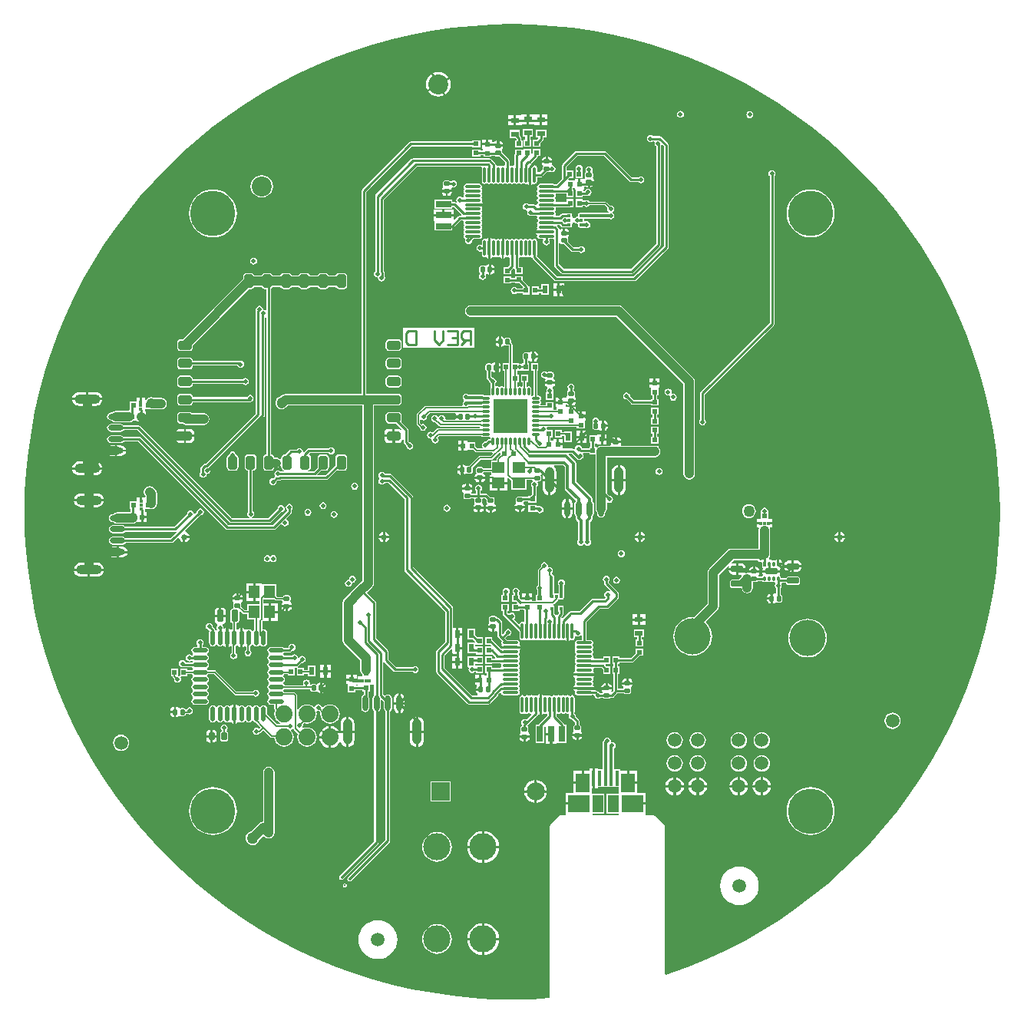
<source format=gbl>
G04 Layer_Physical_Order=4*
G04 Layer_Color=16711680*
%FSLAX42Y42*%
%MOMM*%
G71*
G01*
G75*
%ADD15R,0.51X0.61*%
%ADD16R,0.61X0.51*%
G04:AMPARAMS|DCode=17|XSize=0.51mm|YSize=0.61mm|CornerRadius=0.13mm|HoleSize=0mm|Usage=FLASHONLY|Rotation=180.000|XOffset=0mm|YOffset=0mm|HoleType=Round|Shape=RoundedRectangle|*
%AMROUNDEDRECTD17*
21,1,0.51,0.36,0,0,180.0*
21,1,0.25,0.61,0,0,180.0*
1,1,0.25,-0.13,0.18*
1,1,0.25,0.13,0.18*
1,1,0.25,0.13,-0.18*
1,1,0.25,-0.13,-0.18*
%
%ADD17ROUNDEDRECTD17*%
%ADD23C,1.00*%
%ADD24C,0.25*%
%ADD25C,0.15*%
%ADD26C,0.90*%
%ADD27C,0.38*%
%ADD28C,0.13*%
%ADD29C,1.52*%
%ADD30C,5.00*%
%ADD31C,2.20*%
%ADD32R,0.41X0.41*%
%ADD33R,0.41X0.41*%
%ADD34C,0.66*%
%ADD35C,2.21*%
%ADD36C,1.88*%
%ADD37R,2.00X2.00*%
%ADD38C,2.00*%
%ADD39C,3.00*%
%ADD40C,1.27*%
%ADD41C,0.50*%
%ADD42C,0.45*%
%ADD43C,4.00*%
%ADD44C,0.15*%
G04:AMPARAMS|DCode=45|XSize=1.5mm|YSize=1.02mm|CornerRadius=0.25mm|HoleSize=0mm|Usage=FLASHONLY|Rotation=90.000|XOffset=0mm|YOffset=0mm|HoleType=Round|Shape=RoundedRectangle|*
%AMROUNDEDRECTD45*
21,1,1.50,0.51,0,0,90.0*
21,1,0.99,1.02,0,0,90.0*
1,1,0.51,0.25,0.50*
1,1,0.51,0.25,-0.50*
1,1,0.51,-0.25,-0.50*
1,1,0.51,-0.25,0.50*
%
%ADD45ROUNDEDRECTD45*%
G04:AMPARAMS|DCode=46|XSize=1.5mm|YSize=1.02mm|CornerRadius=0.25mm|HoleSize=0mm|Usage=FLASHONLY|Rotation=0.000|XOffset=0mm|YOffset=0mm|HoleType=Round|Shape=RoundedRectangle|*
%AMROUNDEDRECTD46*
21,1,1.50,0.51,0,0,0.0*
21,1,0.99,1.02,0,0,0.0*
1,1,0.51,0.50,-0.25*
1,1,0.51,-0.50,-0.25*
1,1,0.51,-0.50,0.25*
1,1,0.51,0.50,0.25*
%
%ADD46ROUNDEDRECTD46*%
%ADD47R,0.61X0.61*%
%ADD48R,0.61X0.61*%
G04:AMPARAMS|DCode=49|XSize=1.52mm|YSize=1.52mm|CornerRadius=0.76mm|HoleSize=0mm|Usage=FLASHONLY|Rotation=90.000|XOffset=0mm|YOffset=0mm|HoleType=Round|Shape=RoundedRectangle|*
%AMROUNDEDRECTD49*
21,1,1.52,0.00,0,0,90.0*
21,1,0.00,1.52,0,0,90.0*
1,1,1.52,0.00,0.00*
1,1,1.52,0.00,0.00*
1,1,1.52,0.00,0.00*
1,1,1.52,0.00,0.00*
%
%ADD49ROUNDEDRECTD49*%
G04:AMPARAMS|DCode=50|XSize=1.52mm|YSize=1.52mm|CornerRadius=0.76mm|HoleSize=0mm|Usage=FLASHONLY|Rotation=180.000|XOffset=0mm|YOffset=0mm|HoleType=Round|Shape=RoundedRectangle|*
%AMROUNDEDRECTD50*
21,1,1.52,0.00,0,0,180.0*
21,1,0.00,1.52,0,0,180.0*
1,1,1.52,0.00,0.00*
1,1,1.52,0.00,0.00*
1,1,1.52,0.00,0.00*
1,1,1.52,0.00,0.00*
%
%ADD50ROUNDEDRECTD50*%
G04:AMPARAMS|DCode=51|XSize=0.71mm|YSize=1.32mm|CornerRadius=0.18mm|HoleSize=0mm|Usage=FLASHONLY|Rotation=180.000|XOffset=0mm|YOffset=0mm|HoleType=Round|Shape=RoundedRectangle|*
%AMROUNDEDRECTD51*
21,1,0.71,0.97,0,0,180.0*
21,1,0.36,1.32,0,0,180.0*
1,1,0.36,-0.18,0.48*
1,1,0.36,0.18,0.48*
1,1,0.36,0.18,-0.48*
1,1,0.36,-0.18,-0.48*
%
%ADD51ROUNDEDRECTD51*%
G04:AMPARAMS|DCode=52|XSize=0.51mm|YSize=0.61mm|CornerRadius=0.13mm|HoleSize=0mm|Usage=FLASHONLY|Rotation=270.000|XOffset=0mm|YOffset=0mm|HoleType=Round|Shape=RoundedRectangle|*
%AMROUNDEDRECTD52*
21,1,0.51,0.36,0,0,270.0*
21,1,0.25,0.61,0,0,270.0*
1,1,0.25,-0.18,-0.13*
1,1,0.25,-0.18,0.13*
1,1,0.25,0.18,0.13*
1,1,0.25,0.18,-0.13*
%
%ADD52ROUNDEDRECTD52*%
%ADD53R,0.61X0.91*%
%ADD54O,0.55X1.65*%
%ADD55O,1.65X0.55*%
G04:AMPARAMS|DCode=56|XSize=0.61mm|YSize=0.91mm|CornerRadius=0.15mm|HoleSize=0mm|Usage=FLASHONLY|Rotation=180.000|XOffset=0mm|YOffset=0mm|HoleType=Round|Shape=RoundedRectangle|*
%AMROUNDEDRECTD56*
21,1,0.61,0.61,0,0,180.0*
21,1,0.30,0.91,0,0,180.0*
1,1,0.30,-0.15,0.30*
1,1,0.30,0.15,0.30*
1,1,0.30,0.15,-0.30*
1,1,0.30,-0.15,-0.30*
%
%ADD56ROUNDEDRECTD56*%
%ADD57R,1.22X1.42*%
%ADD58O,0.90X0.28*%
%ADD59O,0.28X0.90*%
%ADD60R,3.70X3.70*%
%ADD61R,1.42X1.22*%
G04:AMPARAMS|DCode=62|XSize=0.61mm|YSize=1.7mm|CornerRadius=0.3mm|HoleSize=0mm|Usage=FLASHONLY|Rotation=0.000|XOffset=0mm|YOffset=0mm|HoleType=Round|Shape=RoundedRectangle|*
%AMROUNDEDRECTD62*
21,1,0.61,1.09,0,0,0.0*
21,1,0.00,1.70,0,0,0.0*
1,1,0.61,0.00,-0.55*
1,1,0.61,0.00,-0.55*
1,1,0.61,0.00,0.55*
1,1,0.61,0.00,0.55*
%
%ADD62ROUNDEDRECTD62*%
G04:AMPARAMS|DCode=63|XSize=2.82mm|YSize=1.02mm|CornerRadius=0.51mm|HoleSize=0mm|Usage=FLASHONLY|Rotation=270.000|XOffset=0mm|YOffset=0mm|HoleType=Round|Shape=RoundedRectangle|*
%AMROUNDEDRECTD63*
21,1,2.82,0.00,0,0,270.0*
21,1,1.80,1.02,0,0,270.0*
1,1,1.02,0.00,-0.90*
1,1,1.02,0.00,0.90*
1,1,1.02,0.00,0.90*
1,1,1.02,0.00,-0.90*
%
%ADD63ROUNDEDRECTD63*%
%ADD64R,0.30X0.46*%
%ADD65O,1.80X0.30*%
%ADD66O,0.30X1.80*%
%ADD67R,0.91X0.61*%
%ADD68R,0.71X1.70*%
%ADD69R,0.46X0.30*%
%ADD70R,1.70X0.71*%
G04:AMPARAMS|DCode=71|XSize=0.61mm|YSize=1.7mm|CornerRadius=0.3mm|HoleSize=0mm|Usage=FLASHONLY|Rotation=90.000|XOffset=0mm|YOffset=0mm|HoleType=Round|Shape=RoundedRectangle|*
%AMROUNDEDRECTD71*
21,1,0.61,1.09,0,0,90.0*
21,1,0.00,1.70,0,0,90.0*
1,1,0.61,0.55,0.00*
1,1,0.61,0.55,0.00*
1,1,0.61,-0.55,0.00*
1,1,0.61,-0.55,0.00*
%
%ADD71ROUNDEDRECTD71*%
G04:AMPARAMS|DCode=72|XSize=2.82mm|YSize=1.02mm|CornerRadius=0.51mm|HoleSize=0mm|Usage=FLASHONLY|Rotation=0.000|XOffset=0mm|YOffset=0mm|HoleType=Round|Shape=RoundedRectangle|*
%AMROUNDEDRECTD72*
21,1,2.82,0.00,0,0,0.0*
21,1,1.80,1.02,0,0,0.0*
1,1,1.02,0.90,0.00*
1,1,1.02,-0.90,0.00*
1,1,1.02,-0.90,0.00*
1,1,1.02,0.90,0.00*
%
%ADD72ROUNDEDRECTD72*%
G04:AMPARAMS|DCode=73|XSize=0.71mm|YSize=1.42mm|CornerRadius=0.14mm|HoleSize=0mm|Usage=FLASHONLY|Rotation=270.000|XOffset=0mm|YOffset=0mm|HoleType=Round|Shape=RoundedRectangle|*
%AMROUNDEDRECTD73*
21,1,0.71,1.14,0,0,270.0*
21,1,0.43,1.42,0,0,270.0*
1,1,0.28,-0.57,-0.21*
1,1,0.28,-0.57,0.21*
1,1,0.28,0.57,0.21*
1,1,0.28,0.57,-0.21*
%
%ADD73ROUNDEDRECTD73*%
G04:AMPARAMS|DCode=74|XSize=0.51mm|YSize=0.3mm|CornerRadius=0.06mm|HoleSize=0mm|Usage=FLASHONLY|Rotation=270.000|XOffset=0mm|YOffset=0mm|HoleType=Round|Shape=RoundedRectangle|*
%AMROUNDEDRECTD74*
21,1,0.51,0.18,0,0,270.0*
21,1,0.39,0.30,0,0,270.0*
1,1,0.12,-0.09,-0.19*
1,1,0.12,-0.09,0.19*
1,1,0.12,0.09,0.19*
1,1,0.12,0.09,-0.19*
%
%ADD74ROUNDEDRECTD74*%
%ADD75R,0.30X0.51*%
G04:AMPARAMS|DCode=76|XSize=0.71mm|YSize=1.32mm|CornerRadius=0.18mm|HoleSize=0mm|Usage=FLASHONLY|Rotation=90.000|XOffset=0mm|YOffset=0mm|HoleType=Round|Shape=RoundedRectangle|*
%AMROUNDEDRECTD76*
21,1,0.71,0.97,0,0,90.0*
21,1,0.36,1.32,0,0,90.0*
1,1,0.36,0.48,0.18*
1,1,0.36,0.48,-0.18*
1,1,0.36,-0.48,-0.18*
1,1,0.36,-0.48,0.18*
%
%ADD76ROUNDEDRECTD76*%
%ADD77R,0.46X1.70*%
%ADD78R,1.50X2.11*%
%ADD79R,2.39X1.91*%
%ADD80R,1.19X1.91*%
%ADD81C,0.20*%
G36*
X11726Y16878D02*
X11948Y16865D01*
X12169Y16842D01*
X12389Y16810D01*
X12608Y16769D01*
X12824Y16718D01*
X13039Y16659D01*
X13250Y16592D01*
X13459Y16515D01*
X13665Y16430D01*
X13866Y16336D01*
X14064Y16235D01*
X14257Y16125D01*
X14446Y16007D01*
X14629Y15882D01*
X14808Y15749D01*
X14980Y15609D01*
X15147Y15461D01*
X15307Y15307D01*
X15461Y15147D01*
X15609Y14980D01*
X15749Y14808D01*
X15882Y14629D01*
X16007Y14446D01*
X16125Y14257D01*
X16235Y14064D01*
X16336Y13866D01*
X16430Y13665D01*
X16515Y13459D01*
X16592Y13250D01*
X16659Y13039D01*
X16718Y12824D01*
X16769Y12608D01*
X16810Y12389D01*
X16842Y12169D01*
X16865Y11948D01*
X16878Y11726D01*
X16883Y11504D01*
X16878Y11281D01*
X16865Y11059D01*
X16842Y10838D01*
X16810Y10618D01*
X16769Y10400D01*
X16718Y10183D01*
X16659Y9969D01*
X16592Y9757D01*
X16515Y9548D01*
X16430Y9343D01*
X16336Y9141D01*
X16235Y8943D01*
X16125Y8750D01*
X16007Y8561D01*
X15882Y8378D01*
X15749Y8200D01*
X15609Y8027D01*
X15461Y7860D01*
X15307Y7700D01*
X15147Y7546D01*
X14980Y7399D01*
X14808Y7259D01*
X14629Y7126D01*
X14446Y7000D01*
X14257Y6883D01*
X14064Y6773D01*
X13866Y6671D01*
X13665Y6577D01*
X13459Y6492D01*
X13250Y6416D01*
X13200Y6399D01*
X13189Y6407D01*
Y8034D01*
X13188Y8040D01*
X13184Y8046D01*
X13078Y8153D01*
X13072Y8156D01*
X13066Y8158D01*
X12984D01*
X12974Y8165D01*
X12974Y8170D01*
Y8273D01*
X12830D01*
Y8298D01*
X12974D01*
Y8406D01*
X12884D01*
Y8504D01*
X12784D01*
Y8517D01*
X12771D01*
Y8647D01*
X12700D01*
Y8665D01*
X12631D01*
Y8897D01*
X12633Y8898D01*
X12642Y8911D01*
X12644Y8926D01*
X12642Y8940D01*
X12633Y8953D01*
X12621Y8961D01*
X12606Y8964D01*
X12601Y8963D01*
X12590Y8974D01*
X12591Y8979D01*
X12588Y8994D01*
X12580Y9006D01*
X12567Y9014D01*
X12553Y9017D01*
X12538Y9014D01*
X12525Y9006D01*
X12517Y8994D01*
X12516Y8988D01*
X12509Y8981D01*
X12502Y8971D01*
X12500Y8959D01*
Y8665D01*
X12451D01*
Y8678D01*
X12415D01*
Y8567D01*
Y8457D01*
X12451D01*
Y8470D01*
X12683D01*
Y8393D01*
X12544D01*
Y8178D01*
X12676D01*
X12678Y8175D01*
X12677Y8159D01*
X12675Y8158D01*
X12393D01*
X12389Y8161D01*
X12388Y8172D01*
X12392Y8178D01*
X12521D01*
Y8393D01*
X12383D01*
Y8457D01*
X12390D01*
Y8567D01*
Y8678D01*
X12354D01*
Y8647D01*
X12295D01*
Y8517D01*
X12282D01*
Y8504D01*
X12182D01*
Y8406D01*
X12093D01*
Y8298D01*
X12237D01*
Y8273D01*
X12093D01*
Y8170D01*
X12093Y8165D01*
X12083Y8158D01*
X12037D01*
X12031Y8156D01*
X12025Y8153D01*
X11926Y8054D01*
X11924Y8051D01*
X11922Y8048D01*
X11922Y8048D01*
X11922Y8048D01*
X11922Y8045D01*
X11921Y8042D01*
X11921Y6141D01*
X11726Y6129D01*
X11504Y6124D01*
X11281Y6129D01*
X11059Y6143D01*
X10838Y6166D01*
X10618Y6198D01*
X10400Y6239D01*
X10183Y6289D01*
X9969Y6348D01*
X9757Y6416D01*
X9548Y6492D01*
X9343Y6577D01*
X9141Y6671D01*
X8943Y6773D01*
X8750Y6883D01*
X8561Y7000D01*
X8378Y7126D01*
X8200Y7259D01*
X8027Y7399D01*
X7860Y7546D01*
X7700Y7700D01*
X7546Y7860D01*
X7399Y8027D01*
X7259Y8200D01*
X7126Y8378D01*
X7000Y8561D01*
X6883Y8750D01*
X6773Y8943D01*
X6671Y9141D01*
X6577Y9343D01*
X6492Y9548D01*
X6416Y9757D01*
X6348Y9969D01*
X6289Y10183D01*
X6239Y10400D01*
X6198Y10618D01*
X6166Y10838D01*
X6143Y11059D01*
X6129Y11281D01*
X6124Y11504D01*
X6129Y11726D01*
X6143Y11948D01*
X6166Y12169D01*
X6198Y12389D01*
X6239Y12608D01*
X6289Y12824D01*
X6348Y13039D01*
X6416Y13250D01*
X6492Y13459D01*
X6577Y13665D01*
X6671Y13866D01*
X6773Y14064D01*
X6883Y14257D01*
X7000Y14446D01*
X7126Y14629D01*
X7259Y14808D01*
X7399Y14980D01*
X7546Y15147D01*
X7700Y15307D01*
X7860Y15461D01*
X8027Y15609D01*
X8200Y15749D01*
X8378Y15882D01*
X8561Y16007D01*
X8750Y16125D01*
X8943Y16235D01*
X9141Y16336D01*
X9343Y16430D01*
X9548Y16515D01*
X9757Y16592D01*
X9969Y16659D01*
X10183Y16718D01*
X10400Y16769D01*
X10618Y16810D01*
X10838Y16842D01*
X11059Y16865D01*
X11281Y16878D01*
X11504Y16883D01*
X11726Y16878D01*
D02*
G37*
%LPC*%
G36*
X12890Y10304D02*
X12832D01*
Y10260D01*
X12890D01*
Y10304D01*
D02*
G37*
G36*
X8346Y10343D02*
X8284D01*
X8222D01*
Y10307D01*
X8226Y10290D01*
X8235Y10276D01*
X8250Y10267D01*
X8250Y10267D01*
X8252Y10258D01*
X8253Y10253D01*
X8246Y10241D01*
X8243Y10227D01*
X8246Y10212D01*
X8249Y10207D01*
X8246Y10201D01*
X8231Y10198D01*
X8230Y10199D01*
X8230Y10199D01*
X8227Y10201D01*
X8227Y10201D01*
X8225Y10211D01*
X8219Y10220D01*
X8202Y10237D01*
X8202Y10239D01*
X8199Y10253D01*
X8191Y10266D01*
X8178Y10274D01*
X8164Y10277D01*
X8149Y10274D01*
X8136Y10266D01*
X8128Y10253D01*
X8125Y10239D01*
X8128Y10224D01*
X8136Y10212D01*
X8149Y10203D01*
X8158Y10201D01*
X8165Y10190D01*
X8165Y10188D01*
X8163Y10186D01*
X8160Y10170D01*
Y10060D01*
X8163Y10044D01*
X8172Y10031D01*
X8185Y10022D01*
X8201Y10019D01*
X8217Y10022D01*
X8230Y10031D01*
X8233Y10036D01*
X8249D01*
X8252Y10031D01*
X8265Y10022D01*
X8281Y10019D01*
X8297Y10022D01*
X8304Y10027D01*
X8320Y10026D01*
X8323Y10022D01*
X8340Y10010D01*
X8348Y10009D01*
Y10115D01*
Y10222D01*
X8340Y10220D01*
X8330Y10213D01*
X8318Y10220D01*
X8319Y10227D01*
X8317Y10241D01*
X8310Y10252D01*
X8311Y10261D01*
X8314Y10266D01*
X8319Y10267D01*
X8333Y10276D01*
X8343Y10290D01*
X8346Y10307D01*
Y10343D01*
D02*
G37*
G36*
X8917Y10386D02*
X8843D01*
Y10302D01*
X8917D01*
Y10386D01*
D02*
G37*
G36*
X12974Y10304D02*
X12916D01*
Y10260D01*
X12974D01*
Y10304D01*
D02*
G37*
G36*
X11280Y10224D02*
X11236D01*
X11239Y10209D01*
X11248Y10197D01*
X11260Y10188D01*
X11275Y10185D01*
X11280D01*
Y10224D01*
D02*
G37*
G36*
X11095Y10213D02*
X11008D01*
Y10096D01*
X11073D01*
X11097Y10073D01*
X11091Y10061D01*
X11084Y10061D01*
X11008D01*
Y9944D01*
X11095D01*
Y9949D01*
X11108D01*
Y9931D01*
X11184D01*
Y10018D01*
X11108D01*
Y10000D01*
X11095D01*
Y10043D01*
X11105Y10050D01*
X11107Y10050D01*
X11108Y10050D01*
Y10038D01*
X11184D01*
Y10124D01*
X11119D01*
X11095Y10148D01*
Y10213D01*
D02*
G37*
G36*
X12962Y10208D02*
X12845D01*
Y10122D01*
X12885D01*
Y10093D01*
X12868D01*
Y10017D01*
X12954D01*
Y10093D01*
X12937D01*
Y10122D01*
X12962D01*
Y10208D01*
D02*
G37*
G36*
X10956Y10226D02*
X10913D01*
Y10168D01*
X10956D01*
Y10226D01*
D02*
G37*
G36*
X10069Y11944D02*
X10054Y11941D01*
X10041Y11933D01*
X10033Y11920D01*
X10030Y11905D01*
X10033Y11891D01*
X10041Y11878D01*
Y11870D01*
X10033Y11857D01*
X10030Y11843D01*
X10033Y11828D01*
X10041Y11816D01*
X10054Y11807D01*
X10069Y11804D01*
X10083Y11807D01*
X10096Y11816D01*
X10101Y11823D01*
X10140D01*
X10313Y11650D01*
Y10865D01*
X10315Y10855D01*
X10320Y10847D01*
X10764Y10403D01*
Y10071D01*
X10675Y9982D01*
X10669Y9974D01*
X10668Y9964D01*
Y9744D01*
X10669Y9734D01*
X10675Y9726D01*
X11013Y9387D01*
X11022Y9382D01*
X11032Y9380D01*
X11240D01*
X11250Y9382D01*
X11258Y9387D01*
X11346Y9475D01*
X11352Y9484D01*
X11354Y9493D01*
X11371Y9510D01*
X11372Y9510D01*
X11384Y9505D01*
X11385Y9499D01*
X11391Y9490D01*
X11400Y9483D01*
X11411Y9481D01*
X11561D01*
X11572Y9483D01*
X11581Y9490D01*
X11587Y9499D01*
X11589Y9509D01*
X11587Y9520D01*
X11584Y9526D01*
X11581Y9540D01*
X11587Y9549D01*
X11589Y9559D01*
X11587Y9570D01*
X11581Y9579D01*
X11584Y9593D01*
X11587Y9599D01*
X11589Y9609D01*
X11587Y9620D01*
X11584Y9626D01*
X11582Y9634D01*
X11584Y9643D01*
X11587Y9649D01*
X11589Y9659D01*
X11587Y9670D01*
X11584Y9676D01*
X11581Y9690D01*
X11587Y9699D01*
X11589Y9709D01*
X11587Y9720D01*
X11584Y9726D01*
X11582Y9734D01*
X11584Y9743D01*
X11587Y9749D01*
X11589Y9759D01*
X11587Y9770D01*
X11584Y9776D01*
X11582Y9784D01*
X11584Y9793D01*
X11587Y9799D01*
X11589Y9809D01*
X11587Y9820D01*
X11581Y9829D01*
Y9840D01*
X11587Y9849D01*
X11589Y9859D01*
X11587Y9870D01*
X11584Y9876D01*
X11582Y9884D01*
X11584Y9893D01*
X11587Y9899D01*
X11589Y9909D01*
X11587Y9920D01*
X11581Y9929D01*
Y9940D01*
X11587Y9949D01*
X11589Y9959D01*
X11587Y9970D01*
X11584Y9976D01*
X11590Y9980D01*
X11599Y9994D01*
X11600Y9997D01*
X11486D01*
Y10022D01*
X11600D01*
X11599Y10025D01*
X11590Y10039D01*
X11584Y10043D01*
X11587Y10049D01*
X11589Y10059D01*
X11587Y10070D01*
X11581Y10079D01*
X11572Y10086D01*
X11561Y10088D01*
X11453D01*
X11430Y10110D01*
X11456Y10137D01*
X11458Y10137D01*
X11473Y10140D01*
X11485Y10148D01*
X11493Y10161D01*
X11496Y10175D01*
X11493Y10190D01*
X11485Y10202D01*
X11473Y10211D01*
X11458Y10214D01*
X11443Y10211D01*
X11431Y10202D01*
X11422Y10190D01*
X11420Y10175D01*
X11420Y10174D01*
X11403Y10156D01*
X11390Y10162D01*
Y10287D01*
X11388Y10297D01*
X11382Y10305D01*
X11352Y10335D01*
X11344Y10341D01*
X11334Y10343D01*
X11332D01*
X11329Y10348D01*
X11321Y10353D01*
X11311Y10355D01*
X11275D01*
X11265Y10353D01*
X11257Y10348D01*
X11251Y10339D01*
X11249Y10330D01*
Y10304D01*
X11251Y10294D01*
X11248Y10277D01*
X11248Y10277D01*
X11239Y10264D01*
X11236Y10250D01*
D01*
X11293D01*
Y10237D01*
X11306D01*
Y10185D01*
X11311D01*
X11325Y10188D01*
X11327Y10189D01*
X11338Y10183D01*
Y10140D01*
X11340Y10130D01*
X11346Y10121D01*
X11390Y10077D01*
X11385Y10070D01*
X11383Y10059D01*
X11385Y10049D01*
X11389Y10043D01*
X11382Y10039D01*
X11373Y10025D01*
X11372Y10022D01*
X11359Y10018D01*
X11285Y10091D01*
Y10124D01*
X11209D01*
Y10038D01*
X11264D01*
X11271Y10029D01*
X11266Y10018D01*
X11209D01*
Y9931D01*
X11285D01*
X11285Y9931D01*
Y9931D01*
X11294Y9924D01*
X11320Y9898D01*
X11315Y9885D01*
X11285D01*
Y9914D01*
X11209D01*
Y9827D01*
X11285D01*
Y9834D01*
X11379D01*
X11385Y9821D01*
X11385Y9820D01*
X11383Y9809D01*
X11385Y9799D01*
X11385Y9798D01*
X11379Y9785D01*
X11285D01*
Y9807D01*
X11209D01*
Y9721D01*
X11226D01*
Y9695D01*
X11211D01*
Y9695D01*
X11199Y9697D01*
Y9708D01*
X11161D01*
Y9652D01*
X11148D01*
Y9639D01*
X11097D01*
Y9596D01*
X11110D01*
X11116Y9583D01*
X11110Y9575D01*
X11107Y9561D01*
Y9555D01*
X11159D01*
Y9530D01*
X11107D01*
Y9525D01*
X11110Y9510D01*
X11119Y9498D01*
X11124Y9494D01*
X11120Y9482D01*
X11063D01*
X10757Y9787D01*
Y9921D01*
X10833Y9996D01*
X10844Y9991D01*
Y9934D01*
X10844Y9931D01*
Y9921D01*
X10844Y9919D01*
Y9863D01*
X10956D01*
Y9919D01*
X10956Y9921D01*
Y9931D01*
X10956Y9934D01*
Y9990D01*
X10900D01*
Y10015D01*
X10956D01*
Y10074D01*
X10956D01*
X10956Y10084D01*
X10956D01*
Y10142D01*
X10900D01*
Y10155D01*
X10888D01*
Y10226D01*
X10854D01*
Y10446D01*
X10852Y10456D01*
X10847Y10465D01*
X10414Y10897D01*
Y11665D01*
X10413Y11675D01*
X10407Y11683D01*
X10173Y11917D01*
X10164Y11923D01*
X10155Y11925D01*
X10101D01*
X10096Y11933D01*
X10083Y11941D01*
X10069Y11944D01*
D02*
G37*
G36*
X12890Y10372D02*
X12832D01*
Y10329D01*
X12890D01*
Y10372D01*
D02*
G37*
G36*
X8745Y10717D02*
X8672D01*
Y10621D01*
Y10524D01*
X8719D01*
Y10483D01*
X8585D01*
Y10419D01*
X8554D01*
X8517Y10456D01*
X8517Y10458D01*
Y10483D01*
X8515Y10493D01*
X8518Y10510D01*
X8519Y10510D01*
X8527Y10523D01*
X8530Y10538D01*
D01*
X8473D01*
X8417D01*
X8420Y10523D01*
X8428Y10510D01*
X8429Y10510D01*
X8432Y10493D01*
X8430Y10483D01*
Y10458D01*
X8432Y10448D01*
X8432Y10448D01*
X8428Y10438D01*
X8425Y10435D01*
X8415Y10433D01*
X8404Y10426D01*
X8398Y10416D01*
X8395Y10404D01*
Y10307D01*
X8398Y10295D01*
X8404Y10285D01*
X8415Y10279D01*
X8420Y10277D01*
Y10215D01*
X8413Y10208D01*
X8399Y10208D01*
X8382Y10220D01*
X8374Y10222D01*
Y10115D01*
Y10009D01*
X8382Y10010D01*
X8399Y10022D01*
X8399Y10022D01*
X8412Y10018D01*
Y9948D01*
X8406Y9943D01*
X8397Y9931D01*
X8394Y9916D01*
X8397Y9901D01*
X8406Y9889D01*
X8418Y9881D01*
X8433Y9878D01*
X8448Y9881D01*
X8460Y9889D01*
X8468Y9901D01*
X8471Y9916D01*
X8468Y9931D01*
X8460Y9943D01*
X8454Y9948D01*
Y10022D01*
X8457Y10022D01*
X8464Y10027D01*
X8480Y10026D01*
X8483Y10022D01*
X8500Y10010D01*
X8508Y10009D01*
Y10115D01*
Y10222D01*
X8500Y10220D01*
X8483Y10208D01*
X8469Y10208D01*
X8462Y10215D01*
Y10276D01*
X8462D01*
X8474Y10279D01*
X8484Y10285D01*
X8491Y10295D01*
X8493Y10307D01*
Y10404D01*
X8494Y10404D01*
X8505Y10410D01*
X8531Y10384D01*
X8537Y10380D01*
X8545Y10378D01*
X8545Y10378D01*
X8585D01*
Y10315D01*
X8660D01*
Y10205D01*
X8652Y10199D01*
X8649Y10194D01*
X8633D01*
X8630Y10199D01*
X8617Y10208D01*
X8601Y10211D01*
X8585Y10208D01*
X8578Y10203D01*
X8562Y10205D01*
X8559Y10208D01*
X8542Y10220D01*
X8534Y10222D01*
Y10115D01*
Y10009D01*
X8542Y10010D01*
X8557Y10020D01*
X8565Y10018D01*
X8570Y10015D01*
Y9981D01*
X8563Y9976D01*
X8555Y9964D01*
X8552Y9949D01*
X8555Y9934D01*
X8563Y9922D01*
X8576Y9914D01*
X8590Y9911D01*
X8605Y9914D01*
X8617Y9922D01*
X8626Y9934D01*
X8629Y9949D01*
X8626Y9964D01*
X8617Y9976D01*
X8611Y9981D01*
Y10021D01*
X8617Y10022D01*
X8630Y10031D01*
X8633Y10036D01*
X8649D01*
X8652Y10031D01*
X8665Y10022D01*
X8681Y10019D01*
X8697Y10022D01*
X8710Y10031D01*
X8713Y10036D01*
X8729D01*
X8732Y10031D01*
X8745Y10022D01*
X8761Y10019D01*
X8777Y10022D01*
X8790Y10031D01*
X8799Y10044D01*
X8802Y10060D01*
Y10170D01*
X8799Y10186D01*
X8790Y10199D01*
X8777Y10208D01*
X8761Y10211D01*
X8759Y10211D01*
X8750Y10219D01*
Y10299D01*
X8753Y10302D01*
X8818D01*
Y10399D01*
Y10495D01*
X8761D01*
Y10537D01*
X8885D01*
X8891Y10531D01*
X8891Y10531D01*
X8897Y10526D01*
X8905Y10525D01*
X8905Y10525D01*
X8963D01*
X8969Y10517D01*
X8972Y10506D01*
X8963Y10493D01*
X8960Y10478D01*
Y10478D01*
X9017D01*
X9074D01*
Y10478D01*
X9071Y10493D01*
X9062Y10506D01*
X9062Y10506D01*
X9059Y10523D01*
X9061Y10533D01*
Y10558D01*
X9059Y10568D01*
X9053Y10576D01*
X9045Y10582D01*
X9035Y10584D01*
X8999D01*
X8989Y10582D01*
X8981Y10576D01*
X8975Y10568D01*
X8975Y10566D01*
X8914D01*
X8904Y10576D01*
Y10704D01*
X8757D01*
Y10704D01*
X8745Y10708D01*
Y10717D01*
D02*
G37*
G36*
X9074Y10453D02*
X9030D01*
Y10414D01*
X9035D01*
X9050Y10417D01*
X9062Y10425D01*
X9071Y10438D01*
X9074Y10453D01*
D02*
G37*
G36*
X11438Y10663D02*
X11423Y10660D01*
X11410Y10652D01*
X11402Y10640D01*
X11399Y10625D01*
X11402Y10613D01*
Y10591D01*
X11384D01*
Y10515D01*
X11471D01*
Y10591D01*
X11471Y10591D01*
X11471D01*
X11469Y10604D01*
X11473Y10610D01*
X11476Y10625D01*
X11473Y10640D01*
X11465Y10652D01*
X11452Y10660D01*
X11438Y10663D01*
D02*
G37*
G36*
X14354Y10536D02*
X14315D01*
Y10531D01*
X14318Y10516D01*
X14327Y10503D01*
X14339Y10495D01*
X14354Y10492D01*
D01*
Y10536D01*
D02*
G37*
G36*
X9004Y10453D02*
X8960D01*
X8963Y10438D01*
X8972Y10425D01*
X8984Y10417D01*
X8999Y10414D01*
X9004D01*
Y10453D01*
D02*
G37*
G36*
X8272Y10448D02*
X8266D01*
X8250Y10445D01*
X8235Y10435D01*
X8226Y10421D01*
X8222Y10404D01*
Y10368D01*
X8272D01*
Y10448D01*
D02*
G37*
G36*
X12974Y10372D02*
X12916D01*
Y10329D01*
X12974D01*
Y10372D01*
D02*
G37*
G36*
X8917Y10495D02*
X8843D01*
Y10411D01*
X8917D01*
Y10495D01*
D02*
G37*
G36*
X8302Y10448D02*
X8297D01*
Y10368D01*
X8346D01*
Y10404D01*
X8343Y10421D01*
X8333Y10435D01*
X8319Y10445D01*
X8302Y10448D01*
D02*
G37*
G36*
X9075Y10046D02*
X9061Y10043D01*
X9048Y10035D01*
X9040Y10022D01*
X9037Y10008D01*
X9027Y10001D01*
X8987D01*
X8985Y10004D01*
X8972Y10013D01*
X8956Y10016D01*
X8846D01*
X8830Y10013D01*
X8817Y10004D01*
X8808Y9991D01*
X8805Y9975D01*
X8808Y9959D01*
X8817Y9946D01*
X8822Y9943D01*
Y9928D01*
X8817Y9924D01*
X8808Y9911D01*
X8805Y9895D01*
X8808Y9879D01*
X8817Y9866D01*
X8822Y9863D01*
Y9848D01*
X8817Y9844D01*
X8808Y9831D01*
X8805Y9815D01*
X8808Y9799D01*
X8817Y9786D01*
X8822Y9783D01*
Y9768D01*
X8817Y9764D01*
X8808Y9751D01*
X8805Y9735D01*
X8808Y9719D01*
X8817Y9706D01*
X8822Y9703D01*
Y9688D01*
X8817Y9684D01*
X8808Y9671D01*
X8805Y9655D01*
X8808Y9639D01*
X8817Y9626D01*
X8822Y9623D01*
Y9608D01*
X8817Y9604D01*
X8808Y9591D01*
X8805Y9575D01*
X8808Y9559D01*
X8817Y9546D01*
X8822Y9543D01*
Y9528D01*
X8817Y9524D01*
X8808Y9511D01*
X8805Y9495D01*
X8808Y9479D01*
X8817Y9466D01*
X8822Y9463D01*
Y9448D01*
X8817Y9444D01*
X8808Y9431D01*
X8805Y9415D01*
X8808Y9399D01*
X8817Y9386D01*
X8830Y9377D01*
X8846Y9374D01*
X8880D01*
Y9334D01*
X8882Y9326D01*
X8886Y9319D01*
X8889Y9317D01*
X8883Y9301D01*
X8879Y9274D01*
X8883Y9246D01*
X8893Y9220D01*
X8910Y9197D01*
X8933Y9180D01*
X8946Y9175D01*
X8943Y9162D01*
X8909D01*
X8802Y9269D01*
Y9330D01*
X8799Y9346D01*
X8790Y9359D01*
X8777Y9368D01*
X8761Y9371D01*
X8745Y9368D01*
X8732Y9359D01*
X8729Y9354D01*
X8713D01*
X8710Y9359D01*
X8697Y9368D01*
X8681Y9371D01*
X8665Y9368D01*
X8652Y9359D01*
X8649Y9354D01*
X8633D01*
X8630Y9359D01*
X8617Y9368D01*
X8601Y9371D01*
X8585Y9368D01*
X8572Y9359D01*
X8569Y9354D01*
X8553D01*
X8550Y9359D01*
X8537Y9368D01*
X8521Y9371D01*
X8505Y9368D01*
X8498Y9363D01*
X8482Y9365D01*
X8479Y9368D01*
X8462Y9380D01*
X8454Y9382D01*
Y9275D01*
Y9169D01*
X8462Y9170D01*
X8479Y9182D01*
X8482Y9186D01*
X8498Y9187D01*
X8505Y9182D01*
X8521Y9179D01*
X8537Y9182D01*
X8550Y9191D01*
X8553Y9196D01*
X8569D01*
X8572Y9191D01*
X8585Y9182D01*
X8601Y9179D01*
X8617Y9182D01*
X8630Y9191D01*
X8633Y9196D01*
X8649D01*
X8652Y9191D01*
X8665Y9182D01*
X8676Y9180D01*
X8729Y9127D01*
X8712Y9110D01*
X8709Y9110D01*
X8696Y9119D01*
X8682Y9121D01*
X8667Y9119D01*
X8655Y9110D01*
X8646Y9098D01*
X8643Y9083D01*
X8646Y9068D01*
X8655Y9056D01*
X8667Y9048D01*
X8682Y9045D01*
X8696Y9048D01*
X8709Y9056D01*
X8713Y9062D01*
X8715D01*
X8715Y9062D01*
X8723Y9064D01*
X8729Y9068D01*
X8759Y9098D01*
X8839Y9018D01*
X8839Y9018D01*
X8845Y9013D01*
X8853Y9012D01*
X8880D01*
X8883Y8992D01*
X8893Y8966D01*
X8910Y8943D01*
X8933Y8926D01*
X8959Y8916D01*
X8987Y8912D01*
X9014Y8916D01*
X9040Y8926D01*
X9063Y8943D01*
X9080Y8966D01*
X9090Y8992D01*
X9094Y9020D01*
X9090Y9047D01*
X9080Y9073D01*
X9066Y9092D01*
X9069Y9103D01*
X9070Y9106D01*
X9072Y9106D01*
X9081Y9112D01*
X9093Y9108D01*
X9095Y9107D01*
X9099Y9101D01*
X9141Y9059D01*
X9137Y9047D01*
X9133Y9020D01*
X9137Y8992D01*
X9147Y8966D01*
X9164Y8943D01*
X9187Y8926D01*
X9213Y8916D01*
X9241Y8912D01*
X9268Y8916D01*
X9294Y8926D01*
X9317Y8943D01*
X9334Y8966D01*
X9344Y8992D01*
X9348Y9020D01*
X9344Y9047D01*
X9334Y9073D01*
X9317Y9096D01*
X9294Y9113D01*
X9268Y9123D01*
X9241Y9127D01*
X9213Y9123D01*
X9199Y9118D01*
X9191Y9128D01*
X9195Y9134D01*
X9198Y9149D01*
X9196Y9157D01*
X9210Y9171D01*
X9213Y9170D01*
X9241Y9166D01*
X9268Y9170D01*
X9294Y9180D01*
X9317Y9197D01*
X9334Y9220D01*
X9344Y9246D01*
X9348Y9274D01*
X9345Y9298D01*
X9345Y9299D01*
X9351Y9306D01*
X9355Y9308D01*
X9365Y9306D01*
X9373Y9308D01*
X9389Y9291D01*
X9387Y9274D01*
X9391Y9246D01*
X9401Y9220D01*
X9418Y9197D01*
X9441Y9180D01*
X9467Y9170D01*
X9495Y9166D01*
X9522Y9170D01*
X9548Y9180D01*
X9571Y9197D01*
X9588Y9220D01*
X9598Y9246D01*
X9602Y9274D01*
X9598Y9301D01*
X9588Y9327D01*
X9571Y9350D01*
X9548Y9367D01*
X9522Y9377D01*
X9495Y9381D01*
X9467Y9377D01*
X9441Y9367D01*
X9418Y9350D01*
X9416Y9346D01*
X9402Y9350D01*
X9400Y9359D01*
X9392Y9372D01*
X9380Y9380D01*
X9365Y9383D01*
X9350Y9380D01*
X9338Y9372D01*
X9329Y9359D01*
X9329Y9355D01*
X9322Y9352D01*
X9315Y9351D01*
X9294Y9367D01*
X9268Y9377D01*
X9241Y9381D01*
X9213Y9377D01*
X9187Y9367D01*
X9164Y9350D01*
X9147Y9327D01*
X9147Y9326D01*
X9134Y9329D01*
Y9477D01*
X9134Y9477D01*
X9133Y9485D01*
X9128Y9491D01*
X9110Y9510D01*
X9103Y9514D01*
X9095Y9516D01*
X9095Y9516D01*
X8991D01*
X8985Y9524D01*
X8983Y9526D01*
X8982Y9539D01*
X8991Y9548D01*
X9235D01*
X9276D01*
Y9545D01*
X9278Y9535D01*
X9284Y9527D01*
X9292Y9521D01*
X9302Y9519D01*
X9328D01*
X9337Y9521D01*
X9338Y9522D01*
X9354Y9518D01*
X9355Y9518D01*
X9367Y9509D01*
X9382Y9506D01*
Y9563D01*
Y9620D01*
X9367Y9617D01*
X9355Y9608D01*
X9349Y9599D01*
X9346D01*
X9337Y9605D01*
X9328Y9607D01*
X9302D01*
X9292Y9605D01*
X9284Y9599D01*
X9282Y9596D01*
X9271Y9602D01*
X9274Y9616D01*
X9271Y9631D01*
X9263Y9644D01*
X9250Y9652D01*
X9235Y9655D01*
X9221Y9652D01*
X9208Y9644D01*
X9200Y9631D01*
X9197Y9616D01*
X9200Y9602D01*
X9200Y9601D01*
X9193Y9589D01*
X8994D01*
X8994Y9591D01*
X8985Y9604D01*
X8980Y9608D01*
Y9623D01*
X8985Y9626D01*
X8994Y9639D01*
X8997Y9655D01*
X8994Y9671D01*
X8985Y9684D01*
X8980Y9688D01*
Y9703D01*
X8985Y9706D01*
X8991Y9714D01*
X9030D01*
Y9695D01*
X9106D01*
Y9782D01*
X9115Y9789D01*
X9121D01*
X9128Y9784D01*
X9131Y9777D01*
Y9695D01*
X9207D01*
Y9718D01*
X9251D01*
Y9690D01*
X9337D01*
Y9807D01*
X9251D01*
Y9759D01*
X9207D01*
Y9782D01*
X9144D01*
X9140Y9794D01*
X9144Y9797D01*
X9186Y9839D01*
X9187Y9838D01*
X9202Y9841D01*
X9214Y9850D01*
X9223Y9862D01*
X9226Y9877D01*
X9223Y9891D01*
X9214Y9904D01*
X9202Y9912D01*
X9187Y9915D01*
X9172Y9912D01*
X9160Y9904D01*
X9153Y9894D01*
X9148Y9894D01*
X9141Y9897D01*
X9138Y9910D01*
X9130Y9922D01*
X9117Y9931D01*
X9103Y9934D01*
X9088Y9931D01*
X9076Y9922D01*
X9075Y9921D01*
X8987D01*
X8985Y9924D01*
X8980Y9928D01*
Y9940D01*
X8990Y9949D01*
X9043D01*
X9053Y9951D01*
X9061Y9957D01*
X9074Y9969D01*
X9075Y9969D01*
X9090Y9972D01*
X9103Y9980D01*
X9111Y9993D01*
X9114Y10008D01*
X9111Y10022D01*
X9103Y10035D01*
X9090Y10043D01*
X9075Y10046D01*
D02*
G37*
G36*
X11135Y9708D02*
X11097D01*
Y9665D01*
X11135D01*
Y9708D01*
D02*
G37*
G36*
X12791Y9665D02*
X12786D01*
Y9626D01*
X12830D01*
X12827Y9641D01*
X12819Y9653D01*
X12806Y9662D01*
X12791Y9665D01*
D02*
G37*
G36*
X9789Y9705D02*
X9746D01*
Y9667D01*
X9789D01*
Y9705D01*
D02*
G37*
G36*
X9721D02*
X9677D01*
Y9667D01*
X9721D01*
Y9705D01*
D02*
G37*
G36*
X12761Y9665D02*
X12756D01*
X12741Y9662D01*
X12728Y9653D01*
X12720Y9641D01*
X12717Y9626D01*
X12761D01*
Y9665D01*
D02*
G37*
G36*
X12532Y9611D02*
X12527D01*
X12512Y9609D01*
X12500Y9600D01*
X12491Y9587D01*
X12488Y9573D01*
D01*
X12532D01*
Y9611D01*
D02*
G37*
G36*
X12410Y9697D02*
X12296D01*
X12182D01*
X12183Y9694D01*
X12192Y9680D01*
X12199Y9676D01*
X12195Y9670D01*
X12193Y9659D01*
X12195Y9649D01*
X12199Y9643D01*
X12201Y9629D01*
X12195Y9620D01*
X12193Y9609D01*
X12195Y9599D01*
X12199Y9593D01*
X12192Y9589D01*
X12183Y9575D01*
X12182Y9572D01*
X12296D01*
X12410D01*
X12409Y9575D01*
X12400Y9589D01*
X12394Y9593D01*
X12397Y9599D01*
X12399Y9609D01*
X12397Y9620D01*
X12394Y9626D01*
X12391Y9640D01*
X12397Y9649D01*
X12399Y9659D01*
X12397Y9670D01*
X12394Y9676D01*
X12400Y9680D01*
X12409Y9694D01*
X12410Y9697D01*
D02*
G37*
G36*
X9408Y9620D02*
Y9576D01*
X9446D01*
Y9581D01*
X9443Y9596D01*
X9435Y9608D01*
X9422Y9617D01*
X9408Y9620D01*
D02*
G37*
G36*
X12563Y9611D02*
X12558D01*
Y9573D01*
X12602D01*
X12599Y9587D01*
X12590Y9600D01*
X12578Y9609D01*
X12563Y9611D01*
D02*
G37*
G36*
X9432Y9736D02*
X9389D01*
Y9677D01*
X9432D01*
Y9736D01*
D02*
G37*
G36*
X11184Y9914D02*
X11108D01*
Y9896D01*
X11095D01*
Y9909D01*
X11008D01*
Y9792D01*
X11020D01*
X11027Y9779D01*
X11026Y9778D01*
X11023Y9764D01*
X11026Y9749D01*
X11035Y9737D01*
X11047Y9728D01*
X11062Y9725D01*
X11076Y9728D01*
X11089Y9737D01*
X11090Y9738D01*
X11108D01*
Y9721D01*
X11184D01*
Y9807D01*
X11108D01*
Y9802D01*
X11107Y9802D01*
X11095Y9807D01*
Y9845D01*
X11108D01*
Y9827D01*
X11184D01*
Y9914D01*
D02*
G37*
G36*
X12954Y9992D02*
X12868D01*
Y9948D01*
X12814Y9894D01*
X12685D01*
Y9911D01*
X12609D01*
Y9825D01*
X12621D01*
Y9804D01*
X12609D01*
Y9718D01*
X12621D01*
Y9533D01*
X12621Y9531D01*
X12603Y9513D01*
X12602Y9514D01*
X12596Y9528D01*
X12599Y9532D01*
X12602Y9547D01*
D01*
X12545D01*
X12488D01*
X12491Y9532D01*
X12500Y9520D01*
X12502Y9519D01*
X12498Y9506D01*
X12478D01*
X12478Y9507D01*
X12465Y9515D01*
X12450Y9518D01*
X12449Y9518D01*
X12439Y9528D01*
X12431Y9533D01*
X12421Y9535D01*
X12418D01*
X12411Y9547D01*
X12296D01*
X12182D01*
X12183Y9544D01*
X12192Y9530D01*
X12199Y9526D01*
X12195Y9520D01*
X12193Y9509D01*
X12195Y9499D01*
X12201Y9490D01*
X12210Y9483D01*
X12221Y9481D01*
X12371D01*
X12382Y9483D01*
X12382Y9484D01*
X12400D01*
X12412Y9480D01*
X12415Y9465D01*
X12423Y9453D01*
X12436Y9444D01*
X12450Y9441D01*
X12465Y9444D01*
X12478Y9453D01*
X12478Y9454D01*
X12506D01*
X12509Y9449D01*
X12517Y9443D01*
X12527Y9441D01*
X12563D01*
X12573Y9443D01*
X12581Y9449D01*
X12585Y9454D01*
X12607D01*
X12617Y9456D01*
X12625Y9462D01*
X12665Y9502D01*
X12669Y9507D01*
X12734D01*
X12738Y9502D01*
X12746Y9497D01*
X12756Y9495D01*
X12791D01*
X12801Y9497D01*
X12810Y9502D01*
X12815Y9511D01*
X12817Y9521D01*
Y9546D01*
X12815Y9556D01*
X12818Y9573D01*
X12819Y9573D01*
X12827Y9586D01*
X12830Y9601D01*
Y9601D01*
X12774D01*
X12717D01*
Y9601D01*
X12720Y9586D01*
X12728Y9573D01*
X12730Y9572D01*
X12726Y9559D01*
X12673D01*
Y9718D01*
X12685D01*
Y9804D01*
X12673D01*
Y9825D01*
X12685D01*
Y9842D01*
X12824D01*
X12834Y9844D01*
X12843Y9850D01*
X12909Y9916D01*
X12954D01*
Y9992D01*
D02*
G37*
G36*
X8061Y10100D02*
X8046Y10097D01*
X8034Y10089D01*
X8026Y10077D01*
X8023Y10062D01*
X8026Y10047D01*
X8034Y10035D01*
X8035Y10034D01*
Y10016D01*
X8006D01*
X7990Y10013D01*
X7977Y10004D01*
X7968Y9991D01*
X7965Y9975D01*
X7968Y9959D01*
X7977Y9946D01*
X7982Y9943D01*
Y9931D01*
X7972Y9921D01*
X7969D01*
X7957Y9929D01*
X7943Y9932D01*
X7928Y9929D01*
X7915Y9920D01*
X7907Y9908D01*
X7904Y9893D01*
X7907Y9879D01*
X7915Y9866D01*
X7928Y9858D01*
X7943Y9855D01*
X7957Y9858D01*
X7970Y9866D01*
X7982Y9863D01*
Y9851D01*
X7972Y9841D01*
X7903D01*
X7902Y9845D01*
X7894Y9857D01*
X7881Y9865D01*
X7866Y9868D01*
X7852Y9865D01*
X7839Y9857D01*
X7831Y9845D01*
X7828Y9830D01*
X7831Y9815D01*
X7839Y9803D01*
X7852Y9794D01*
X7866Y9791D01*
X7870Y9792D01*
X7871Y9791D01*
X7881Y9789D01*
X7975D01*
X7977Y9786D01*
X7982Y9783D01*
Y9768D01*
X7977Y9764D01*
X7970Y9754D01*
X7917D01*
Y9776D01*
X7841D01*
Y9699D01*
X7828Y9692D01*
X7828Y9693D01*
X7816Y9695D01*
Y9776D01*
X7740D01*
Y9690D01*
X7758D01*
X7759Y9684D01*
X7764Y9677D01*
X7776Y9665D01*
X7775Y9657D01*
X7778Y9642D01*
X7786Y9630D01*
X7798Y9622D01*
X7813Y9619D01*
X7828Y9622D01*
X7840Y9630D01*
X7849Y9642D01*
X7851Y9657D01*
X7849Y9672D01*
X7845Y9677D01*
X7852Y9690D01*
X7917D01*
Y9713D01*
X7973D01*
X7977Y9706D01*
X7982Y9703D01*
Y9688D01*
X7977Y9684D01*
X7968Y9671D01*
X7965Y9655D01*
X7968Y9639D01*
X7977Y9626D01*
X7982Y9623D01*
Y9608D01*
X7977Y9604D01*
X7968Y9591D01*
X7965Y9575D01*
X7968Y9559D01*
X7977Y9546D01*
X7982Y9543D01*
Y9528D01*
X7977Y9524D01*
X7968Y9511D01*
X7965Y9495D01*
X7968Y9479D01*
X7977Y9466D01*
X7982Y9463D01*
Y9448D01*
X7977Y9444D01*
X7968Y9431D01*
X7965Y9415D01*
X7968Y9399D01*
X7977Y9386D01*
X7990Y9377D01*
X8006Y9374D01*
X8116D01*
X8132Y9377D01*
X8145Y9386D01*
X8154Y9399D01*
X8157Y9415D01*
X8154Y9431D01*
X8145Y9444D01*
X8140Y9448D01*
Y9463D01*
X8145Y9466D01*
X8154Y9479D01*
X8157Y9495D01*
X8154Y9511D01*
X8145Y9524D01*
X8140Y9528D01*
Y9543D01*
X8145Y9546D01*
X8154Y9559D01*
X8157Y9575D01*
X8154Y9591D01*
X8145Y9604D01*
X8140Y9608D01*
Y9623D01*
X8145Y9626D01*
X8154Y9639D01*
X8157Y9655D01*
X8154Y9671D01*
X8145Y9684D01*
X8140Y9688D01*
Y9703D01*
X8145Y9706D01*
X8151Y9714D01*
X8214D01*
X8441Y9487D01*
X8441Y9487D01*
X8448Y9483D01*
X8456Y9481D01*
X8456Y9481D01*
X8645D01*
X8649Y9475D01*
X8662Y9467D01*
X8677Y9464D01*
X8691Y9467D01*
X8704Y9475D01*
X8712Y9487D01*
X8715Y9502D01*
X8712Y9517D01*
X8704Y9529D01*
X8691Y9538D01*
X8677Y9541D01*
X8662Y9538D01*
X8649Y9529D01*
X8645Y9523D01*
X8464D01*
X8237Y9750D01*
X8231Y9754D01*
X8223Y9756D01*
X8223Y9756D01*
X8151D01*
X8145Y9764D01*
X8140Y9768D01*
Y9783D01*
X8145Y9786D01*
X8154Y9799D01*
X8157Y9815D01*
X8154Y9831D01*
X8145Y9844D01*
X8140Y9848D01*
Y9863D01*
X8145Y9866D01*
X8154Y9879D01*
X8157Y9895D01*
X8154Y9911D01*
X8145Y9924D01*
X8140Y9928D01*
Y9943D01*
X8145Y9946D01*
X8154Y9959D01*
X8157Y9975D01*
X8154Y9991D01*
X8145Y10004D01*
X8132Y10013D01*
X8116Y10016D01*
X8087D01*
Y10034D01*
X8088Y10035D01*
X8097Y10047D01*
X8099Y10062D01*
X8097Y10077D01*
X8088Y10089D01*
X8076Y10097D01*
X8061Y10100D01*
D02*
G37*
G36*
X14762Y10325D02*
X14721Y10321D01*
X14681Y10309D01*
X14644Y10289D01*
X14611Y10263D01*
X14585Y10230D01*
X14565Y10194D01*
X14553Y10153D01*
X14549Y10112D01*
X14553Y10070D01*
X14565Y10030D01*
X14585Y9993D01*
X14611Y9961D01*
X14644Y9934D01*
X14681Y9914D01*
X14721Y9902D01*
X14762Y9898D01*
X14804Y9902D01*
X14844Y9914D01*
X14881Y9934D01*
X14914Y9961D01*
X14940Y9993D01*
X14960Y10030D01*
X14972Y10070D01*
X14976Y10112D01*
X14972Y10153D01*
X14960Y10194D01*
X14940Y10230D01*
X14914Y10263D01*
X14881Y10289D01*
X14844Y10309D01*
X14804Y10321D01*
X14762Y10325D01*
D02*
G37*
G36*
X10956Y9837D02*
X10913D01*
Y9779D01*
X10956D01*
Y9837D01*
D02*
G37*
G36*
X9432Y9820D02*
X9389D01*
Y9761D01*
X9432D01*
Y9820D01*
D02*
G37*
G36*
X9501Y9736D02*
X9458D01*
Y9677D01*
X9501D01*
Y9736D01*
D02*
G37*
G36*
X10888Y9837D02*
X10844D01*
Y9779D01*
X10888D01*
Y9837D01*
D02*
G37*
G36*
X9501Y9820D02*
X9458D01*
Y9761D01*
X9501D01*
Y9820D01*
D02*
G37*
G36*
X7139Y11049D02*
X7042D01*
X7044Y11040D01*
X7057Y11021D01*
X7075Y11009D01*
X7097Y11005D01*
X7139D01*
Y11049D01*
D02*
G37*
G36*
X12708Y11080D02*
X12693Y11077D01*
X12680Y11069D01*
X12672Y11056D01*
X12669Y11041D01*
X12672Y11027D01*
X12680Y11014D01*
X12693Y11006D01*
X12708Y11003D01*
X12722Y11006D01*
X12735Y11014D01*
X12743Y11027D01*
X12746Y11041D01*
X12743Y11056D01*
X12735Y11069D01*
X12722Y11077D01*
X12708Y11080D01*
D02*
G37*
G36*
X8868Y11026D02*
X8853Y11024D01*
X8841Y11015D01*
X8832D01*
X8820Y11024D01*
X8805Y11026D01*
X8790Y11024D01*
X8778Y11015D01*
X8770Y11003D01*
X8767Y10988D01*
X8770Y10973D01*
X8778Y10961D01*
X8790Y10953D01*
X8805Y10950D01*
X8820Y10953D01*
X8832Y10961D01*
X8841D01*
X8853Y10953D01*
X8868Y10950D01*
X8883Y10953D01*
X8895Y10961D01*
X8903Y10973D01*
X8906Y10988D01*
X8903Y11003D01*
X8895Y11015D01*
X8883Y11024D01*
X8868Y11026D01*
D02*
G37*
G36*
X7261Y11049D02*
X7164D01*
Y11005D01*
X7206D01*
X7228Y11009D01*
X7246Y11021D01*
X7259Y11040D01*
X7261Y11049D01*
D02*
G37*
G36*
X14451Y10979D02*
Y10941D01*
X14480D01*
Y10948D01*
X14478Y10960D01*
X14471Y10970D01*
X14460Y10977D01*
X14451Y10979D01*
D02*
G37*
G36*
X14288Y11550D02*
X14273Y11547D01*
X14260Y11538D01*
X14252Y11526D01*
X14249Y11513D01*
X14244Y11502D01*
X14244Y11502D01*
X14244Y11502D01*
Y11425D01*
X14201D01*
Y11392D01*
X14247D01*
Y11367D01*
X14201D01*
Y11333D01*
X14224D01*
X14230Y11322D01*
X14228Y11321D01*
X14224Y11296D01*
Y11098D01*
X13922D01*
X13897Y11093D01*
X13877Y11079D01*
X13676Y10878D01*
X13662Y10858D01*
X13657Y10833D01*
Y10489D01*
X13510Y10342D01*
X13495Y10343D01*
X13453Y10339D01*
X13413Y10327D01*
X13376Y10307D01*
X13344Y10281D01*
X13317Y10248D01*
X13298Y10211D01*
X13285Y10171D01*
X13281Y10130D01*
X13285Y10088D01*
X13298Y10048D01*
X13317Y10011D01*
X13344Y9978D01*
X13376Y9952D01*
X13413Y9932D01*
X13453Y9920D01*
X13495Y9916D01*
X13537Y9920D01*
X13577Y9932D01*
X13614Y9952D01*
X13646Y9978D01*
X13673Y10011D01*
X13692Y10048D01*
X13705Y10088D01*
X13709Y10130D01*
X13705Y10171D01*
X13692Y10211D01*
X13673Y10248D01*
X13646Y10281D01*
X13645Y10282D01*
X13644Y10295D01*
X13766Y10417D01*
X13780Y10438D01*
X13785Y10462D01*
Y10807D01*
X13883Y10904D01*
X13895Y10898D01*
X13893Y10890D01*
Y10885D01*
X13973D01*
Y10934D01*
X13937D01*
X13929Y10933D01*
X13923Y10944D01*
X13948Y10970D01*
X14210D01*
X14215Y10963D01*
X14227Y10955D01*
X14242Y10952D01*
X14247Y10953D01*
X14260Y10943D01*
Y10890D01*
X14260D01*
X14268Y10878D01*
X14266Y10870D01*
Y10861D01*
X14364D01*
X14461D01*
Y10870D01*
X14459Y10879D01*
X14460Y10879D01*
X14471Y10886D01*
X14478Y10897D01*
X14480Y10909D01*
Y10916D01*
X14439D01*
Y10928D01*
X14426D01*
Y10979D01*
X14417Y10977D01*
X14407Y10970D01*
X14404Y10966D01*
X14398Y10967D01*
X14380D01*
X14373Y10966D01*
X14370Y10970D01*
X14360Y10977D01*
X14347Y10980D01*
X14341D01*
X14340Y10980D01*
X14335Y10992D01*
X14347Y11009D01*
X14351Y11034D01*
Y11296D01*
X14347Y11321D01*
X14345Y11322D01*
X14351Y11333D01*
X14373D01*
Y11367D01*
X14327D01*
Y11392D01*
X14373D01*
Y11425D01*
X14331D01*
Y11502D01*
X14331D01*
X14326Y11513D01*
X14323Y11526D01*
X14315Y11538D01*
X14302Y11547D01*
X14288Y11550D01*
D02*
G37*
G36*
X14034Y10934D02*
X13998D01*
Y10885D01*
X14078D01*
Y10890D01*
X14074Y10907D01*
X14065Y10921D01*
X14050Y10931D01*
X14034Y10934D01*
D02*
G37*
G36*
X14648Y10967D02*
X14613D01*
Y10918D01*
X14692D01*
Y10923D01*
X14689Y10940D01*
X14679Y10954D01*
X14665Y10964D01*
X14648Y10967D01*
D02*
G37*
G36*
X14587D02*
X14552D01*
X14535Y10964D01*
X14521Y10954D01*
X14511Y10940D01*
X14508Y10923D01*
Y10918D01*
X14587D01*
Y10967D01*
D02*
G37*
G36*
X7139Y11119D02*
X7097D01*
X7075Y11114D01*
X7057Y11102D01*
X7044Y11084D01*
X7042Y11074D01*
X7139D01*
Y11119D01*
D02*
G37*
G36*
X10076Y11215D02*
X10032D01*
X10034Y11205D01*
X10047Y11185D01*
X10066Y11172D01*
X10076Y11170D01*
Y11215D01*
D02*
G37*
G36*
X7944D02*
X7899D01*
Y11170D01*
X7909Y11172D01*
X7929Y11185D01*
X7942Y11205D01*
X7944Y11215D01*
D02*
G37*
G36*
X15103Y11284D02*
X15093Y11282D01*
X15074Y11269D01*
X15061Y11250D01*
X15059Y11240D01*
X15103D01*
Y11284D01*
D02*
G37*
G36*
X10146Y11215D02*
X10102D01*
Y11170D01*
X10112Y11172D01*
X10131Y11185D01*
X10144Y11205D01*
X10146Y11215D01*
D02*
G37*
G36*
X12971Y11215D02*
X12926D01*
Y11170D01*
X12936Y11172D01*
X12956Y11185D01*
X12969Y11205D01*
X12971Y11215D01*
D02*
G37*
G36*
X15103Y11215D02*
X15059D01*
X15061Y11205D01*
X15074Y11185D01*
X15093Y11172D01*
X15103Y11170D01*
Y11215D01*
D02*
G37*
G36*
X7206Y11119D02*
X7164D01*
Y11074D01*
X7261D01*
X7259Y11084D01*
X7246Y11102D01*
X7228Y11114D01*
X7206Y11119D01*
D02*
G37*
G36*
X12901Y11215D02*
X12856D01*
X12858Y11205D01*
X12871Y11185D01*
X12891Y11172D01*
X12901Y11170D01*
Y11215D01*
D02*
G37*
G36*
X15173Y11215D02*
X15129D01*
Y11170D01*
X15139Y11172D01*
X15158Y11185D01*
X15171Y11205D01*
X15173Y11215D01*
D02*
G37*
G36*
X6927Y10943D02*
X6849D01*
Y10879D01*
X7002D01*
X7001Y10886D01*
X6993Y10905D01*
X6981Y10920D01*
X6965Y10933D01*
X6947Y10940D01*
X6927Y10943D01*
D02*
G37*
G36*
X11725Y10604D02*
X11681D01*
Y10566D01*
X11725D01*
Y10604D01*
D02*
G37*
G36*
X11656D02*
X11613D01*
Y10566D01*
X11656D01*
Y10604D01*
D02*
G37*
G36*
X9743Y10800D02*
X9728Y10797D01*
X9715Y10788D01*
X9707Y10776D01*
X9704Y10761D01*
X9698Y10755D01*
X9684Y10752D01*
X9671Y10744D01*
X9663Y10731D01*
X9660Y10717D01*
X9663Y10702D01*
X9671Y10690D01*
X9684Y10681D01*
X9698Y10678D01*
X9713Y10681D01*
X9725Y10690D01*
X9734Y10702D01*
X9737Y10717D01*
X9743Y10723D01*
X9757Y10726D01*
X9770Y10734D01*
X9778Y10746D01*
X9781Y10761D01*
X9778Y10776D01*
X9770Y10788D01*
X9757Y10797D01*
X9743Y10800D01*
D02*
G37*
G36*
X8646Y10717D02*
X8572D01*
Y10633D01*
X8646D01*
Y10717D01*
D02*
G37*
G36*
X8491Y10602D02*
X8486D01*
Y10563D01*
X8530D01*
X8527Y10578D01*
X8519Y10591D01*
X8506Y10599D01*
X8491Y10602D01*
D02*
G37*
G36*
X8646Y10608D02*
X8572D01*
Y10524D01*
X8646D01*
Y10608D01*
D02*
G37*
G36*
X11859Y10948D02*
X11845Y10945D01*
X11832Y10936D01*
X11824Y10924D01*
X11821Y10909D01*
X11823Y10900D01*
X11797Y10875D01*
X11793Y10868D01*
X11792Y10861D01*
Y10698D01*
X11784Y10693D01*
X11775Y10680D01*
X11773Y10665D01*
X11775Y10651D01*
X11779Y10646D01*
Y10592D01*
X11768D01*
Y10523D01*
X11725D01*
Y10541D01*
X11669D01*
X11612D01*
X11600Y10536D01*
X11590Y10546D01*
Y10591D01*
X11578D01*
X11576Y10596D01*
X11575Y10604D01*
X11582Y10615D01*
X11585Y10630D01*
X11582Y10645D01*
X11574Y10657D01*
X11562Y10665D01*
X11547Y10668D01*
X11532Y10665D01*
X11520Y10657D01*
X11511Y10645D01*
X11508Y10630D01*
X11511Y10615D01*
X11519Y10604D01*
X11517Y10596D01*
X11515Y10591D01*
X11504D01*
Y10515D01*
X11548D01*
X11561Y10502D01*
X11556Y10490D01*
X11504D01*
Y10414D01*
X11590D01*
Y10426D01*
X11626D01*
Y10415D01*
X11640D01*
Y10297D01*
X11628Y10290D01*
X11627Y10291D01*
X11616Y10293D01*
X11605Y10291D01*
X11596Y10284D01*
X11590Y10275D01*
X11589Y10271D01*
X11575Y10267D01*
X11527Y10315D01*
X11528Y10326D01*
X11537Y10338D01*
X11540Y10353D01*
X11537Y10368D01*
X11528Y10380D01*
X11516Y10389D01*
X11501Y10391D01*
X11486Y10389D01*
X11478Y10383D01*
X11460D01*
X11453Y10389D01*
Y10414D01*
X11471D01*
Y10490D01*
X11384D01*
Y10414D01*
X11402D01*
Y10378D01*
X11404Y10368D01*
X11409Y10360D01*
X11431Y10338D01*
X11588Y10181D01*
Y10114D01*
X11590Y10104D01*
X11596Y10095D01*
X11605Y10088D01*
X11616Y10086D01*
X11627Y10088D01*
X11633Y10092D01*
X11641Y10094D01*
X11650Y10092D01*
X11655Y10088D01*
X11666Y10086D01*
X11677Y10088D01*
X11683Y10092D01*
X11691Y10094D01*
X11700Y10092D01*
X11705Y10088D01*
X11716Y10086D01*
X11727Y10088D01*
X11733Y10092D01*
X11741Y10094D01*
X11750Y10092D01*
X11755Y10088D01*
X11766Y10086D01*
X11777Y10088D01*
X11783Y10092D01*
X11791Y10094D01*
X11800Y10092D01*
X11805Y10088D01*
X11816Y10086D01*
X11827Y10088D01*
X11833Y10092D01*
X11841Y10094D01*
X11850Y10092D01*
X11855Y10088D01*
X11866Y10086D01*
X11877Y10088D01*
X11883Y10092D01*
X11891Y10094D01*
X11900Y10092D01*
X11905Y10088D01*
X11916Y10086D01*
X11927Y10088D01*
X11933Y10092D01*
X11941Y10094D01*
X11950Y10092D01*
X11955Y10088D01*
X11966Y10086D01*
X11977Y10088D01*
X11986Y10095D01*
X11996D01*
X12005Y10088D01*
X12016Y10086D01*
X12027Y10088D01*
X12033Y10092D01*
X12041Y10094D01*
X12050Y10092D01*
X12055Y10088D01*
X12066Y10086D01*
X12077Y10088D01*
X12083Y10092D01*
X12087Y10085D01*
X12100Y10076D01*
X12103Y10076D01*
Y10189D01*
X12129D01*
Y10076D01*
X12132Y10076D01*
X12145Y10085D01*
X12150Y10092D01*
X12155Y10088D01*
X12166Y10086D01*
X12177Y10088D01*
X12186Y10095D01*
X12192Y10104D01*
X12194Y10114D01*
Y10127D01*
X12207Y10133D01*
X12213Y10130D01*
X12228Y10127D01*
X12242Y10130D01*
X12255Y10138D01*
X12258Y10142D01*
X12270Y10138D01*
Y10088D01*
X12221D01*
X12210Y10086D01*
X12201Y10079D01*
X12195Y10070D01*
X12193Y10059D01*
X12195Y10049D01*
X12199Y10043D01*
X12200Y10034D01*
X12199Y10026D01*
X12195Y10020D01*
X12193Y10009D01*
X12195Y9999D01*
X12199Y9993D01*
X12200Y9984D01*
X12199Y9976D01*
X12195Y9970D01*
X12193Y9959D01*
X12195Y9949D01*
X12201Y9940D01*
Y9929D01*
X12195Y9920D01*
X12193Y9909D01*
X12195Y9899D01*
X12201Y9890D01*
X12199Y9876D01*
X12195Y9870D01*
X12193Y9859D01*
X12195Y9849D01*
X12199Y9843D01*
X12201Y9829D01*
X12195Y9820D01*
X12193Y9809D01*
X12195Y9799D01*
X12199Y9793D01*
X12200Y9784D01*
X12199Y9776D01*
X12195Y9770D01*
X12193Y9759D01*
X12195Y9749D01*
X12199Y9743D01*
X12192Y9739D01*
X12183Y9725D01*
X12182Y9722D01*
X12296D01*
X12410D01*
X12409Y9725D01*
X12400Y9739D01*
X12394Y9743D01*
X12397Y9749D01*
X12399Y9759D01*
X12397Y9770D01*
X12397Y9771D01*
X12404Y9784D01*
X12487D01*
X12508Y9763D01*
Y9718D01*
X12584D01*
Y9804D01*
X12539D01*
X12531Y9813D01*
X12536Y9825D01*
X12584D01*
Y9911D01*
X12508D01*
Y9885D01*
X12404D01*
X12397Y9898D01*
X12397Y9899D01*
X12399Y9909D01*
X12397Y9920D01*
X12391Y9929D01*
Y9940D01*
X12397Y9949D01*
X12399Y9959D01*
X12397Y9970D01*
X12394Y9976D01*
X12392Y9984D01*
X12394Y9993D01*
X12397Y9999D01*
X12399Y10009D01*
X12397Y10020D01*
X12394Y10026D01*
X12392Y10034D01*
X12394Y10043D01*
X12397Y10049D01*
X12399Y10059D01*
X12397Y10070D01*
X12391Y10079D01*
X12382Y10086D01*
X12371Y10088D01*
X12322D01*
Y10292D01*
X12467Y10436D01*
X12553D01*
X12563Y10438D01*
X12571Y10444D01*
X12670Y10543D01*
X12676Y10551D01*
X12678Y10561D01*
X12678Y10603D01*
X12676Y10613D01*
X12670Y10622D01*
X12570Y10721D01*
X12570Y10734D01*
X12578Y10746D01*
X12581Y10761D01*
X12578Y10776D01*
X12570Y10788D01*
X12557Y10796D01*
X12543Y10799D01*
X12528Y10796D01*
X12515Y10788D01*
X12507Y10776D01*
X12504Y10761D01*
X12507Y10746D01*
X12515Y10734D01*
X12517Y10733D01*
Y10712D01*
X12519Y10703D01*
X12524Y10694D01*
X12582Y10636D01*
X12574Y10626D01*
X12572Y10627D01*
X12558Y10630D01*
X12543Y10627D01*
X12531Y10619D01*
X12522Y10607D01*
X12519Y10592D01*
X12522Y10577D01*
X12531Y10565D01*
X12526Y10553D01*
X12517Y10544D01*
X12395D01*
X12385Y10542D01*
X12377Y10536D01*
X12247Y10407D01*
X12146D01*
X12137Y10405D01*
X12128Y10399D01*
X12063Y10334D01*
X12049Y10338D01*
X12048Y10343D01*
X12060Y10354D01*
X12065Y10363D01*
X12067Y10373D01*
Y10400D01*
X12069D01*
Y10471D01*
X12013D01*
Y10400D01*
X12015D01*
Y10383D01*
X11998Y10366D01*
X11998Y10366D01*
X11992Y10365D01*
X11982Y10366D01*
X11966Y10382D01*
Y10400D01*
X11968D01*
Y10471D01*
X11959D01*
X11958Y10484D01*
X11959Y10484D01*
X11965Y10488D01*
X12006Y10529D01*
X12010Y10536D01*
X12010Y10536D01*
X12069D01*
Y10547D01*
X12071Y10549D01*
X12071Y10549D01*
X12078Y10559D01*
X12078Y10559D01*
X12079Y10566D01*
X12080Y10571D01*
Y10701D01*
X12083Y10704D01*
X12086Y10719D01*
X12083Y10734D01*
X12074Y10746D01*
X12062Y10754D01*
X12047Y10757D01*
X12033Y10754D01*
X12020Y10746D01*
X12012Y10734D01*
X12009Y10719D01*
X12012Y10704D01*
X12016Y10698D01*
Y10607D01*
X11967D01*
Y10784D01*
X11964Y10796D01*
X11957Y10807D01*
X11947Y10814D01*
X11942Y10815D01*
X11939Y10828D01*
X11940Y10829D01*
X11948Y10841D01*
X11951Y10856D01*
X11948Y10871D01*
X11940Y10883D01*
X11927Y10891D01*
X11913Y10894D01*
X11907Y10893D01*
X11897Y10904D01*
X11898Y10909D01*
X11895Y10924D01*
X11886Y10936D01*
X11874Y10945D01*
X11859Y10948D01*
D02*
G37*
G36*
X8461Y10602D02*
X8456D01*
X8441Y10599D01*
X8428Y10591D01*
X8420Y10578D01*
X8417Y10563D01*
D01*
X8461D01*
Y10602D01*
D02*
G37*
G36*
X14354Y10605D02*
X14339Y10602D01*
X14327Y10594D01*
X14318Y10581D01*
X14315Y10566D01*
Y10561D01*
X14354D01*
Y10605D01*
D02*
G37*
G36*
X14078Y10860D02*
X13998D01*
Y10811D01*
X14030D01*
X14036Y10802D01*
X14037Y10798D01*
X14034Y10792D01*
X14030Y10791D01*
X14022Y10785D01*
X13997Y10761D01*
X13937D01*
X13925Y10759D01*
X13915Y10752D01*
X13908Y10742D01*
X13906Y10730D01*
Y10695D01*
X13908Y10683D01*
X13915Y10673D01*
X13925Y10666D01*
X13937Y10664D01*
X14034D01*
X14034Y10664D01*
X14038Y10644D01*
X14052Y10623D01*
X14073Y10609D01*
X14097Y10604D01*
X14121Y10609D01*
X14142Y10623D01*
X14156Y10644D01*
X14161Y10668D01*
Y10729D01*
X14191D01*
X14201Y10731D01*
X14209Y10737D01*
X14212Y10741D01*
X14261D01*
X14261Y10740D01*
X14265Y10734D01*
X14271Y10730D01*
X14278Y10729D01*
X14297D01*
X14304Y10730D01*
X14310Y10734D01*
X14316D01*
X14322Y10730D01*
X14329Y10729D01*
X14347D01*
X14355Y10730D01*
X14361Y10734D01*
X14366D01*
X14372Y10730D01*
X14380Y10729D01*
X14398D01*
X14400Y10729D01*
X14403Y10727D01*
X14404Y10727D01*
X14407Y10711D01*
X14403Y10706D01*
X14400Y10691D01*
X14403Y10676D01*
X14412Y10664D01*
X14413Y10663D01*
Y10605D01*
X14400Y10599D01*
X14394Y10602D01*
X14380Y10605D01*
D01*
Y10549D01*
Y10492D01*
X14394Y10495D01*
X14407Y10503D01*
X14407Y10504D01*
X14424Y10507D01*
X14424Y10507D01*
X14434Y10505D01*
X14460D01*
X14469Y10507D01*
X14478Y10513D01*
X14484Y10521D01*
X14485Y10531D01*
Y10566D01*
X14484Y10576D01*
X14478Y10585D01*
X14469Y10590D01*
X14465Y10591D01*
Y10663D01*
X14466Y10664D01*
X14474Y10676D01*
X14477Y10691D01*
X14474Y10706D01*
X14473Y10707D01*
X14480Y10720D01*
X14522D01*
X14523Y10716D01*
X14530Y10706D01*
X14540Y10699D01*
X14552Y10697D01*
X14648D01*
X14660Y10699D01*
X14670Y10706D01*
X14677Y10716D01*
X14679Y10728D01*
Y10763D01*
X14677Y10775D01*
X14670Y10785D01*
X14660Y10792D01*
X14648Y10794D01*
X14552D01*
X14540Y10792D01*
X14530Y10785D01*
X14523Y10775D01*
X14522Y10771D01*
X14467D01*
Y10786D01*
X14466Y10794D01*
X14461Y10800D01*
X14455Y10804D01*
X14457Y10810D01*
X14458Y10812D01*
X14461Y10827D01*
Y10836D01*
X14364D01*
X14266D01*
Y10827D01*
X14269Y10812D01*
X14270Y10811D01*
X14271Y10804D01*
X14265Y10800D01*
X14261Y10794D01*
X14261Y10793D01*
X14223D01*
X14217Y10805D01*
X14218Y10807D01*
X14218Y10808D01*
X14227Y10820D01*
X14230Y10835D01*
D01*
X14173D01*
X14112D01*
X14106Y10829D01*
X14097Y10831D01*
X14083Y10828D01*
X14078Y10833D01*
X14074Y10839D01*
X14078Y10855D01*
Y10860D01*
D02*
G37*
G36*
X14160Y10899D02*
X14155D01*
X14141Y10896D01*
X14128Y10888D01*
X14120Y10875D01*
X14117Y10860D01*
D01*
X14160D01*
Y10899D01*
D02*
G37*
G36*
X14692Y10893D02*
X14613D01*
Y10844D01*
X14648D01*
X14665Y10847D01*
X14679Y10857D01*
X14689Y10871D01*
X14692Y10888D01*
Y10893D01*
D02*
G37*
G36*
X6824Y10943D02*
X6746D01*
X6726Y10940D01*
X6708Y10933D01*
X6692Y10920D01*
X6680Y10905D01*
X6672Y10886D01*
X6671Y10879D01*
X6824D01*
Y10943D01*
D02*
G37*
G36*
X14191Y10899D02*
X14186D01*
Y10860D01*
X14230D01*
X14227Y10875D01*
X14218Y10888D01*
X14206Y10896D01*
X14191Y10899D01*
D02*
G37*
G36*
X14587Y10893D02*
X14508D01*
Y10888D01*
X14511Y10871D01*
X14521Y10857D01*
X14535Y10847D01*
X14552Y10844D01*
X14587D01*
Y10893D01*
D02*
G37*
G36*
X6824Y10853D02*
X6671D01*
X6672Y10846D01*
X6680Y10828D01*
X6692Y10812D01*
X6708Y10800D01*
X6726Y10792D01*
X6746Y10789D01*
X6824D01*
Y10853D01*
D02*
G37*
G36*
X12654Y10788D02*
X12640Y10785D01*
X12627Y10776D01*
X12619Y10764D01*
X12616Y10749D01*
X12619Y10735D01*
X12627Y10722D01*
X12640Y10714D01*
X12654Y10711D01*
X12669Y10714D01*
X12681Y10722D01*
X12690Y10735D01*
X12693Y10749D01*
X12690Y10764D01*
X12681Y10776D01*
X12669Y10785D01*
X12654Y10788D01*
D02*
G37*
G36*
X13973Y10860D02*
X13893D01*
Y10855D01*
X13896Y10838D01*
X13906Y10824D01*
X13920Y10814D01*
X13937Y10811D01*
X13973D01*
Y10860D01*
D02*
G37*
G36*
X7002Y10853D02*
X6849D01*
Y10789D01*
X6927D01*
X6947Y10792D01*
X6965Y10800D01*
X6981Y10812D01*
X6993Y10828D01*
X7001Y10846D01*
X7002Y10853D01*
D02*
G37*
G36*
X9446Y9550D02*
X9408D01*
Y9506D01*
X9422Y9509D01*
X9435Y9518D01*
X9443Y9530D01*
X9446Y9545D01*
Y9550D01*
D02*
G37*
G36*
X14358Y8463D02*
X14270D01*
Y8375D01*
X14284Y8377D01*
X14308Y8387D01*
X14329Y8404D01*
X14346Y8425D01*
X14356Y8449D01*
X14358Y8463D01*
D02*
G37*
G36*
X14104D02*
X14016D01*
Y8375D01*
X14030Y8377D01*
X14054Y8387D01*
X14075Y8404D01*
X14092Y8425D01*
X14102Y8449D01*
X14104Y8463D01*
D02*
G37*
G36*
X11775Y8545D02*
Y8433D01*
X11887D01*
X11885Y8453D01*
X11872Y8483D01*
X11852Y8510D01*
X11826Y8530D01*
X11795Y8542D01*
X11775Y8545D01*
D02*
G37*
G36*
X11750D02*
X11730Y8542D01*
X11699Y8530D01*
X11673Y8510D01*
X11653Y8483D01*
X11640Y8453D01*
X11638Y8433D01*
X11750D01*
Y8545D01*
D02*
G37*
G36*
X13652Y8463D02*
X13564D01*
Y8375D01*
X13577Y8377D01*
X13602Y8387D01*
X13623Y8404D01*
X13640Y8425D01*
X13650Y8449D01*
X13652Y8463D01*
D02*
G37*
G36*
X13990D02*
X13902D01*
X13904Y8449D01*
X13914Y8425D01*
X13931Y8404D01*
X13952Y8387D01*
X13976Y8377D01*
X13990Y8375D01*
Y8463D01*
D02*
G37*
G36*
X13538D02*
X13450D01*
X13452Y8449D01*
X13462Y8425D01*
X13478Y8404D01*
X13500Y8387D01*
X13524Y8377D01*
X13538Y8375D01*
Y8463D01*
D02*
G37*
G36*
X13398D02*
X13310D01*
Y8375D01*
X13323Y8377D01*
X13348Y8387D01*
X13369Y8404D01*
X13386Y8425D01*
X13396Y8449D01*
X13398Y8463D01*
D02*
G37*
G36*
X14244D02*
X14156D01*
X14158Y8449D01*
X14168Y8425D01*
X14185Y8404D01*
X14206Y8387D01*
X14230Y8377D01*
X14244Y8375D01*
Y8463D01*
D02*
G37*
G36*
Y8577D02*
X14230Y8575D01*
X14206Y8565D01*
X14185Y8548D01*
X14168Y8527D01*
X14158Y8503D01*
X14156Y8489D01*
X14244D01*
Y8577D01*
D02*
G37*
G36*
X13310D02*
Y8489D01*
X13398D01*
X13396Y8503D01*
X13386Y8527D01*
X13369Y8548D01*
X13348Y8565D01*
X13323Y8575D01*
X13310Y8577D01*
D02*
G37*
G36*
X14016D02*
Y8489D01*
X14104D01*
X14102Y8503D01*
X14092Y8527D01*
X14075Y8548D01*
X14054Y8565D01*
X14030Y8575D01*
X14016Y8577D01*
D02*
G37*
G36*
X12884Y8647D02*
X12797D01*
Y8529D01*
X12884D01*
Y8647D01*
D02*
G37*
G36*
X12270D02*
X12182D01*
Y8529D01*
X12270D01*
Y8647D01*
D02*
G37*
G36*
X13564Y8577D02*
Y8489D01*
X13652D01*
X13650Y8503D01*
X13640Y8527D01*
X13623Y8548D01*
X13602Y8565D01*
X13577Y8575D01*
X13564Y8577D01*
D02*
G37*
G36*
X13990D02*
X13976Y8575D01*
X13952Y8565D01*
X13931Y8548D01*
X13914Y8527D01*
X13904Y8503D01*
X13902Y8489D01*
X13990D01*
Y8577D01*
D02*
G37*
G36*
X13538D02*
X13524Y8575D01*
X13500Y8565D01*
X13478Y8548D01*
X13462Y8527D01*
X13452Y8503D01*
X13450Y8489D01*
X13538D01*
Y8577D01*
D02*
G37*
G36*
X14270D02*
Y8489D01*
X14358D01*
X14356Y8503D01*
X14346Y8527D01*
X14329Y8548D01*
X14308Y8565D01*
X14284Y8575D01*
X14270Y8577D01*
D02*
G37*
G36*
X13284D02*
X13270Y8575D01*
X13246Y8565D01*
X13224Y8548D01*
X13208Y8527D01*
X13198Y8503D01*
X13196Y8489D01*
X13284D01*
Y8577D01*
D02*
G37*
G36*
Y8463D02*
X13196D01*
X13198Y8449D01*
X13208Y8425D01*
X13224Y8404D01*
X13246Y8387D01*
X13270Y8377D01*
X13284Y8375D01*
Y8463D01*
D02*
G37*
G36*
X14011Y7592D02*
X13969Y7588D01*
X13929Y7576D01*
X13892Y7556D01*
X13860Y7530D01*
X13833Y7497D01*
X13813Y7460D01*
X13801Y7420D01*
X13797Y7379D01*
X13801Y7337D01*
X13813Y7297D01*
X13833Y7260D01*
X13860Y7228D01*
X13892Y7201D01*
X13929Y7181D01*
X13969Y7169D01*
X14011Y7165D01*
X14052Y7169D01*
X14092Y7181D01*
X14129Y7201D01*
X14162Y7228D01*
X14188Y7260D01*
X14208Y7297D01*
X14220Y7337D01*
X14224Y7379D01*
X14220Y7420D01*
X14208Y7460D01*
X14188Y7497D01*
X14162Y7530D01*
X14129Y7556D01*
X14092Y7576D01*
X14052Y7588D01*
X14011Y7592D01*
D02*
G37*
G36*
X11196Y6967D02*
Y6805D01*
X11359D01*
X11356Y6826D01*
X11346Y6859D01*
X11330Y6890D01*
X11308Y6917D01*
X11282Y6939D01*
X11251Y6955D01*
X11218Y6965D01*
X11196Y6967D01*
D02*
G37*
G36*
X11171Y7795D02*
X11009D01*
X11011Y7774D01*
X11021Y7741D01*
X11037Y7710D01*
X11059Y7683D01*
X11086Y7661D01*
X11116Y7645D01*
X11149Y7635D01*
X11171Y7633D01*
Y7795D01*
D02*
G37*
G36*
X9660Y7407D02*
X9651Y7405D01*
X9643Y7400D01*
X9638Y7393D01*
X9636Y7384D01*
X9638Y7375D01*
X9643Y7367D01*
X9651Y7362D01*
X9660Y7361D01*
X9668Y7362D01*
X9676Y7367D01*
X9681Y7375D01*
X9683Y7384D01*
X9681Y7393D01*
X9676Y7400D01*
X9668Y7405D01*
X9660Y7407D01*
D02*
G37*
G36*
X11171Y6967D02*
X11149Y6965D01*
X11116Y6955D01*
X11086Y6939D01*
X11059Y6917D01*
X11037Y6890D01*
X11021Y6859D01*
X11011Y6826D01*
X11009Y6805D01*
X11171D01*
Y6967D01*
D02*
G37*
G36*
Y6779D02*
X11009D01*
X11011Y6758D01*
X11021Y6725D01*
X11037Y6694D01*
X11059Y6667D01*
X11086Y6645D01*
X11116Y6629D01*
X11149Y6619D01*
X11171Y6617D01*
Y6779D01*
D02*
G37*
G36*
X10023Y6998D02*
X9981Y6994D01*
X9941Y6982D01*
X9904Y6962D01*
X9872Y6935D01*
X9845Y6903D01*
X9825Y6866D01*
X9813Y6826D01*
X9809Y6784D01*
X9813Y6743D01*
X9825Y6703D01*
X9845Y6666D01*
X9872Y6633D01*
X9904Y6607D01*
X9941Y6587D01*
X9981Y6575D01*
X10023Y6571D01*
X10065Y6575D01*
X10105Y6587D01*
X10142Y6607D01*
X10174Y6633D01*
X10201Y6666D01*
X10220Y6703D01*
X10232Y6743D01*
X10237Y6784D01*
X10232Y6826D01*
X10220Y6866D01*
X10201Y6903D01*
X10174Y6935D01*
X10142Y6962D01*
X10105Y6982D01*
X10065Y6994D01*
X10023Y6998D01*
D02*
G37*
G36*
X10676Y6955D02*
X10644Y6952D01*
X10613Y6943D01*
X10585Y6928D01*
X10560Y6908D01*
X10540Y6883D01*
X10525Y6855D01*
X10515Y6824D01*
X10512Y6792D01*
X10515Y6760D01*
X10525Y6729D01*
X10540Y6701D01*
X10560Y6676D01*
X10585Y6656D01*
X10613Y6641D01*
X10644Y6632D01*
X10676Y6628D01*
X10708Y6632D01*
X10738Y6641D01*
X10766Y6656D01*
X10791Y6676D01*
X10812Y6701D01*
X10827Y6729D01*
X10836Y6760D01*
X10839Y6792D01*
X10836Y6824D01*
X10827Y6855D01*
X10812Y6883D01*
X10791Y6908D01*
X10766Y6928D01*
X10738Y6943D01*
X10708Y6952D01*
X10676Y6955D01*
D02*
G37*
G36*
X11359Y6779D02*
X11196D01*
Y6617D01*
X11218Y6619D01*
X11251Y6629D01*
X11282Y6645D01*
X11308Y6667D01*
X11330Y6694D01*
X11346Y6725D01*
X11356Y6758D01*
X11359Y6779D01*
D02*
G37*
G36*
Y7795D02*
X11196D01*
Y7633D01*
X11218Y7635D01*
X11251Y7645D01*
X11282Y7661D01*
X11308Y7683D01*
X11330Y7710D01*
X11346Y7741D01*
X11356Y7774D01*
X11359Y7795D01*
D02*
G37*
G36*
X11750Y8407D02*
X11638D01*
X11640Y8387D01*
X11653Y8357D01*
X11673Y8331D01*
X11699Y8311D01*
X11730Y8298D01*
X11750Y8295D01*
Y8407D01*
D02*
G37*
G36*
X8204Y8467D02*
X8163Y8464D01*
X8123Y8455D01*
X8084Y8439D01*
X8049Y8417D01*
X8018Y8390D01*
X7991Y8359D01*
X7969Y8324D01*
X7953Y8285D01*
X7944Y8245D01*
X7940Y8204D01*
X7944Y8163D01*
X7953Y8123D01*
X7969Y8084D01*
X7991Y8049D01*
X8018Y8018D01*
X8049Y7991D01*
X8084Y7969D01*
X8123Y7953D01*
X8163Y7944D01*
X8204Y7940D01*
X8245Y7944D01*
X8285Y7953D01*
X8324Y7969D01*
X8359Y7991D01*
X8390Y8018D01*
X8417Y8049D01*
X8439Y8084D01*
X8455Y8123D01*
X8464Y8163D01*
X8467Y8204D01*
X8464Y8245D01*
X8455Y8285D01*
X8439Y8324D01*
X8417Y8359D01*
X8390Y8390D01*
X8359Y8417D01*
X8324Y8439D01*
X8285Y8455D01*
X8245Y8464D01*
X8204Y8467D01*
D02*
G37*
G36*
X10829Y8533D02*
X10604D01*
Y8307D01*
X10829D01*
Y8533D01*
D02*
G37*
G36*
X11887Y8407D02*
X11775D01*
Y8295D01*
X11795Y8298D01*
X11826Y8311D01*
X11852Y8331D01*
X11872Y8357D01*
X11885Y8387D01*
X11887Y8407D01*
D02*
G37*
G36*
X14796Y8467D02*
X14755Y8464D01*
X14715Y8455D01*
X14676Y8439D01*
X14641Y8417D01*
X14610Y8390D01*
X14583Y8359D01*
X14561Y8324D01*
X14545Y8285D01*
X14536Y8245D01*
X14533Y8204D01*
X14536Y8163D01*
X14545Y8122D01*
X14561Y8084D01*
X14583Y8049D01*
X14610Y8018D01*
X14641Y7991D01*
X14676Y7969D01*
X14715Y7953D01*
X14755Y7944D01*
X14796Y7940D01*
X14837Y7944D01*
X14877Y7953D01*
X14916Y7969D01*
X14951Y7991D01*
X14982Y8018D01*
X15009Y8049D01*
X15031Y8084D01*
X15047Y8122D01*
X15056Y8163D01*
X15060Y8204D01*
X15056Y8245D01*
X15047Y8285D01*
X15031Y8324D01*
X15009Y8359D01*
X14982Y8390D01*
X14951Y8417D01*
X14916Y8439D01*
X14877Y8455D01*
X14837Y8464D01*
X14796Y8467D01*
D02*
G37*
G36*
X11171Y7983D02*
X11149Y7981D01*
X11116Y7971D01*
X11086Y7955D01*
X11059Y7933D01*
X11037Y7906D01*
X11021Y7875D01*
X11011Y7842D01*
X11009Y7821D01*
X11171D01*
Y7983D01*
D02*
G37*
G36*
X10676Y7971D02*
X10644Y7968D01*
X10613Y7959D01*
X10585Y7944D01*
X10560Y7924D01*
X10540Y7899D01*
X10525Y7871D01*
X10515Y7840D01*
X10512Y7808D01*
X10515Y7776D01*
X10525Y7745D01*
X10540Y7717D01*
X10560Y7692D01*
X10585Y7672D01*
X10613Y7657D01*
X10644Y7648D01*
X10676Y7644D01*
X10708Y7648D01*
X10738Y7657D01*
X10766Y7672D01*
X10791Y7692D01*
X10812Y7717D01*
X10827Y7745D01*
X10836Y7776D01*
X10839Y7808D01*
X10836Y7840D01*
X10827Y7871D01*
X10812Y7899D01*
X10791Y7924D01*
X10766Y7944D01*
X10738Y7959D01*
X10708Y7968D01*
X10676Y7971D01*
D02*
G37*
G36*
X8819Y8695D02*
X8794Y8690D01*
X8774Y8676D01*
X8760Y8655D01*
X8755Y8631D01*
Y8087D01*
X8736Y8083D01*
X8715Y8069D01*
X8625Y7979D01*
X8621Y7979D01*
X8603Y7971D01*
X8587Y7959D01*
X8575Y7943D01*
X8567Y7924D01*
X8564Y7904D01*
X8567Y7885D01*
X8575Y7866D01*
X8587Y7850D01*
X8603Y7838D01*
X8621Y7830D01*
X8641Y7828D01*
X8661Y7830D01*
X8680Y7838D01*
X8695Y7850D01*
X8708Y7866D01*
X8715Y7885D01*
X8716Y7889D01*
X8760Y7933D01*
X8774Y7920D01*
X8794Y7906D01*
X8819Y7902D01*
X8843Y7906D01*
X8864Y7920D01*
X8878Y7941D01*
X8883Y7965D01*
Y8631D01*
X8878Y8655D01*
X8864Y8676D01*
X8843Y8690D01*
X8819Y8695D01*
D02*
G37*
G36*
X11196Y7983D02*
Y7821D01*
X11359D01*
X11356Y7842D01*
X11346Y7875D01*
X11330Y7906D01*
X11308Y7933D01*
X11282Y7955D01*
X11251Y7971D01*
X11218Y7981D01*
X11196Y7983D01*
D02*
G37*
G36*
X9700Y9242D02*
Y9090D01*
X9764D01*
Y9167D01*
X9762Y9187D01*
X9754Y9205D01*
X9742Y9221D01*
X9726Y9234D01*
X9707Y9241D01*
X9700Y9242D01*
D02*
G37*
G36*
X9675D02*
X9668Y9241D01*
X9649Y9234D01*
X9633Y9221D01*
X9621Y9205D01*
X9613Y9187D01*
X9611Y9167D01*
Y9091D01*
X9608Y9089D01*
X9591Y9091D01*
X9580Y9105D01*
X9555Y9124D01*
X9526Y9136D01*
X9507Y9138D01*
Y9020D01*
Y8901D01*
X9526Y8903D01*
X9555Y8915D01*
X9580Y8934D01*
X9599Y8959D01*
X9601Y8965D01*
X9605Y8965D01*
X9614Y8964D01*
X9621Y8948D01*
X9633Y8932D01*
X9649Y8920D01*
X9668Y8912D01*
X9675Y8911D01*
Y9077D01*
Y9242D01*
D02*
G37*
G36*
X10466Y9242D02*
Y9090D01*
X10530D01*
Y9167D01*
X10528Y9187D01*
X10520Y9205D01*
X10508Y9221D01*
X10492Y9234D01*
X10473Y9241D01*
X10466Y9242D01*
D02*
G37*
G36*
X10441D02*
X10434Y9241D01*
X10415Y9234D01*
X10399Y9221D01*
X10387Y9205D01*
X10379Y9187D01*
X10377Y9167D01*
Y9090D01*
X10441D01*
Y9242D01*
D02*
G37*
G36*
X11829Y9493D02*
Y9379D01*
Y9266D01*
X11832Y9266D01*
X11845Y9275D01*
X11850Y9282D01*
X11855Y9278D01*
X11866Y9276D01*
X11877Y9278D01*
X11878Y9279D01*
X11890Y9272D01*
Y9257D01*
X11793Y9160D01*
X11788Y9153D01*
X11763D01*
Y8957D01*
X11859D01*
Y9139D01*
X11861Y9140D01*
X11872Y9134D01*
Y9068D01*
X11933D01*
Y9055D01*
X11946D01*
Y8945D01*
X11994D01*
Y8953D01*
X12005Y8957D01*
X12007Y8957D01*
X12101D01*
Y9153D01*
X12079D01*
Y9156D01*
X12077Y9166D01*
X12071Y9174D01*
X11992Y9254D01*
Y9272D01*
X12005Y9279D01*
X12005Y9278D01*
X12016Y9276D01*
X12027Y9278D01*
X12033Y9282D01*
X12041Y9284D01*
X12050Y9282D01*
X12055Y9278D01*
X12066Y9276D01*
X12077Y9278D01*
X12083Y9282D01*
X12091Y9284D01*
X12100Y9282D01*
X12105Y9278D01*
X12116Y9276D01*
X12126Y9278D01*
X12129Y9276D01*
X12135Y9268D01*
X12131Y9263D01*
X12128Y9248D01*
X12131Y9233D01*
X12139Y9221D01*
X12152Y9213D01*
X12167Y9210D01*
X12168Y9210D01*
X12197Y9182D01*
Y9157D01*
X12195Y9157D01*
X12186Y9152D01*
X12181Y9143D01*
X12179Y9133D01*
Y9108D01*
X12181Y9098D01*
X12178Y9081D01*
X12177Y9081D01*
X12169Y9068D01*
X12166Y9053D01*
D01*
X12222D01*
X12279D01*
X12276Y9068D01*
X12268Y9081D01*
X12267Y9081D01*
X12264Y9098D01*
X12266Y9108D01*
Y9133D01*
X12264Y9143D01*
X12259Y9152D01*
X12250Y9157D01*
X12248Y9157D01*
Y9192D01*
X12246Y9202D01*
X12241Y9211D01*
X12205Y9247D01*
X12205Y9248D01*
X12202Y9263D01*
X12194Y9275D01*
X12192Y9276D01*
Y9293D01*
X12192Y9294D01*
X12194Y9304D01*
Y9454D01*
X12192Y9465D01*
X12186Y9474D01*
X12177Y9481D01*
X12166Y9483D01*
X12155Y9481D01*
X12146Y9474D01*
X12133Y9477D01*
X12127Y9481D01*
X12116Y9483D01*
X12105Y9481D01*
X12100Y9477D01*
X12091Y9475D01*
X12083Y9477D01*
X12077Y9481D01*
X12066Y9483D01*
X12055Y9481D01*
X12050Y9477D01*
X12041Y9475D01*
X12033Y9477D01*
X12027Y9481D01*
X12016Y9483D01*
X12005Y9481D01*
X12000Y9477D01*
X11991Y9475D01*
X11983Y9477D01*
X11977Y9481D01*
X11966Y9483D01*
X11955Y9481D01*
X11946Y9474D01*
X11936D01*
X11927Y9481D01*
X11916Y9483D01*
X11905Y9481D01*
X11900Y9477D01*
X11891Y9475D01*
X11883Y9477D01*
X11877Y9481D01*
X11866Y9483D01*
X11855Y9481D01*
X11850Y9477D01*
X11845Y9484D01*
X11832Y9493D01*
X11829Y9493D01*
D02*
G37*
G36*
X9482Y9138D02*
X9463Y9136D01*
X9434Y9124D01*
X9409Y9105D01*
X9390Y9080D01*
X9378Y9051D01*
X9376Y9032D01*
X9482D01*
Y9138D01*
D02*
G37*
G36*
X12279Y9028D02*
X12235D01*
Y8989D01*
X12240D01*
X12255Y8992D01*
X12268Y9000D01*
X12276Y9013D01*
X12279Y9028D01*
D01*
D02*
G37*
G36*
X8203Y9099D02*
X8200D01*
Y9040D01*
X8244D01*
Y9058D01*
X8241Y9073D01*
X8232Y9087D01*
X8219Y9096D01*
X8203Y9099D01*
D02*
G37*
G36*
X8175D02*
X8172D01*
X8156Y9096D01*
X8143Y9087D01*
X8134Y9073D01*
X8131Y9058D01*
Y9040D01*
X8175D01*
Y9099D01*
D02*
G37*
G36*
X15700Y9290D02*
X15677Y9286D01*
X15655Y9278D01*
X15636Y9263D01*
X15622Y9245D01*
X15613Y9223D01*
X15610Y9200D01*
X15613Y9177D01*
X15622Y9155D01*
X15636Y9136D01*
X15655Y9122D01*
X15677Y9113D01*
X15700Y9110D01*
X15723Y9113D01*
X15745Y9122D01*
X15763Y9136D01*
X15777Y9155D01*
X15786Y9177D01*
X15789Y9200D01*
X15786Y9223D01*
X15777Y9245D01*
X15763Y9263D01*
X15745Y9278D01*
X15723Y9286D01*
X15700Y9290D01*
D02*
G37*
G36*
X10245Y9501D02*
X10236Y9499D01*
X10218Y9487D01*
X10205Y9468D01*
X10201Y9446D01*
Y9405D01*
X10245D01*
Y9501D01*
D02*
G37*
G36*
X8428Y9382D02*
X8420Y9380D01*
X8403Y9368D01*
X8400Y9365D01*
X8384Y9363D01*
X8377Y9368D01*
X8361Y9371D01*
X8345Y9368D01*
X8332Y9359D01*
X8329Y9354D01*
X8313D01*
X8310Y9359D01*
X8297Y9368D01*
X8281Y9371D01*
X8265Y9368D01*
X8252Y9359D01*
X8249Y9354D01*
X8233D01*
X8230Y9359D01*
X8217Y9368D01*
X8201Y9371D01*
X8185Y9368D01*
X8172Y9359D01*
X8163Y9346D01*
X8160Y9330D01*
Y9220D01*
X8163Y9204D01*
X8172Y9191D01*
X8185Y9182D01*
X8201Y9179D01*
X8217Y9182D01*
X8230Y9191D01*
X8233Y9196D01*
X8249D01*
X8252Y9191D01*
X8265Y9182D01*
X8281Y9179D01*
X8297Y9182D01*
X8310Y9191D01*
X8313Y9196D01*
X8329D01*
X8332Y9191D01*
X8345Y9182D01*
X8361Y9179D01*
X8377Y9182D01*
X8384Y9187D01*
X8400Y9186D01*
X8403Y9182D01*
X8420Y9170D01*
X8428Y9169D01*
Y9275D01*
Y9382D01*
D02*
G37*
G36*
X11803Y9493D02*
X11800Y9493D01*
X11787Y9484D01*
X11783Y9477D01*
X11777Y9481D01*
X11766Y9483D01*
X11755Y9481D01*
X11750Y9477D01*
X11741Y9475D01*
X11733Y9477D01*
X11727Y9481D01*
X11716Y9483D01*
X11705Y9481D01*
X11700Y9477D01*
X11691Y9475D01*
X11683Y9477D01*
X11677Y9481D01*
X11666Y9483D01*
X11655Y9481D01*
X11646Y9474D01*
X11636D01*
X11627Y9481D01*
X11616Y9483D01*
X11605Y9481D01*
X11596Y9474D01*
X11590Y9465D01*
X11588Y9454D01*
Y9304D01*
X11590Y9294D01*
X11596Y9285D01*
X11605Y9278D01*
X11616Y9276D01*
X11627Y9278D01*
X11636Y9285D01*
X11646D01*
X11655Y9278D01*
X11666Y9276D01*
X11677Y9278D01*
X11683Y9282D01*
X11691Y9284D01*
X11700Y9282D01*
X11705Y9278D01*
X11710Y9278D01*
X11714Y9264D01*
X11662Y9212D01*
X11658Y9215D01*
X11643Y9218D01*
X11629Y9215D01*
X11616Y9207D01*
X11608Y9194D01*
X11605Y9180D01*
X11608Y9165D01*
X11615Y9154D01*
X11615Y9154D01*
Y9142D01*
X11613Y9142D01*
X11605Y9136D01*
X11599Y9128D01*
X11597Y9118D01*
Y9093D01*
X11599Y9083D01*
X11596Y9066D01*
X11596Y9065D01*
X11587Y9053D01*
X11584Y9038D01*
Y9038D01*
X11641D01*
X11697D01*
Y9038D01*
X11694Y9053D01*
X11686Y9065D01*
X11685Y9066D01*
X11683Y9083D01*
X11684Y9093D01*
Y9118D01*
X11683Y9128D01*
X11677Y9136D01*
X11673Y9150D01*
X11675Y9152D01*
X11678Y9157D01*
X11685Y9161D01*
X11784Y9261D01*
X11790Y9270D01*
X11800Y9267D01*
X11800Y9266D01*
X11803Y9266D01*
Y9379D01*
Y9493D01*
D02*
G37*
G36*
X10271Y9501D02*
Y9405D01*
X10315D01*
Y9446D01*
X10311Y9468D01*
X10298Y9487D01*
X10280Y9499D01*
X10271Y9501D01*
D02*
G37*
G36*
X7773Y9353D02*
X7758Y9350D01*
X7746Y9342D01*
X7737Y9329D01*
X7734Y9314D01*
Y9309D01*
X7773D01*
Y9353D01*
D02*
G37*
G36*
X7798D02*
X7798D01*
Y9296D01*
Y9240D01*
X7798D01*
X7813Y9243D01*
X7826Y9251D01*
X7826Y9252D01*
X7843Y9255D01*
X7853Y9253D01*
X7878D01*
X7888Y9255D01*
X7897Y9260D01*
X7902Y9269D01*
X7904Y9276D01*
X7927D01*
X7930Y9274D01*
X7945Y9271D01*
X7960Y9274D01*
X7972Y9282D01*
X7981Y9294D01*
X7984Y9309D01*
X7981Y9324D01*
X7972Y9336D01*
X7960Y9345D01*
X7945Y9348D01*
X7930Y9345D01*
X7918Y9336D01*
X7913Y9329D01*
X7899Y9329D01*
X7897Y9332D01*
X7888Y9338D01*
X7878Y9340D01*
X7853D01*
X7843Y9338D01*
X7826Y9341D01*
X7826Y9342D01*
X7813Y9350D01*
X7798Y9353D01*
D02*
G37*
G36*
X7773Y9284D02*
X7734D01*
Y9279D01*
X7737Y9264D01*
X7746Y9251D01*
X7758Y9243D01*
X7773Y9240D01*
Y9284D01*
D02*
G37*
G36*
X10245Y9379D02*
X10201D01*
Y9337D01*
X10205Y9315D01*
X10218Y9297D01*
X10236Y9285D01*
X10245Y9283D01*
Y9379D01*
D02*
G37*
G36*
X10315D02*
X10271D01*
Y9283D01*
X10280Y9285D01*
X10298Y9297D01*
X10311Y9315D01*
X10315Y9337D01*
Y9379D01*
D02*
G37*
G36*
X12210Y9028D02*
X12166D01*
X12169Y9013D01*
X12177Y9000D01*
X12190Y8992D01*
X12205Y8989D01*
X12210D01*
Y9028D01*
D02*
G37*
G36*
X13551Y9074D02*
X13528Y9071D01*
X13506Y9062D01*
X13487Y9047D01*
X13473Y9029D01*
X13464Y9007D01*
X13461Y8984D01*
X13464Y8961D01*
X13473Y8939D01*
X13487Y8921D01*
X13506Y8906D01*
X13528Y8897D01*
X13551Y8894D01*
X13574Y8897D01*
X13596Y8906D01*
X13614Y8921D01*
X13629Y8939D01*
X13638Y8961D01*
X13641Y8984D01*
X13638Y9007D01*
X13629Y9029D01*
X13614Y9047D01*
X13596Y9062D01*
X13574Y9071D01*
X13551Y9074D01*
D02*
G37*
G36*
X13297D02*
X13274Y9071D01*
X13252Y9062D01*
X13233Y9047D01*
X13219Y9029D01*
X13210Y9007D01*
X13207Y8984D01*
X13210Y8961D01*
X13219Y8939D01*
X13233Y8921D01*
X13252Y8906D01*
X13274Y8897D01*
X13297Y8894D01*
X13320Y8897D01*
X13342Y8906D01*
X13360Y8921D01*
X13375Y8939D01*
X13384Y8961D01*
X13387Y8984D01*
X13384Y9007D01*
X13375Y9029D01*
X13360Y9047D01*
X13342Y9062D01*
X13320Y9071D01*
X13297Y9074D01*
D02*
G37*
G36*
X14257D02*
X14234Y9071D01*
X14212Y9062D01*
X14194Y9047D01*
X14179Y9029D01*
X14170Y9007D01*
X14167Y8984D01*
X14170Y8961D01*
X14179Y8939D01*
X14194Y8921D01*
X14212Y8906D01*
X14234Y8897D01*
X14257Y8894D01*
X14280Y8897D01*
X14302Y8906D01*
X14320Y8921D01*
X14335Y8939D01*
X14344Y8961D01*
X14347Y8984D01*
X14344Y9007D01*
X14335Y9029D01*
X14320Y9047D01*
X14302Y9062D01*
X14280Y9071D01*
X14257Y9074D01*
D02*
G37*
G36*
X14003D02*
X13980Y9071D01*
X13958Y9062D01*
X13940Y9047D01*
X13925Y9029D01*
X13916Y9007D01*
X13913Y8984D01*
X13916Y8961D01*
X13925Y8939D01*
X13940Y8921D01*
X13958Y8906D01*
X13980Y8897D01*
X14003Y8894D01*
X14026Y8897D01*
X14048Y8906D01*
X14066Y8921D01*
X14081Y8939D01*
X14090Y8961D01*
X14093Y8984D01*
X14090Y9007D01*
X14081Y9029D01*
X14066Y9047D01*
X14048Y9062D01*
X14026Y9071D01*
X14003Y9074D01*
D02*
G37*
G36*
X7191Y9046D02*
X7168Y9043D01*
X7146Y9034D01*
X7127Y9019D01*
X7113Y9001D01*
X7104Y8979D01*
X7101Y8956D01*
X7104Y8933D01*
X7113Y8911D01*
X7127Y8893D01*
X7146Y8878D01*
X7168Y8869D01*
X7191Y8866D01*
X7214Y8869D01*
X7236Y8878D01*
X7254Y8893D01*
X7268Y8911D01*
X7277Y8933D01*
X7280Y8956D01*
X7277Y8979D01*
X7268Y9001D01*
X7254Y9019D01*
X7236Y9034D01*
X7214Y9043D01*
X7191Y9046D01*
D02*
G37*
G36*
X13551Y8820D02*
X13528Y8817D01*
X13506Y8808D01*
X13487Y8793D01*
X13473Y8775D01*
X13464Y8753D01*
X13461Y8730D01*
X13464Y8707D01*
X13473Y8685D01*
X13487Y8667D01*
X13506Y8652D01*
X13528Y8643D01*
X13551Y8640D01*
X13574Y8643D01*
X13596Y8652D01*
X13614Y8667D01*
X13629Y8685D01*
X13638Y8707D01*
X13641Y8730D01*
X13638Y8753D01*
X13629Y8775D01*
X13614Y8793D01*
X13596Y8808D01*
X13574Y8817D01*
X13551Y8820D01*
D02*
G37*
G36*
X13297D02*
X13274Y8817D01*
X13252Y8808D01*
X13233Y8793D01*
X13219Y8775D01*
X13210Y8753D01*
X13207Y8730D01*
X13210Y8707D01*
X13219Y8685D01*
X13233Y8667D01*
X13252Y8652D01*
X13274Y8643D01*
X13297Y8640D01*
X13320Y8643D01*
X13342Y8652D01*
X13360Y8667D01*
X13375Y8685D01*
X13384Y8707D01*
X13387Y8730D01*
X13384Y8753D01*
X13375Y8775D01*
X13360Y8793D01*
X13342Y8808D01*
X13320Y8817D01*
X13297Y8820D01*
D02*
G37*
G36*
X14257D02*
X14234Y8817D01*
X14212Y8808D01*
X14194Y8793D01*
X14179Y8775D01*
X14170Y8753D01*
X14167Y8730D01*
X14170Y8707D01*
X14179Y8685D01*
X14194Y8667D01*
X14212Y8652D01*
X14234Y8643D01*
X14257Y8640D01*
X14280Y8643D01*
X14302Y8652D01*
X14320Y8667D01*
X14335Y8685D01*
X14344Y8707D01*
X14347Y8730D01*
X14344Y8753D01*
X14335Y8775D01*
X14320Y8793D01*
X14302Y8808D01*
X14280Y8817D01*
X14257Y8820D01*
D02*
G37*
G36*
X14003D02*
X13980Y8817D01*
X13958Y8808D01*
X13940Y8793D01*
X13925Y8775D01*
X13916Y8753D01*
X13913Y8730D01*
X13916Y8707D01*
X13925Y8685D01*
X13940Y8667D01*
X13958Y8652D01*
X13980Y8643D01*
X14003Y8640D01*
X14026Y8643D01*
X14048Y8652D01*
X14066Y8667D01*
X14081Y8685D01*
X14090Y8707D01*
X14093Y8730D01*
X14090Y8753D01*
X14081Y8775D01*
X14066Y8793D01*
X14048Y8808D01*
X14026Y8817D01*
X14003Y8820D01*
D02*
G37*
G36*
X9482Y9007D02*
X9376D01*
X9378Y8988D01*
X9390Y8959D01*
X9409Y8934D01*
X9434Y8915D01*
X9463Y8903D01*
X9482Y8901D01*
Y9007D01*
D02*
G37*
G36*
X8328Y9158D02*
X8313Y9156D01*
X8300Y9147D01*
X8292Y9135D01*
X8289Y9120D01*
X8292Y9105D01*
X8298Y9096D01*
X8300Y9091D01*
X8296Y9080D01*
X8292Y9078D01*
X8286Y9069D01*
X8284Y9058D01*
Y8997D01*
X8286Y8986D01*
X8292Y8977D01*
X8301Y8970D01*
X8312Y8968D01*
X8343D01*
X8354Y8970D01*
X8363Y8977D01*
X8369Y8986D01*
X8371Y8997D01*
Y9058D01*
X8369Y9069D01*
X8363Y9078D01*
X8359Y9080D01*
X8355Y9091D01*
X8357Y9096D01*
X8363Y9105D01*
X8366Y9120D01*
X8363Y9135D01*
X8355Y9147D01*
X8342Y9156D01*
X8328Y9158D01*
D02*
G37*
G36*
X8244Y9014D02*
X8200D01*
Y8955D01*
X8203D01*
X8219Y8958D01*
X8232Y8967D01*
X8241Y8981D01*
X8244Y8997D01*
Y9014D01*
D02*
G37*
G36*
X11697Y9013D02*
X11654D01*
Y8974D01*
X11659D01*
X11673Y8977D01*
X11686Y8985D01*
X11694Y8998D01*
X11697Y9013D01*
D02*
G37*
G36*
X11628D02*
X11584D01*
X11587Y8998D01*
X11596Y8985D01*
X11608Y8977D01*
X11623Y8974D01*
X11628D01*
Y9013D01*
D02*
G37*
G36*
X8175Y9014D02*
X8131D01*
Y8997D01*
X8134Y8981D01*
X8143Y8967D01*
X8156Y8958D01*
X8172Y8955D01*
X8175D01*
Y9014D01*
D02*
G37*
G36*
X10441Y9064D02*
X10377D01*
Y8987D01*
X10379Y8967D01*
X10387Y8948D01*
X10399Y8932D01*
X10415Y8920D01*
X10434Y8912D01*
X10441Y8911D01*
Y9064D01*
D02*
G37*
G36*
X10530D02*
X10466D01*
Y8911D01*
X10473Y8912D01*
X10492Y8920D01*
X10508Y8932D01*
X10520Y8948D01*
X10528Y8967D01*
X10530Y8987D01*
Y9064D01*
D02*
G37*
G36*
X11920Y9042D02*
X11872D01*
Y8945D01*
X11920D01*
Y9042D01*
D02*
G37*
G36*
X9764Y9064D02*
X9700D01*
Y8911D01*
X9707Y8912D01*
X9726Y8920D01*
X9742Y8932D01*
X9754Y8948D01*
X9762Y8967D01*
X9764Y8987D01*
Y9064D01*
D02*
G37*
G36*
X15129Y11284D02*
Y11240D01*
X15173D01*
X15171Y11250D01*
X15158Y11269D01*
X15139Y11282D01*
X15129Y11284D01*
D02*
G37*
G36*
X11788Y13206D02*
X11749D01*
Y13162D01*
X11764Y13165D01*
X11777Y13174D01*
X11785Y13186D01*
X11788Y13201D01*
Y13206D01*
D02*
G37*
G36*
X11385Y13437D02*
Y13381D01*
Y13324D01*
X11400Y13327D01*
X11412Y13335D01*
X11413Y13336D01*
X11429Y13339D01*
X11430Y13339D01*
X11440Y13337D01*
X11465D01*
X11468Y13325D01*
Y13142D01*
X11400D01*
Y13056D01*
X11418D01*
X11418Y12892D01*
X11414Y12889D01*
X11405Y12886D01*
X11399Y12890D01*
X11388Y12892D01*
X11378Y12890D01*
X11372Y12886D01*
X11358Y12884D01*
X11349Y12890D01*
X11338Y12892D01*
X11328Y12890D01*
X11327Y12890D01*
X11314Y12896D01*
Y12914D01*
X11317Y12916D01*
X11326Y12929D01*
X11329Y12943D01*
X11326Y12958D01*
X11317Y12970D01*
X11305Y12979D01*
X11290Y12982D01*
X11289Y12981D01*
X11274Y12997D01*
X11274Y13050D01*
X11285Y13053D01*
X11287Y13052D01*
X11288Y13052D01*
X11300Y13043D01*
X11315Y13040D01*
Y13097D01*
Y13154D01*
X11300Y13151D01*
X11288Y13142D01*
X11287Y13142D01*
X11270Y13139D01*
X11260Y13141D01*
X11235D01*
X11225Y13139D01*
X11217Y13133D01*
X11211Y13125D01*
X11209Y13115D01*
Y13079D01*
X11211Y13069D01*
X11217Y13061D01*
X11222Y13057D01*
X11222Y12986D01*
X11224Y12976D01*
X11229Y12967D01*
X11252Y12945D01*
X11252Y12943D01*
X11255Y12929D01*
X11263Y12917D01*
Y12872D01*
X11261Y12865D01*
Y12803D01*
X11263Y12794D01*
X11259Y12789D01*
X11253Y12784D01*
X11244Y12786D01*
X11201D01*
X11199Y12789D01*
X11188Y12796D01*
X11176Y12798D01*
X11023D01*
X11023Y12799D01*
X11010Y12807D01*
X10996Y12810D01*
X10981Y12807D01*
X10968Y12799D01*
X10960Y12786D01*
X10957Y12772D01*
X10960Y12757D01*
X10968Y12745D01*
X10973Y12742D01*
Y12726D01*
X10968Y12724D01*
X10960Y12711D01*
X10957Y12696D01*
X10959Y12685D01*
X10952Y12672D01*
X10550D01*
X10543Y12671D01*
X10536Y12667D01*
X10457Y12588D01*
X10453Y12582D01*
X10452Y12574D01*
Y12475D01*
X10453Y12468D01*
X10457Y12462D01*
X10482Y12437D01*
X10482Y12436D01*
X10485Y12421D01*
X10493Y12409D01*
X10506Y12400D01*
X10521Y12397D01*
X10535Y12400D01*
X10548Y12409D01*
X10556Y12421D01*
X10559Y12436D01*
X10556Y12451D01*
X10548Y12463D01*
X10535Y12471D01*
X10521Y12474D01*
X10506Y12471D01*
X10504Y12470D01*
X10490Y12483D01*
Y12516D01*
X10494Y12519D01*
X10503Y12522D01*
X10513Y12515D01*
X10528Y12512D01*
X10542Y12515D01*
X10555Y12523D01*
X10563Y12536D01*
X10566Y12551D01*
X10564Y12560D01*
X10600Y12596D01*
X10875D01*
X10883Y12583D01*
X10881Y12574D01*
Y12569D01*
X10933D01*
Y12543D01*
X10881D01*
Y12538D01*
X10882Y12535D01*
X10871Y12522D01*
X10773D01*
X10765Y12532D01*
X10765Y12532D01*
X10762Y12547D01*
X10754Y12560D01*
X10741Y12568D01*
X10726Y12571D01*
X10712Y12568D01*
X10699Y12560D01*
X10696Y12555D01*
X10681D01*
X10678Y12560D01*
X10666Y12568D01*
X10651Y12571D01*
X10636Y12568D01*
X10624Y12560D01*
X10616Y12547D01*
X10613Y12532D01*
X10616Y12518D01*
X10624Y12505D01*
X10636Y12497D01*
X10651Y12494D01*
X10656Y12495D01*
X10700Y12451D01*
X10706Y12447D01*
X10714Y12446D01*
X11144D01*
X11148Y12441D01*
X11143Y12428D01*
X10689D01*
X10681Y12427D01*
X10675Y12423D01*
X10629Y12377D01*
X10617Y12384D01*
X10602Y12387D01*
X10588Y12384D01*
X10575Y12376D01*
X10567Y12364D01*
X10564Y12349D01*
X10567Y12334D01*
X10575Y12322D01*
X10588Y12313D01*
X10602Y12311D01*
X10608Y12312D01*
X10618Y12301D01*
X10617Y12296D01*
X10620Y12281D01*
X10629Y12268D01*
X10641Y12260D01*
X10656Y12257D01*
X10670Y12260D01*
X10683Y12268D01*
X10691Y12281D01*
X10694Y12296D01*
X10691Y12310D01*
X10683Y12322D01*
X10701Y12340D01*
X11163D01*
X11172Y12334D01*
X11182Y12332D01*
X11244D01*
X11253Y12334D01*
X11259Y12329D01*
X11263Y12324D01*
X11261Y12315D01*
Y12310D01*
X11252D01*
X11242Y12308D01*
X11234Y12302D01*
X11208Y12276D01*
X11206Y12277D01*
X11192Y12274D01*
X11179Y12266D01*
X11171Y12253D01*
X11168Y12238D01*
X11171Y12224D01*
X11177Y12215D01*
X11171Y12203D01*
X11171Y12203D01*
X11119D01*
X11097Y12224D01*
Y12276D01*
X11022D01*
X11021Y12276D01*
X11009Y12278D01*
Y12289D01*
X10971D01*
Y12233D01*
Y12177D01*
X11009D01*
Y12188D01*
X11021Y12189D01*
X11022Y12189D01*
X11073D01*
X11095Y12167D01*
X11095Y12167D01*
X11102Y12163D01*
X11110Y12161D01*
X11110Y12161D01*
X11286D01*
X11291Y12148D01*
X11264Y12121D01*
X11149Y12121D01*
X11146Y12121D01*
X11143Y12121D01*
X11138Y12120D01*
X11138Y12120D01*
X11138D01*
X11136Y12118D01*
X11131Y12115D01*
X11131Y12115D01*
X11028Y12012D01*
X11018D01*
X11008Y12010D01*
X10991Y12013D01*
X10991Y12014D01*
X10978Y12022D01*
X10963Y12025D01*
D01*
Y11968D01*
Y11912D01*
X10978Y11915D01*
X10991Y11923D01*
X10991Y11924D01*
X11008Y11927D01*
X11018Y11925D01*
X11043D01*
X11053Y11927D01*
X11062Y11932D01*
X11067Y11941D01*
X11069Y11951D01*
Y11986D01*
X11068Y11993D01*
X11154Y12080D01*
X11273Y12080D01*
X11273Y12080D01*
X11280Y12081D01*
X11287Y12086D01*
X11365Y12164D01*
X11377Y12159D01*
Y12137D01*
X11339Y12099D01*
X11335Y12093D01*
X11333Y12085D01*
X11333Y12085D01*
Y12067D01*
X11270D01*
Y11983D01*
X11190D01*
X11190Y11985D01*
X11184Y11994D01*
X11176Y11999D01*
X11166Y12001D01*
X11130D01*
X11120Y11999D01*
X11112Y11994D01*
X11106Y11985D01*
X11104Y11975D01*
Y11950D01*
X11106Y11940D01*
X11112Y11932D01*
Y11929D01*
X11103Y11923D01*
X11094Y11910D01*
X11091Y11895D01*
D01*
X11148D01*
X11205D01*
X11202Y11910D01*
X11193Y11923D01*
X11184Y11929D01*
Y11932D01*
X11190Y11940D01*
X11190Y11942D01*
X11270D01*
Y11920D01*
X11270D01*
X11267Y11908D01*
X11257D01*
Y11835D01*
X11354D01*
X11450D01*
Y11876D01*
X11462Y11881D01*
X11492Y11851D01*
Y11748D01*
X11659D01*
Y11856D01*
X11726D01*
X11731Y11851D01*
X11730Y11838D01*
X11723Y11833D01*
X11715Y11821D01*
X11712Y11806D01*
X11715Y11791D01*
X11723Y11779D01*
X11724Y11778D01*
Y11698D01*
X11708Y11681D01*
X11684D01*
Y11669D01*
X11620D01*
X11615Y11672D01*
X11605Y11674D01*
X11570D01*
X11560Y11672D01*
X11551Y11667D01*
X11546Y11658D01*
X11544Y11648D01*
Y11623D01*
X11546Y11613D01*
X11543Y11596D01*
X11542Y11596D01*
X11534Y11583D01*
X11531Y11568D01*
Y11568D01*
X11587D01*
X11644D01*
Y11568D01*
X11641Y11583D01*
X11633Y11596D01*
X11633Y11608D01*
X11640Y11617D01*
X11684D01*
Y11605D01*
X11770D01*
Y11672D01*
X11774Y11677D01*
X11776Y11687D01*
Y11778D01*
X11777Y11779D01*
X11786Y11791D01*
X11788Y11806D01*
X11786Y11821D01*
X11782Y11826D01*
X11789Y11838D01*
X11798D01*
X11808Y11840D01*
X11817Y11846D01*
X11822Y11854D01*
X11824Y11864D01*
Y11890D01*
X11822Y11900D01*
X11817Y11908D01*
Y11909D01*
X11827Y11916D01*
X11838Y11913D01*
Y11868D01*
X11915D01*
X11992D01*
Y11945D01*
X11989Y11965D01*
X11982Y11984D01*
X11969Y12000D01*
X11966Y12003D01*
X11970Y12015D01*
X12066D01*
X12083Y11998D01*
X12083Y11764D01*
X12086Y11751D01*
X12093Y11741D01*
X12203Y11631D01*
Y11624D01*
X12195Y11612D01*
X12191Y11595D01*
Y11486D01*
X12195Y11469D01*
X12203Y11456D01*
Y11436D01*
X12205Y11424D01*
X12212Y11413D01*
X12234Y11392D01*
Y11196D01*
X12233Y11196D01*
X12225Y11183D01*
X12222Y11168D01*
X12225Y11154D01*
X12233Y11141D01*
X12246Y11133D01*
X12260Y11130D01*
X12275Y11133D01*
X12288Y11141D01*
X12291Y11146D01*
X12306D01*
X12309Y11141D01*
X12321Y11133D01*
X12336Y11130D01*
X12351Y11133D01*
X12363Y11141D01*
X12371Y11154D01*
X12374Y11168D01*
X12371Y11183D01*
X12363Y11196D01*
X12362Y11196D01*
Y11392D01*
X12384Y11413D01*
X12391Y11424D01*
X12394Y11436D01*
Y11456D01*
X12402Y11469D01*
X12405Y11486D01*
Y11595D01*
X12402Y11612D01*
X12394Y11624D01*
Y11644D01*
X12391Y11657D01*
X12384Y11667D01*
X12212Y11840D01*
Y12038D01*
X12209Y12050D01*
X12202Y12061D01*
X12127Y12136D01*
X12132Y12149D01*
X12158D01*
X12221Y12087D01*
X12229Y12081D01*
X12239Y12079D01*
X12249Y12081D01*
X12249Y12081D01*
X12253Y12081D01*
X12268Y12083D01*
X12280Y12092D01*
X12288Y12104D01*
X12291Y12119D01*
X12288Y12134D01*
X12285Y12139D01*
X12292Y12152D01*
X12355D01*
Y12134D01*
X12422D01*
Y11540D01*
X12427Y11516D01*
X12441Y11495D01*
X12442Y11494D01*
Y11486D01*
X12446Y11469D01*
X12455Y11455D01*
X12469Y11445D01*
X12486Y11442D01*
X12503Y11445D01*
X12517Y11455D01*
X12527Y11469D01*
X12530Y11486D01*
Y11494D01*
X12531Y11495D01*
X12545Y11516D01*
X12550Y11540D01*
Y11601D01*
X12563Y11608D01*
X12563Y11608D01*
X12578Y11605D01*
X12593Y11608D01*
X12605Y11616D01*
X12614Y11629D01*
X12617Y11643D01*
X12614Y11658D01*
X12605Y11671D01*
X12593Y11679D01*
X12578Y11682D01*
X12577Y11681D01*
X12550Y11708D01*
Y12105D01*
X13076D01*
X13100Y12110D01*
X13121Y12124D01*
X13135Y12145D01*
X13140Y12169D01*
X13135Y12194D01*
X13121Y12215D01*
X13119Y12216D01*
Y12231D01*
X13088D01*
X13076Y12233D01*
X12708D01*
X12701Y12246D01*
X12703Y12248D01*
X12706Y12263D01*
Y12263D01*
X12649D01*
X12593D01*
Y12263D01*
X12596Y12248D01*
X12597Y12246D01*
X12590Y12233D01*
X12486D01*
X12462Y12228D01*
X12444Y12217D01*
X12432Y12221D01*
Y12221D01*
X12419D01*
X12419Y12258D01*
X12431Y12261D01*
X12443Y12259D01*
Y12249D01*
X12481D01*
Y12304D01*
Y12360D01*
X12443D01*
Y12350D01*
X12431Y12348D01*
X12430Y12348D01*
X12355D01*
Y12261D01*
X12367D01*
X12367Y12221D01*
X12355D01*
Y12203D01*
X12276D01*
X12272Y12208D01*
X12271Y12215D01*
X12262Y12227D01*
X12250Y12236D01*
X12235Y12239D01*
X12220Y12236D01*
X12208Y12227D01*
X12200Y12215D01*
X12197Y12202D01*
X12194Y12199D01*
X12185Y12195D01*
X12179Y12199D01*
X12169Y12201D01*
X12060D01*
Y12235D01*
X12009D01*
Y12248D01*
X11996D01*
Y12304D01*
X11958D01*
Y12293D01*
X11946Y12291D01*
Y12291D01*
X11929D01*
Y12322D01*
X11949D01*
Y12408D01*
X11894D01*
X11889Y12414D01*
X11887Y12426D01*
X11894Y12438D01*
X12217D01*
Y12423D01*
X12304D01*
Y12499D01*
X12304Y12499D01*
X12306Y12511D01*
X12316D01*
Y12549D01*
X12261D01*
Y12562D01*
X12248D01*
Y12613D01*
X12207D01*
Y12661D01*
X12164D01*
Y12610D01*
X12139D01*
Y12661D01*
X12106D01*
X12095Y12661D01*
X12095Y12665D01*
X12093Y12673D01*
Y12686D01*
X12106Y12690D01*
X12106Y12689D01*
X12119Y12681D01*
X12134Y12678D01*
X12139D01*
Y12729D01*
X12151D01*
Y12742D01*
X12208D01*
Y12742D01*
X12205Y12757D01*
X12197Y12769D01*
X12196Y12770D01*
X12193Y12787D01*
X12195Y12797D01*
Y12822D01*
X12193Y12832D01*
X12187Y12840D01*
X12186Y12842D01*
X12182Y12852D01*
X12183Y12857D01*
X12189Y12866D01*
X12192Y12881D01*
X12189Y12896D01*
X12181Y12908D01*
X12169Y12916D01*
X12154Y12919D01*
X12139Y12916D01*
X12127Y12908D01*
X12118Y12896D01*
X12115Y12881D01*
X12118Y12866D01*
X12124Y12859D01*
X12124Y12846D01*
X12115Y12840D01*
X12110Y12832D01*
X12108Y12822D01*
Y12797D01*
X12110Y12787D01*
X12107Y12770D01*
X12106Y12769D01*
X12103Y12765D01*
X12093Y12760D01*
X12086Y12760D01*
X12050D01*
Y12709D01*
X12037D01*
Y12697D01*
X11981D01*
Y12659D01*
X11992D01*
X11994Y12647D01*
X11994Y12646D01*
Y12630D01*
X11970D01*
X11963Y12640D01*
Y12716D01*
X11877D01*
Y12680D01*
X11821D01*
X11819Y12683D01*
X11815Y12692D01*
X11820Y12699D01*
X11822Y12709D01*
X11820Y12719D01*
X11815Y12726D01*
X11814Y12734D01*
X11815Y12742D01*
X11820Y12749D01*
X11822Y12759D01*
X11820Y12769D01*
X11814Y12778D01*
X11805Y12784D01*
X11794Y12786D01*
X11784D01*
Y13056D01*
X11790D01*
Y13142D01*
X11714D01*
Y13056D01*
X11743D01*
Y12786D01*
X11732D01*
X11723Y12784D01*
X11718Y12789D01*
X11714Y12794D01*
X11716Y12803D01*
Y12865D01*
X11714Y12875D01*
X11708Y12884D01*
X11699Y12890D01*
X11688Y12892D01*
X11678Y12890D01*
X11672Y12886D01*
X11662Y12889D01*
X11659Y12892D01*
Y12934D01*
X11678D01*
Y13020D01*
X11602D01*
Y12934D01*
X11618D01*
Y12892D01*
X11614Y12889D01*
X11605Y12886D01*
X11599Y12890D01*
X11588Y12892D01*
X11578Y12890D01*
X11572Y12886D01*
X11562Y12889D01*
X11559Y12892D01*
Y12934D01*
X11577D01*
Y13020D01*
X11559D01*
Y13056D01*
X11577D01*
Y13056D01*
X11584Y13061D01*
X11590Y13060D01*
X11600Y13062D01*
X11613Y13056D01*
Y13056D01*
X11689D01*
Y13142D01*
X11677D01*
Y13165D01*
X11690Y13175D01*
X11696Y13174D01*
X11697Y13174D01*
X11709Y13165D01*
X11724Y13162D01*
Y13219D01*
Y13275D01*
X11709Y13272D01*
X11697Y13264D01*
X11696Y13263D01*
X11680Y13260D01*
X11679Y13261D01*
X11669Y13262D01*
X11644D01*
X11634Y13261D01*
X11626Y13255D01*
X11620Y13246D01*
X11618Y13237D01*
Y13201D01*
X11620Y13191D01*
X11625Y13184D01*
Y13143D01*
X11613Y13142D01*
Y13142D01*
X11600Y13135D01*
X11590Y13137D01*
X11584Y13136D01*
X11577Y13142D01*
Y13142D01*
X11509D01*
Y13345D01*
X11509Y13345D01*
X11508Y13352D01*
X11503Y13359D01*
X11503Y13359D01*
X11491Y13371D01*
Y13399D01*
X11489Y13408D01*
X11483Y13417D01*
X11475Y13422D01*
X11465Y13424D01*
X11440D01*
X11430Y13422D01*
X11421Y13417D01*
X11419D01*
X11412Y13426D01*
X11400Y13434D01*
X11385Y13437D01*
D02*
G37*
G36*
X10245Y13407D02*
X10146D01*
X10131Y13404D01*
X10118Y13395D01*
X10110Y13383D01*
X10107Y13368D01*
Y13317D01*
X10110Y13302D01*
X10118Y13290D01*
X10131Y13281D01*
X10146Y13278D01*
X10245D01*
X10260Y13281D01*
X10272Y13290D01*
X10281Y13302D01*
X10284Y13317D01*
Y13368D01*
X10281Y13383D01*
X10272Y13395D01*
X10260Y13404D01*
X10245Y13407D01*
D02*
G37*
G36*
X11749Y13275D02*
Y13232D01*
X11788D01*
Y13237D01*
X11785Y13251D01*
X11777Y13264D01*
X11764Y13272D01*
X11749Y13275D01*
D02*
G37*
G36*
X11340Y13154D02*
Y13110D01*
X11379D01*
Y13115D01*
X11376Y13130D01*
X11368Y13142D01*
X11355Y13151D01*
X11340Y13154D01*
D02*
G37*
G36*
X11379Y13084D02*
X11340D01*
Y13040D01*
X11355Y13043D01*
X11368Y13052D01*
X11376Y13064D01*
X11379Y13079D01*
Y13084D01*
D02*
G37*
G36*
X11862Y13054D02*
X11847Y13051D01*
X11835Y13043D01*
X11826Y13030D01*
X11823Y13016D01*
X11826Y13001D01*
X11835Y12988D01*
X11847Y12980D01*
X11862Y12977D01*
X11866Y12978D01*
X11872Y12966D01*
X11867Y12957D01*
X11864Y12943D01*
Y12943D01*
X11920D01*
X11977D01*
Y12943D01*
X11974Y12957D01*
X11965Y12970D01*
X11956Y12976D01*
Y12979D01*
X11962Y12987D01*
X11964Y12997D01*
Y13023D01*
X11962Y13032D01*
X11956Y13041D01*
X11948Y13047D01*
X11938Y13048D01*
X11902D01*
X11893Y13047D01*
X11888Y13043D01*
X11877Y13051D01*
X11862Y13054D01*
D02*
G37*
G36*
X7945Y13206D02*
X7846D01*
X7831Y13203D01*
X7818Y13195D01*
X7810Y13182D01*
X7807Y13167D01*
Y13117D01*
X7810Y13102D01*
X7818Y13089D01*
X7831Y13081D01*
X7846Y13078D01*
X7945D01*
X7960Y13081D01*
X7972Y13089D01*
X7981Y13102D01*
X7984Y13116D01*
X8474D01*
X8482Y13105D01*
X8494Y13096D01*
X8509Y13093D01*
X8524Y13096D01*
X8536Y13105D01*
X8545Y13117D01*
X8547Y13132D01*
X8545Y13147D01*
X8536Y13159D01*
X8524Y13167D01*
X8509Y13170D01*
X8497Y13168D01*
X7984D01*
X7981Y13182D01*
X7972Y13195D01*
X7960Y13203D01*
X7945Y13206D01*
D02*
G37*
G36*
X10245D02*
X10146D01*
X10131Y13203D01*
X10118Y13195D01*
X10110Y13182D01*
X10107Y13167D01*
Y13117D01*
X10110Y13102D01*
X10118Y13089D01*
X10131Y13081D01*
X10146Y13078D01*
X10245D01*
X10260Y13081D01*
X10272Y13089D01*
X10281Y13102D01*
X10284Y13117D01*
Y13167D01*
X10281Y13182D01*
X10272Y13195D01*
X10260Y13203D01*
X10245Y13206D01*
D02*
G37*
G36*
X11087Y13538D02*
X10300D01*
Y13310D01*
X11087D01*
Y13538D01*
D02*
G37*
G36*
X11910Y14013D02*
X11824D01*
Y13970D01*
X11795Y13970D01*
Y13988D01*
X11719D01*
Y13901D01*
X11795D01*
Y13919D01*
X11824Y13919D01*
Y13896D01*
X11910D01*
Y14013D01*
D02*
G37*
G36*
X12074Y14026D02*
X12031D01*
Y13967D01*
X12074D01*
Y14026D01*
D02*
G37*
G36*
X13030Y15659D02*
X13015Y15657D01*
X13003Y15648D01*
X12995Y15636D01*
X12992Y15621D01*
X12995Y15606D01*
X13003Y15594D01*
X13015Y15585D01*
X13030Y15583D01*
X13045Y15585D01*
X13057Y15594D01*
X13058Y15595D01*
X13072D01*
X13079Y15582D01*
X13079Y15582D01*
X13076Y15568D01*
X13079Y15553D01*
X13087Y15540D01*
X13091Y15538D01*
Y14458D01*
X12814Y14182D01*
X12075D01*
X12022Y14235D01*
Y14469D01*
X12023Y14470D01*
X12035Y14471D01*
X12039Y14465D01*
X12047Y14460D01*
X12057Y14458D01*
X12074D01*
X12154Y14378D01*
X12162Y14372D01*
X12172Y14370D01*
X12176Y14371D01*
X12240D01*
X12241Y14370D01*
X12253Y14361D01*
X12268Y14358D01*
X12283Y14361D01*
X12295Y14370D01*
X12304Y14382D01*
X12307Y14397D01*
X12304Y14411D01*
X12295Y14424D01*
X12283Y14432D01*
X12268Y14435D01*
X12253Y14432D01*
X12241Y14424D01*
X12240Y14423D01*
X12182D01*
X12119Y14486D01*
Y14509D01*
X12117Y14519D01*
X12120Y14536D01*
X12120Y14536D01*
X12129Y14549D01*
X12132Y14564D01*
D01*
X12075D01*
Y14576D01*
X12062D01*
Y14628D01*
X12057D01*
X12043Y14625D01*
X12035Y14620D01*
X12033Y14620D01*
X12021Y14625D01*
X12021Y14625D01*
X12020Y14630D01*
X12015Y14639D01*
X11999Y14655D01*
X12004Y14667D01*
X12029D01*
X12046Y14651D01*
X12054Y14645D01*
X12064Y14643D01*
X12091D01*
Y14641D01*
X12163D01*
Y14679D01*
X12175D01*
Y14698D01*
X12188Y14702D01*
X12193Y14695D01*
X12205Y14686D01*
X12220Y14683D01*
X12228Y14677D01*
Y14641D01*
X12248D01*
X12251Y14639D01*
X12263Y14637D01*
X12310D01*
X12312Y14636D01*
X12327Y14633D01*
X12341Y14636D01*
X12354Y14644D01*
X12362Y14656D01*
X12365Y14671D01*
X12362Y14686D01*
X12354Y14698D01*
X12341Y14707D01*
X12327Y14709D01*
X12312Y14707D01*
X12311Y14706D01*
X12299Y14713D01*
Y14738D01*
X12571D01*
X12576Y14735D01*
X12591Y14732D01*
X12605Y14735D01*
X12618Y14743D01*
X12626Y14755D01*
X12629Y14770D01*
X12626Y14785D01*
X12618Y14797D01*
X12614Y14800D01*
Y14815D01*
X12618Y14818D01*
X12626Y14831D01*
X12629Y14846D01*
X12626Y14860D01*
X12618Y14873D01*
X12605Y14881D01*
X12591Y14884D01*
X12582Y14882D01*
X12545Y14918D01*
X12539Y14923D01*
X12532Y14924D01*
X12359D01*
X12354Y14932D01*
X12341Y14940D01*
X12327Y14943D01*
X12322Y14942D01*
X12322Y14942D01*
X12283D01*
Y14953D01*
X12207D01*
Y14867D01*
X12283D01*
Y14877D01*
X12300D01*
X12312Y14869D01*
X12327Y14866D01*
X12341Y14869D01*
X12354Y14878D01*
X12359Y14885D01*
X12524D01*
X12554Y14855D01*
X12552Y14846D01*
X12555Y14831D01*
X12564Y14818D01*
X12568Y14815D01*
X12568Y14815D01*
X12564Y14802D01*
X12263D01*
X12251Y14800D01*
X12248Y14798D01*
X12228D01*
Y14767D01*
X12220Y14760D01*
X12205Y14757D01*
X12193Y14749D01*
X12188Y14742D01*
X12175Y14746D01*
Y14760D01*
X12163D01*
Y14798D01*
X12091D01*
Y14796D01*
X12060D01*
X12050Y14794D01*
X12042Y14788D01*
X12022Y14769D01*
X11988D01*
X11981Y14782D01*
X11982Y14783D01*
X11984Y14793D01*
X11982Y14804D01*
X11976Y14813D01*
Y14823D01*
X11982Y14833D01*
X11984Y14843D01*
X11982Y14854D01*
X11981Y14855D01*
X11988Y14867D01*
X12106D01*
Y14867D01*
X12183D01*
Y14953D01*
X12106D01*
Y14919D01*
X11988D01*
X11981Y14932D01*
X11982Y14933D01*
X11984Y14943D01*
X11982Y14954D01*
X11976Y14963D01*
Y14973D01*
X11982Y14983D01*
X11984Y14993D01*
X11982Y15004D01*
X11981Y15005D01*
X11988Y15017D01*
X12106D01*
Y14971D01*
X12182D01*
Y15057D01*
X12170D01*
Y15074D01*
X12182Y15075D01*
X12183D01*
X12195Y15073D01*
Y15062D01*
X12196D01*
X12206Y15057D01*
X12206Y15049D01*
Y14971D01*
X12283D01*
Y14988D01*
X12327D01*
X12337Y14990D01*
X12339Y14991D01*
X12342Y14991D01*
X12357Y14994D01*
X12369Y15002D01*
X12377Y15014D01*
X12380Y15029D01*
X12377Y15044D01*
X12369Y15056D01*
X12357Y15065D01*
X12342Y15068D01*
X12327Y15065D01*
X12315Y15056D01*
X12306Y15044D01*
X12306Y15040D01*
X12292D01*
X12286Y15046D01*
X12288Y15059D01*
X12293Y15062D01*
X12296D01*
Y15092D01*
X12301Y15095D01*
X12309Y15097D01*
X12319Y15090D01*
X12334Y15087D01*
X12339D01*
Y15139D01*
X12352D01*
Y15152D01*
X12409D01*
X12406Y15167D01*
X12397Y15179D01*
X12397Y15180D01*
X12394Y15196D01*
X12396Y15206D01*
Y15232D01*
X12394Y15242D01*
X12388Y15250D01*
X12383Y15254D01*
X12388Y15261D01*
X12390Y15276D01*
X12388Y15290D01*
X12379Y15303D01*
X12367Y15311D01*
X12352Y15314D01*
X12337Y15311D01*
X12325Y15303D01*
X12317Y15290D01*
X12314Y15276D01*
X12317Y15261D01*
X12321Y15254D01*
X12316Y15250D01*
X12310Y15242D01*
X12308Y15232D01*
Y15206D01*
X12310Y15196D01*
X12307Y15180D01*
X12307Y15179D01*
X12307Y15179D01*
X12296Y15174D01*
X12258D01*
Y15118D01*
X12233D01*
Y15174D01*
X12195D01*
Y15163D01*
X12183Y15161D01*
X12182Y15161D01*
X12126D01*
X12121Y15173D01*
X12135Y15187D01*
X12179D01*
Y15273D01*
X12103D01*
X12102Y15285D01*
Y15312D01*
X12221Y15430D01*
X12514D01*
X12796Y15148D01*
X12804Y15142D01*
X12814Y15140D01*
X12895D01*
X12896Y15139D01*
X12909Y15131D01*
X12924Y15128D01*
X12938Y15131D01*
X12951Y15139D01*
X12959Y15152D01*
X12962Y15166D01*
X12959Y15181D01*
X12951Y15194D01*
X12938Y15202D01*
X12924Y15205D01*
X12909Y15202D01*
X12896Y15194D01*
X12895Y15192D01*
X12825D01*
X12543Y15474D01*
X12535Y15480D01*
X12525Y15482D01*
X12210D01*
X12200Y15480D01*
X12191Y15474D01*
X12058Y15341D01*
X12053Y15332D01*
X12051Y15323D01*
Y15176D01*
X11994Y15119D01*
X11967D01*
X11967Y15119D01*
X11956Y15122D01*
X11806D01*
X11795Y15119D01*
X11786Y15113D01*
X11780Y15104D01*
X11777Y15093D01*
X11780Y15083D01*
X11783Y15077D01*
X11785Y15068D01*
X11783Y15060D01*
X11780Y15054D01*
X11777Y15043D01*
X11780Y15033D01*
X11783Y15027D01*
X11785Y15018D01*
X11783Y15010D01*
X11780Y15004D01*
X11777Y14993D01*
X11780Y14983D01*
X11786Y14973D01*
Y14963D01*
X11780Y14954D01*
X11777Y14943D01*
X11780Y14933D01*
X11786Y14923D01*
Y14913D01*
X11780Y14904D01*
X11777Y14893D01*
X11779Y14888D01*
X11767Y14881D01*
X11761Y14887D01*
X11752Y14893D01*
X11742Y14895D01*
X11687D01*
X11686Y14896D01*
X11673Y14905D01*
X11659Y14908D01*
X11644Y14905D01*
X11631Y14896D01*
X11623Y14884D01*
X11620Y14869D01*
X11623Y14854D01*
X11631Y14842D01*
X11644Y14834D01*
X11659Y14831D01*
X11667Y14832D01*
X11674Y14821D01*
X11674Y14820D01*
X11671Y14806D01*
X11674Y14791D01*
X11682Y14778D01*
X11695Y14770D01*
X11709Y14767D01*
X11716Y14769D01*
X11722Y14767D01*
X11773D01*
X11780Y14755D01*
X11780Y14754D01*
X11777Y14743D01*
X11780Y14733D01*
X11786Y14723D01*
Y14713D01*
X11780Y14704D01*
X11777Y14693D01*
X11780Y14683D01*
X11783Y14677D01*
X11785Y14668D01*
X11783Y14660D01*
X11780Y14654D01*
X11777Y14643D01*
X11780Y14633D01*
X11783Y14627D01*
X11777Y14622D01*
X11768Y14609D01*
X11767Y14606D01*
X11881D01*
Y14581D01*
X11767D01*
X11768Y14578D01*
X11777Y14564D01*
X11783Y14560D01*
X11780Y14554D01*
X11777Y14543D01*
X11780Y14533D01*
X11786Y14523D01*
X11795Y14517D01*
X11806Y14515D01*
X11842D01*
X11849Y14502D01*
X11845Y14496D01*
X11842Y14482D01*
X11845Y14467D01*
X11854Y14454D01*
X11866Y14446D01*
X11881Y14443D01*
X11895Y14446D01*
X11908Y14454D01*
X11916Y14467D01*
X11919Y14482D01*
X11916Y14496D01*
X11912Y14502D01*
X11919Y14515D01*
X11956D01*
X11958Y14516D01*
X11971Y14506D01*
Y14224D01*
X11972Y14214D01*
X11978Y14206D01*
X12046Y14138D01*
X12054Y14132D01*
X12064Y14130D01*
X12825D01*
X12835Y14132D01*
X12843Y14138D01*
X13135Y14429D01*
X13140Y14438D01*
X13142Y14448D01*
Y15542D01*
X13148Y15550D01*
X13162Y15555D01*
X13177Y15539D01*
Y14438D01*
X12841Y14102D01*
X12000D01*
X11777Y14325D01*
Y14327D01*
X11777Y14328D01*
X11779Y14338D01*
Y14488D01*
X11777Y14499D01*
X11771Y14508D01*
X11762Y14514D01*
X11751Y14517D01*
X11740Y14514D01*
X11731Y14508D01*
X11721D01*
X11712Y14514D01*
X11701Y14517D01*
X11690Y14514D01*
X11681Y14508D01*
X11671D01*
X11662Y14514D01*
X11651Y14517D01*
X11640Y14514D01*
X11631Y14508D01*
X11621D01*
X11612Y14514D01*
X11601Y14517D01*
X11590Y14514D01*
X11581Y14508D01*
X11571D01*
X11562Y14514D01*
X11551Y14517D01*
X11540Y14514D01*
X11531Y14508D01*
X11521D01*
X11512Y14514D01*
X11501Y14517D01*
X11490Y14514D01*
X11484Y14511D01*
X11471Y14508D01*
X11462Y14514D01*
X11451Y14517D01*
X11440Y14514D01*
X11434Y14511D01*
X11430Y14517D01*
X11416Y14526D01*
X11413Y14527D01*
Y14413D01*
Y14300D01*
X11416Y14300D01*
X11430Y14309D01*
X11434Y14316D01*
X11440Y14312D01*
X11451Y14310D01*
X11462Y14312D01*
X11462Y14313D01*
X11475Y14306D01*
Y14221D01*
X11454Y14200D01*
X11410D01*
Y14124D01*
X11496D01*
Y14169D01*
X11513Y14186D01*
X11524Y14185D01*
X11528Y14183D01*
X11532Y14176D01*
X11537Y14171D01*
Y14127D01*
X11623D01*
Y14203D01*
X11578D01*
X11577Y14205D01*
Y14306D01*
X11589Y14313D01*
X11590Y14312D01*
X11601Y14310D01*
X11612Y14312D01*
X11621Y14318D01*
X11631D01*
X11640Y14312D01*
X11651Y14310D01*
X11662Y14312D01*
X11671Y14318D01*
X11681D01*
X11690Y14312D01*
X11701Y14310D01*
X11712Y14312D01*
X11712Y14313D01*
X11726Y14307D01*
X11727Y14305D01*
X11732Y14296D01*
X11971Y14058D01*
X11980Y14052D01*
X11989Y14050D01*
X12852D01*
X12862Y14052D01*
X12870Y14058D01*
X13221Y14409D01*
X13227Y14417D01*
X13229Y14427D01*
Y15550D01*
X13227Y15560D01*
X13221Y15568D01*
X13150Y15639D01*
X13142Y15645D01*
X13132Y15647D01*
X13058D01*
X13057Y15648D01*
X13045Y15657D01*
X13030Y15659D01*
D02*
G37*
G36*
X11623Y14102D02*
X11537D01*
Y14087D01*
X11496D01*
Y14100D01*
X11410D01*
Y14023D01*
X11496D01*
Y14036D01*
X11537D01*
Y14026D01*
X11581D01*
X11610Y13997D01*
X11618Y13988D01*
X11618D01*
X11618Y13988D01*
Y13970D01*
X11555D01*
X11554Y13972D01*
X11541Y13980D01*
X11527Y13983D01*
X11512Y13980D01*
X11499Y13972D01*
X11491Y13959D01*
X11488Y13945D01*
X11491Y13930D01*
X11499Y13917D01*
X11512Y13909D01*
X11527Y13906D01*
X11541Y13909D01*
X11554Y13917D01*
X11555Y13919D01*
X11618D01*
Y13901D01*
X11694D01*
Y13988D01*
X11682D01*
X11680Y13998D01*
X11674Y14006D01*
X11623Y14057D01*
Y14102D01*
D02*
G37*
G36*
X12005Y14026D02*
X11962D01*
Y13967D01*
X12005D01*
Y14026D01*
D02*
G37*
G36*
X11360Y13437D02*
X11360D01*
X11345Y13434D01*
X11332Y13426D01*
X11324Y13413D01*
X11321Y13399D01*
Y13393D01*
X11360D01*
Y13437D01*
D02*
G37*
G36*
Y13368D02*
X11321D01*
Y13363D01*
X11324Y13348D01*
X11332Y13335D01*
X11345Y13327D01*
X11360Y13324D01*
X11360D01*
Y13368D01*
D02*
G37*
G36*
X12074Y13942D02*
X12031D01*
Y13884D01*
X12074D01*
Y13942D01*
D02*
G37*
G36*
X12005D02*
X11962D01*
Y13884D01*
X12005D01*
Y13942D01*
D02*
G37*
G36*
X13132Y12974D02*
X13089D01*
Y12936D01*
X13132D01*
Y12974D01*
D02*
G37*
G36*
X6984Y12737D02*
X6831D01*
Y12673D01*
X6909D01*
X6929Y12676D01*
X6947Y12683D01*
X6963Y12695D01*
X6975Y12711D01*
X6983Y12730D01*
X6984Y12737D01*
D02*
G37*
G36*
X6806D02*
X6653D01*
X6654Y12730D01*
X6662Y12711D01*
X6674Y12695D01*
X6690Y12683D01*
X6709Y12676D01*
X6729Y12673D01*
X6806D01*
Y12737D01*
D02*
G37*
G36*
X12208Y12717D02*
X12164D01*
Y12678D01*
X12169D01*
X12184Y12681D01*
X12197Y12689D01*
X12205Y12702D01*
X12208Y12717D01*
D02*
G37*
G36*
X7945Y12806D02*
X7846D01*
X7831Y12803D01*
X7818Y12794D01*
X7810Y12782D01*
X7807Y12767D01*
Y12716D01*
X7810Y12701D01*
X7818Y12689D01*
X7831Y12680D01*
X7846Y12677D01*
X7945D01*
X7960Y12680D01*
X7972Y12689D01*
X7981Y12701D01*
X7984Y12716D01*
X8614D01*
X8624Y12718D01*
X8628Y12720D01*
X8629Y12720D01*
X8641Y12729D01*
X8650Y12741D01*
X8653Y12756D01*
X8650Y12771D01*
X8641Y12783D01*
X8629Y12791D01*
X8614Y12794D01*
X8599Y12791D01*
X8587Y12783D01*
X8579Y12771D01*
X8578Y12768D01*
X7984D01*
X7981Y12782D01*
X7972Y12794D01*
X7960Y12803D01*
X7945Y12806D01*
D02*
G37*
G36*
X12316Y12613D02*
X12273D01*
Y12575D01*
X12316D01*
Y12613D01*
D02*
G37*
G36*
X13119Y12650D02*
X13033D01*
Y12574D01*
X13050D01*
Y12543D01*
X13033D01*
Y12466D01*
X13119D01*
Y12543D01*
X13102D01*
Y12574D01*
X13119D01*
Y12650D01*
D02*
G37*
G36*
X7945Y12606D02*
X7846D01*
X7831Y12603D01*
X7818Y12594D01*
X7810Y12582D01*
X7807Y12567D01*
Y12516D01*
X7810Y12501D01*
X7818Y12489D01*
X7831Y12480D01*
X7846Y12477D01*
X7872D01*
X7885Y12468D01*
X7910Y12463D01*
X8103D01*
X8127Y12468D01*
X8148Y12482D01*
X8162Y12503D01*
X8167Y12527D01*
X8162Y12552D01*
X8148Y12572D01*
X8127Y12586D01*
X8103Y12591D01*
X7975D01*
X7972Y12594D01*
X7960Y12603D01*
X7945Y12606D01*
D02*
G37*
G36*
X7462Y12542D02*
X7424D01*
Y12499D01*
X7462D01*
Y12542D01*
D02*
G37*
G36*
X12519Y12511D02*
Y12467D01*
X12558D01*
Y12472D01*
X12555Y12487D01*
X12546Y12500D01*
X12534Y12508D01*
X12519Y12511D01*
D02*
G37*
G36*
X12024Y12760D02*
X11981D01*
Y12722D01*
X12024D01*
Y12760D01*
D02*
G37*
G36*
X10245Y13006D02*
X10146D01*
X10131Y13003D01*
X10118Y12994D01*
X10110Y12982D01*
X10107Y12967D01*
Y12916D01*
X10110Y12901D01*
X10118Y12889D01*
X10131Y12880D01*
X10146Y12877D01*
X10245D01*
X10260Y12880D01*
X10272Y12889D01*
X10281Y12901D01*
X10284Y12916D01*
Y12967D01*
X10281Y12982D01*
X10272Y12994D01*
X10260Y13003D01*
X10245Y13006D01*
D02*
G37*
G36*
X11977Y12917D02*
X11920D01*
X11864D01*
X11867Y12902D01*
X11875Y12890D01*
X11888Y12881D01*
X11890Y12881D01*
X11893Y12868D01*
X11885Y12855D01*
X11882Y12840D01*
X11884Y12830D01*
X11877Y12817D01*
X11877D01*
Y12741D01*
X11963D01*
Y12817D01*
X11963D01*
X11957Y12830D01*
X11959Y12840D01*
X11956Y12855D01*
X11947Y12868D01*
X11950Y12881D01*
X11953Y12881D01*
X11965Y12890D01*
X11974Y12902D01*
X11977Y12917D01*
D02*
G37*
G36*
X13063Y12974D02*
X13020D01*
Y12936D01*
X13063D01*
Y12974D01*
D02*
G37*
G36*
X7945Y13006D02*
X7846D01*
X7831Y13003D01*
X7818Y12994D01*
X7810Y12982D01*
X7807Y12967D01*
Y12916D01*
X7810Y12901D01*
X7818Y12889D01*
X7831Y12880D01*
X7846Y12877D01*
X7945D01*
X7960Y12880D01*
X7972Y12889D01*
X7981Y12901D01*
X7984Y12916D01*
X8533D01*
X8534Y12914D01*
X8547Y12906D01*
X8562Y12903D01*
X8576Y12906D01*
X8589Y12914D01*
X8597Y12927D01*
X8600Y12941D01*
X8597Y12956D01*
X8589Y12968D01*
X8576Y12977D01*
X8562Y12980D01*
X8547Y12977D01*
X8534Y12968D01*
X8534Y12968D01*
X7984D01*
X7981Y12982D01*
X7972Y12994D01*
X7960Y13003D01*
X7945Y13006D01*
D02*
G37*
G36*
X6909Y12827D02*
X6831D01*
Y12762D01*
X6984D01*
X6983Y12770D01*
X6975Y12788D01*
X6963Y12804D01*
X6947Y12816D01*
X6929Y12824D01*
X6909Y12827D01*
D02*
G37*
G36*
X7523Y12772D02*
X7499Y12767D01*
X7478Y12753D01*
X7465Y12733D01*
X7464Y12733D01*
X7452Y12741D01*
Y12762D01*
X7419D01*
Y12717D01*
X7394D01*
Y12762D01*
X7361D01*
Y12719D01*
X7282D01*
Y12633D01*
X7282D01*
X7281Y12621D01*
X7280Y12619D01*
X7277Y12619D01*
X7134D01*
X7109Y12614D01*
X7089Y12600D01*
X7088Y12599D01*
X7079D01*
X7062Y12595D01*
X7048Y12586D01*
X7038Y12572D01*
X7035Y12555D01*
X7038Y12538D01*
X7048Y12524D01*
X7062Y12514D01*
X7079Y12511D01*
X7088D01*
X7089Y12510D01*
X7109Y12496D01*
X7134Y12491D01*
X7279D01*
X7304Y12496D01*
X7324Y12510D01*
X7325Y12510D01*
X7326Y12512D01*
X7348D01*
Y12512D01*
X7360Y12510D01*
Y12499D01*
X7398D01*
Y12555D01*
X7411D01*
Y12568D01*
X7462D01*
Y12611D01*
X7452D01*
Y12633D01*
X7530D01*
Y12633D01*
X7531Y12634D01*
X7534Y12634D01*
X7630D01*
X7655Y12638D01*
X7675Y12652D01*
X7689Y12673D01*
X7694Y12697D01*
X7689Y12722D01*
X7675Y12743D01*
X7655Y12757D01*
X7630Y12761D01*
X7556D01*
X7548Y12767D01*
X7523Y12772D01*
D02*
G37*
G36*
X13225Y12864D02*
X13210Y12861D01*
X13197Y12853D01*
X13189Y12840D01*
X13186Y12826D01*
X13189Y12811D01*
X13197Y12799D01*
X13210Y12790D01*
X13225Y12787D01*
X13235Y12789D01*
X13236Y12789D01*
X13244Y12780D01*
X13245Y12779D01*
X13243Y12769D01*
X13246Y12754D01*
X13254Y12742D01*
X13266Y12734D01*
X13281Y12731D01*
X13296Y12734D01*
X13308Y12742D01*
X13317Y12754D01*
X13320Y12769D01*
X13317Y12784D01*
X13308Y12796D01*
X13296Y12805D01*
X13281Y12808D01*
X13271Y12806D01*
X13270Y12806D01*
X13261Y12814D01*
X13261Y12816D01*
X13263Y12826D01*
X13260Y12840D01*
X13252Y12853D01*
X13239Y12861D01*
X13225Y12864D01*
D02*
G37*
G36*
X6806Y12827D02*
X6729D01*
X6709Y12824D01*
X6690Y12816D01*
X6674Y12804D01*
X6662Y12788D01*
X6654Y12770D01*
X6653Y12762D01*
X6806D01*
Y12827D01*
D02*
G37*
G36*
X13132Y12911D02*
X13076D01*
X13020D01*
Y12873D01*
X13031D01*
X13033Y12861D01*
X13033Y12860D01*
Y12785D01*
X13050D01*
Y12751D01*
X13033D01*
Y12739D01*
X12845D01*
X12804Y12780D01*
X12804Y12781D01*
X12802Y12796D01*
X12793Y12808D01*
X12781Y12817D01*
X12766Y12820D01*
X12751Y12817D01*
X12739Y12808D01*
X12731Y12796D01*
X12728Y12781D01*
X12731Y12767D01*
X12739Y12754D01*
X12751Y12746D01*
X12766Y12743D01*
X12768Y12743D01*
X12816Y12694D01*
X12825Y12689D01*
X12835Y12687D01*
X13033D01*
Y12675D01*
X13119D01*
Y12751D01*
X13102D01*
Y12785D01*
X13119D01*
Y12860D01*
X13119Y12861D01*
X13121Y12873D01*
X13132D01*
Y12911D01*
D02*
G37*
G36*
X9646Y14137D02*
X9595D01*
X9580Y14134D01*
X9567Y14125D01*
X9559Y14113D01*
X9559Y14112D01*
X9482D01*
X9482Y14113D01*
X9473Y14125D01*
X9461Y14134D01*
X9446Y14137D01*
X9395D01*
X9380Y14134D01*
X9367Y14125D01*
X9359Y14113D01*
X9359Y14112D01*
X9272D01*
X9272Y14113D01*
X9263Y14125D01*
X9251Y14134D01*
X9236Y14137D01*
X9185D01*
X9170Y14134D01*
X9157Y14125D01*
X9149Y14113D01*
X9149Y14112D01*
X9072D01*
X9072Y14113D01*
X9063Y14125D01*
X9051Y14134D01*
X9036Y14137D01*
X8985D01*
X8970Y14134D01*
X8957Y14125D01*
X8949Y14113D01*
X8949Y14112D01*
X8862D01*
X8862Y14113D01*
X8853Y14125D01*
X8841Y14134D01*
X8826Y14137D01*
X8775D01*
X8760Y14134D01*
X8747Y14125D01*
X8739Y14113D01*
X8739Y14112D01*
X8662D01*
X8662Y14113D01*
X8653Y14125D01*
X8641Y14134D01*
X8626Y14137D01*
X8575D01*
X8560Y14134D01*
X8547Y14125D01*
X8539Y14113D01*
X8536Y14098D01*
Y14075D01*
X7868Y13407D01*
X7846D01*
X7831Y13404D01*
X7818Y13395D01*
X7810Y13383D01*
X7807Y13368D01*
Y13317D01*
X7810Y13302D01*
X7818Y13290D01*
X7831Y13281D01*
X7846Y13278D01*
X7945D01*
X7960Y13281D01*
X7972Y13290D01*
X7981Y13302D01*
X7984Y13317D01*
Y13341D01*
X8602Y13960D01*
X8626D01*
X8641Y13963D01*
X8653Y13971D01*
X8662Y13984D01*
X8662Y13984D01*
X8739D01*
X8739Y13984D01*
X8747Y13971D01*
X8760Y13963D01*
X8775Y13960D01*
X8793D01*
Y13732D01*
X8780Y13725D01*
X8775Y13729D01*
X8760Y13732D01*
X8755Y13737D01*
X8752Y13752D01*
X8743Y13765D01*
X8731Y13773D01*
X8716Y13776D01*
X8701Y13773D01*
X8689Y13765D01*
X8681Y13752D01*
X8678Y13737D01*
X8678Y13735D01*
X8674Y13729D01*
X8672Y13719D01*
Y12585D01*
X8126Y12039D01*
X8119D01*
X8109Y12037D01*
X8101Y12031D01*
X8071Y12002D01*
X8066Y11993D01*
X8064Y11983D01*
Y11938D01*
X8060Y11933D01*
X8057Y11918D01*
X8060Y11904D01*
X8068Y11891D01*
X8081Y11883D01*
X8096Y11880D01*
X8110Y11883D01*
X8123Y11891D01*
X8131Y11904D01*
X8134Y11918D01*
X8140Y11924D01*
X8155Y11927D01*
X8167Y11935D01*
X8175Y11948D01*
X8178Y11963D01*
X8178Y11964D01*
X8766Y12552D01*
X8772Y12561D01*
X8774Y12570D01*
Y13651D01*
X8780Y13655D01*
X8793Y13648D01*
Y12137D01*
X8779Y12134D01*
X8766Y12125D01*
X8758Y12113D01*
X8755Y12098D01*
Y11999D01*
X8758Y11984D01*
X8766Y11971D01*
X8779Y11963D01*
X8793Y11960D01*
X8844D01*
X8859Y11963D01*
X8872Y11971D01*
X8880Y11984D01*
X8881Y11990D01*
X8899D01*
X8922Y11994D01*
X8941Y12007D01*
X8943Y12010D01*
X8955Y12006D01*
Y11999D01*
X8958Y11984D01*
X8967Y11971D01*
X8979Y11963D01*
X8987Y11961D01*
X8986Y11949D01*
X8946D01*
X8945Y11950D01*
X8933Y11958D01*
X8918Y11961D01*
X8903Y11958D01*
X8891Y11950D01*
X8882Y11937D01*
X8880Y11923D01*
X8882Y11908D01*
X8890Y11896D01*
X8882Y11891D01*
X8866Y11875D01*
X8865Y11875D01*
X8850Y11872D01*
X8837Y11864D01*
X8829Y11851D01*
X8826Y11836D01*
X8829Y11822D01*
X8837Y11809D01*
X8850Y11801D01*
X8865Y11798D01*
X8879Y11801D01*
X8892Y11809D01*
X8900Y11822D01*
X8903Y11836D01*
X8903Y11838D01*
X8911Y11846D01*
X8939D01*
X8949Y11848D01*
X8957Y11854D01*
X9452D01*
X9461Y11856D01*
X9470Y11861D01*
X9575Y11966D01*
X9580Y11963D01*
X9595Y11960D01*
X9646D01*
X9661Y11963D01*
X9673Y11971D01*
X9682Y11984D01*
X9685Y11999D01*
Y12098D01*
X9682Y12113D01*
X9673Y12125D01*
X9661Y12134D01*
X9646Y12137D01*
X9595D01*
X9580Y12134D01*
X9567Y12125D01*
X9559Y12113D01*
X9556Y12098D01*
Y12021D01*
X9441Y11905D01*
X9360D01*
X9355Y11917D01*
X9398Y11960D01*
X9446D01*
X9461Y11963D01*
X9473Y11971D01*
X9482Y11984D01*
X9485Y11999D01*
Y12098D01*
X9482Y12113D01*
X9473Y12125D01*
X9461Y12134D01*
X9446Y12137D01*
X9395D01*
X9380Y12134D01*
X9367Y12125D01*
X9359Y12113D01*
X9356Y12098D01*
Y11999D01*
X9357Y11992D01*
X9314Y11949D01*
X9254D01*
X9253Y11961D01*
X9261Y11963D01*
X9273Y11971D01*
X9282Y11984D01*
X9285Y11999D01*
Y12098D01*
X9282Y12113D01*
X9273Y12125D01*
X9269Y12129D01*
X9267Y12141D01*
X9276Y12151D01*
X9479D01*
X9480Y12150D01*
X9493Y12141D01*
X9507Y12138D01*
X9522Y12141D01*
X9534Y12150D01*
X9543Y12162D01*
X9546Y12177D01*
X9543Y12191D01*
X9534Y12204D01*
X9522Y12212D01*
X9507Y12215D01*
X9493Y12212D01*
X9480Y12204D01*
X9479Y12203D01*
X9261D01*
X9251Y12201D01*
X9243Y12195D01*
X9209Y12162D01*
X9197Y12168D01*
X9198Y12169D01*
X9195Y12184D01*
X9186Y12196D01*
X9174Y12205D01*
X9159Y12208D01*
X9145Y12205D01*
X9132Y12196D01*
X9130Y12192D01*
X9065D01*
X9055Y12191D01*
X9047Y12185D01*
X9001Y12139D01*
X9000Y12137D01*
X8994D01*
X8979Y12134D01*
X8967Y12125D01*
X8958Y12113D01*
X8955Y12098D01*
Y12091D01*
X8943Y12087D01*
X8941Y12090D01*
X8922Y12103D01*
X8899Y12107D01*
X8881D01*
X8880Y12113D01*
X8872Y12125D01*
X8859Y12134D01*
X8845Y12137D01*
Y13966D01*
X8853Y13971D01*
X8862Y13984D01*
X8862Y13984D01*
X8949D01*
X8949Y13984D01*
X8957Y13971D01*
X8970Y13963D01*
X8985Y13960D01*
X9036D01*
X9051Y13963D01*
X9063Y13971D01*
X9072Y13984D01*
X9072Y13984D01*
X9149D01*
X9149Y13984D01*
X9157Y13971D01*
X9170Y13963D01*
X9185Y13960D01*
X9236D01*
X9251Y13963D01*
X9263Y13971D01*
X9272Y13984D01*
X9272Y13984D01*
X9359D01*
X9359Y13984D01*
X9367Y13971D01*
X9380Y13963D01*
X9395Y13960D01*
X9446D01*
X9461Y13963D01*
X9473Y13971D01*
X9482Y13984D01*
X9482Y13984D01*
X9559D01*
X9559Y13984D01*
X9567Y13971D01*
X9580Y13963D01*
X9595Y13960D01*
X9646D01*
X9661Y13963D01*
X9673Y13971D01*
X9682Y13984D01*
X9685Y13999D01*
Y14098D01*
X9682Y14113D01*
X9673Y14125D01*
X9661Y14134D01*
X9646Y14137D01*
D02*
G37*
G36*
X11217Y15611D02*
X11173D01*
Y15573D01*
X11217D01*
Y15611D01*
D02*
G37*
G36*
X11364Y15596D02*
X11359D01*
Y15557D01*
X11403D01*
X11400Y15572D01*
X11391Y15584D01*
X11379Y15593D01*
X11364Y15596D01*
D02*
G37*
G36*
X11747Y15889D02*
X11742Y15889D01*
X11689D01*
Y15833D01*
Y15777D01*
X11742Y15777D01*
X11753Y15772D01*
X11758Y15772D01*
X11811D01*
Y15828D01*
Y15884D01*
X11758Y15884D01*
X11747Y15889D01*
D02*
G37*
G36*
X11519Y15810D02*
X11460D01*
Y15767D01*
X11519D01*
Y15810D01*
D02*
G37*
G36*
X11882Y15720D02*
X11765D01*
Y15634D01*
X11788D01*
X11793Y15621D01*
X11777Y15605D01*
X11732D01*
Y15529D01*
X11819D01*
Y15573D01*
X11842Y15597D01*
X11848Y15605D01*
X11850Y15615D01*
Y15634D01*
X11882D01*
Y15720D01*
D02*
G37*
G36*
X11151Y15600D02*
X11064D01*
Y15588D01*
X10388D01*
X10378Y15586D01*
X10369Y15580D01*
X9847Y15058D01*
X9841Y15049D01*
X9839Y15039D01*
Y12806D01*
X9003D01*
X8978Y12801D01*
X8958Y12787D01*
X8948Y12777D01*
X8934Y12774D01*
X8913Y12760D01*
X8900Y12740D01*
X8895Y12715D01*
Y12697D01*
X8900Y12673D01*
X8913Y12652D01*
X8934Y12638D01*
X8959Y12634D01*
X8983Y12638D01*
X9004Y12652D01*
X9029Y12678D01*
X9852D01*
Y10745D01*
X9776Y10669D01*
X9650Y10543D01*
X9636Y10522D01*
X9631Y10498D01*
Y10089D01*
X9636Y10064D01*
X9650Y10044D01*
X9829Y9864D01*
Y9754D01*
X9834Y9729D01*
X9848Y9709D01*
Y9688D01*
X9804D01*
Y9655D01*
X9850D01*
Y9629D01*
X9804D01*
Y9596D01*
X9798Y9588D01*
X9785Y9588D01*
X9784Y9591D01*
X9789Y9604D01*
X9789D01*
Y9642D01*
X9733D01*
X9677D01*
Y9604D01*
X9688D01*
X9690Y9592D01*
X9690Y9591D01*
Y9516D01*
X9776D01*
Y9535D01*
X9848D01*
Y9517D01*
X9865D01*
Y9487D01*
X9851Y9478D01*
X9842Y9463D01*
X9839Y9446D01*
Y9337D01*
X9842Y9320D01*
X9851Y9306D01*
X9866Y9297D01*
X9883Y9293D01*
X9899Y9297D01*
X9914Y9306D01*
X9923Y9320D01*
X9927Y9337D01*
Y9446D01*
X9923Y9463D01*
X9917Y9473D01*
Y9517D01*
X9934D01*
Y9596D01*
X9976D01*
X9982Y9586D01*
Y9481D01*
X9976Y9478D01*
X9967Y9463D01*
X9964Y9446D01*
Y9337D01*
X9967Y9320D01*
X9976Y9306D01*
X9982Y9303D01*
Y7872D01*
X9601Y7491D01*
X9595Y7483D01*
X9593Y7473D01*
X9595Y7463D01*
X9601Y7454D01*
X9609Y7449D01*
X9619Y7447D01*
X9629Y7449D01*
X9637Y7454D01*
X10026Y7843D01*
X10031Y7851D01*
X10033Y7861D01*
Y9303D01*
X10039Y9306D01*
X10048Y9320D01*
X10052Y9337D01*
Y9428D01*
X10063Y9433D01*
X10090Y9407D01*
Y9337D01*
X10093Y9320D01*
X10102Y9306D01*
X10108Y9303D01*
Y7889D01*
X9693Y7474D01*
X9687Y7466D01*
X9685Y7456D01*
X9687Y7446D01*
X9693Y7438D01*
X9701Y7432D01*
X9711Y7430D01*
X9721Y7432D01*
X9729Y7438D01*
X10152Y7860D01*
X10157Y7869D01*
X10159Y7878D01*
Y9303D01*
X10165Y9306D01*
X10174Y9320D01*
X10178Y9337D01*
Y9446D01*
X10174Y9463D01*
X10165Y9478D01*
X10150Y9487D01*
X10134Y9490D01*
X10117Y9487D01*
X10102Y9478D01*
X10093Y9477D01*
X10084Y9485D01*
Y9842D01*
X10093Y9846D01*
X10097Y9846D01*
X10198Y9745D01*
X10206Y9740D01*
X10216Y9738D01*
X10406D01*
X10407Y9737D01*
X10420Y9728D01*
X10434Y9725D01*
X10449Y9728D01*
X10461Y9737D01*
X10470Y9749D01*
X10473Y9764D01*
X10470Y9778D01*
X10461Y9791D01*
X10449Y9799D01*
X10434Y9802D01*
X10420Y9799D01*
X10407Y9791D01*
X10406Y9790D01*
X10227D01*
X10140Y9876D01*
Y9962D01*
X10138Y9972D01*
X10133Y9980D01*
X10003Y10110D01*
Y10500D01*
X10001Y10510D01*
X9995Y10519D01*
X9901Y10613D01*
X9961Y10674D01*
X9975Y10694D01*
X9980Y10719D01*
Y12678D01*
X10144D01*
X10146Y12677D01*
X10245D01*
X10260Y12680D01*
X10272Y12689D01*
X10281Y12701D01*
X10284Y12716D01*
Y12767D01*
X10281Y12782D01*
X10272Y12794D01*
X10260Y12803D01*
X10245Y12806D01*
X10146D01*
X10144Y12806D01*
X9891D01*
Y15029D01*
X10399Y15536D01*
X11064D01*
Y15524D01*
X11151D01*
Y15600D01*
D02*
G37*
G36*
X11285Y15611D02*
X11242D01*
Y15560D01*
X11229D01*
Y15547D01*
X11173D01*
Y15509D01*
X11179D01*
X11184Y15497D01*
X11181Y15490D01*
X11179Y15487D01*
X11151D01*
Y15499D01*
X11064D01*
Y15423D01*
X11151D01*
Y15435D01*
X11186D01*
Y15421D01*
X11273D01*
Y15433D01*
X11311D01*
X11318Y15428D01*
X11328Y15426D01*
X11360D01*
X11425Y15361D01*
Y15331D01*
X11412Y15324D01*
X11412Y15324D01*
X11401Y15327D01*
X11390Y15324D01*
X11384Y15321D01*
X11376Y15319D01*
X11367Y15321D01*
X11362Y15324D01*
X11351Y15327D01*
X11340Y15324D01*
X11339Y15324D01*
X11327Y15330D01*
X11325Y15340D01*
X11319Y15348D01*
X11272Y15395D01*
X11264Y15401D01*
X11254Y15403D01*
X10409D01*
X10399Y15401D01*
X10390Y15395D01*
X9999Y15004D01*
X9994Y14996D01*
X9992Y14986D01*
Y14156D01*
X9991Y14155D01*
X9982Y14142D01*
X9979Y14127D01*
X9982Y14113D01*
X9991Y14100D01*
X10003Y14092D01*
X10018Y14089D01*
X10024Y14083D01*
X10027Y14068D01*
X10035Y14056D01*
X10047Y14048D01*
X10062Y14045D01*
X10077Y14048D01*
X10089Y14056D01*
X10098Y14068D01*
X10101Y14083D01*
X10098Y14098D01*
X10094Y14103D01*
Y14148D01*
X10092Y14158D01*
X10088Y14164D01*
Y14949D01*
X10452Y15313D01*
X11163D01*
X11173Y15300D01*
X11172Y15298D01*
Y15148D01*
X11175Y15138D01*
X11181Y15128D01*
X11190Y15122D01*
X11201Y15120D01*
X11212Y15122D01*
X11221Y15128D01*
X11234Y15126D01*
X11240Y15122D01*
X11251Y15120D01*
X11262Y15122D01*
X11271Y15128D01*
X11281D01*
X11290Y15122D01*
X11301Y15120D01*
X11312Y15122D01*
X11317Y15126D01*
X11326Y15128D01*
X11334Y15126D01*
X11340Y15122D01*
X11351Y15120D01*
X11362Y15122D01*
X11367Y15126D01*
X11376Y15128D01*
X11384Y15126D01*
X11390Y15122D01*
X11401Y15120D01*
X11412Y15122D01*
X11421Y15128D01*
X11434Y15126D01*
X11440Y15122D01*
X11451Y15120D01*
X11462Y15122D01*
X11471Y15128D01*
X11484Y15126D01*
X11490Y15122D01*
X11501Y15120D01*
X11512Y15122D01*
X11521Y15128D01*
X11531D01*
X11540Y15122D01*
X11551Y15120D01*
X11562Y15122D01*
X11567Y15126D01*
X11576Y15128D01*
X11584Y15126D01*
X11590Y15122D01*
X11601Y15120D01*
X11612Y15122D01*
X11621Y15128D01*
X11631D01*
X11640Y15122D01*
X11651Y15120D01*
X11662Y15122D01*
X11667Y15126D01*
X11672Y15119D01*
X11685Y15110D01*
X11688Y15110D01*
Y15223D01*
X11713D01*
Y15110D01*
X11716Y15110D01*
X11730Y15119D01*
X11734Y15126D01*
X11740Y15122D01*
X11751Y15120D01*
X11762Y15122D01*
X11771Y15128D01*
X11777Y15138D01*
X11779Y15148D01*
Y15197D01*
X11822D01*
X11832Y15199D01*
X11840Y15205D01*
X11885Y15250D01*
X11905D01*
X11915Y15252D01*
X11922Y15257D01*
X11928Y15253D01*
X11942Y15250D01*
X11957Y15253D01*
X11970Y15262D01*
X11978Y15274D01*
X11981Y15289D01*
X11978Y15304D01*
X11970Y15316D01*
X11957Y15324D01*
X11946Y15327D01*
X11941Y15336D01*
X11940Y15340D01*
X11941Y15341D01*
X11944Y15356D01*
D01*
X11887D01*
X11831D01*
X11834Y15341D01*
X11842Y15329D01*
X11851Y15323D01*
Y15320D01*
X11845Y15312D01*
X11844Y15302D01*
Y15282D01*
X11811Y15249D01*
X11779D01*
Y15298D01*
X11777Y15309D01*
X11771Y15318D01*
X11762Y15324D01*
X11751Y15327D01*
X11740Y15324D01*
X11734Y15321D01*
X11730Y15327D01*
X11720Y15334D01*
X11718Y15338D01*
X11717Y15345D01*
X11718Y15349D01*
X11779Y15410D01*
X11784Y15418D01*
X11786Y15428D01*
X11819D01*
Y15504D01*
X11732D01*
Y15447D01*
X11730Y15445D01*
X11717Y15452D01*
Y15504D01*
X11631D01*
Y15449D01*
X11629Y15448D01*
X11618Y15454D01*
Y15499D01*
X11532D01*
Y15454D01*
X11527Y15447D01*
X11525Y15437D01*
Y15331D01*
X11512Y15324D01*
X11512Y15324D01*
X11501Y15327D01*
X11490Y15324D01*
X11489Y15324D01*
X11477Y15331D01*
Y15372D01*
X11475Y15382D01*
X11469Y15390D01*
X11390Y15469D01*
Y15477D01*
X11388Y15487D01*
X11391Y15504D01*
X11391Y15504D01*
X11400Y15517D01*
X11403Y15531D01*
D01*
X11346D01*
Y15544D01*
X11333D01*
Y15596D01*
X11328D01*
X11314Y15593D01*
X11301Y15584D01*
X11298Y15580D01*
X11285Y15584D01*
Y15611D01*
D02*
G37*
G36*
X11735Y15725D02*
X11618D01*
Y15639D01*
X11650D01*
Y15605D01*
X11631D01*
Y15529D01*
X11717D01*
Y15605D01*
X11702D01*
Y15639D01*
X11735D01*
Y15725D01*
D02*
G37*
G36*
X11590Y15715D02*
X11473D01*
Y15629D01*
X11538D01*
X11549Y15618D01*
Y15600D01*
X11532D01*
Y15524D01*
X11618D01*
Y15600D01*
X11601D01*
Y15629D01*
X11599Y15639D01*
X11593Y15647D01*
X11590Y15650D01*
Y15715D01*
D02*
G37*
G36*
X11895Y15815D02*
X11836D01*
Y15772D01*
X11895D01*
Y15815D01*
D02*
G37*
G36*
X10813Y16276D02*
X10707Y16214D01*
X10768Y16109D01*
X10786Y16122D01*
X10808Y16151D01*
X10822Y16184D01*
X10826Y16219D01*
X10822Y16254D01*
X10813Y16276D01*
D02*
G37*
G36*
X10685Y16202D02*
X10579Y16141D01*
X10593Y16122D01*
X10621Y16101D01*
X10654Y16087D01*
X10690Y16082D01*
X10725Y16087D01*
X10746Y16096D01*
X10685Y16202D01*
D02*
G37*
G36*
X10690Y16356D02*
X10654Y16351D01*
X10633Y16342D01*
X10694Y16236D01*
X10800Y16298D01*
X10786Y16316D01*
X10758Y16337D01*
X10725Y16351D01*
X10690Y16356D01*
D02*
G37*
G36*
X10611Y16330D02*
X10593Y16316D01*
X10572Y16287D01*
X10558Y16254D01*
X10553Y16219D01*
X10558Y16184D01*
X10567Y16163D01*
X10672Y16224D01*
X10611Y16330D01*
D02*
G37*
G36*
X13360Y15927D02*
X13346Y15925D01*
X13333Y15916D01*
X13325Y15904D01*
X13322Y15889D01*
X13325Y15874D01*
X13333Y15862D01*
X13346Y15854D01*
X13360Y15851D01*
X13375Y15854D01*
X13388Y15862D01*
X13396Y15874D01*
X13399Y15889D01*
X13396Y15904D01*
X13388Y15916D01*
X13375Y15925D01*
X13360Y15927D01*
D02*
G37*
G36*
X11519Y15879D02*
X11460D01*
Y15836D01*
X11519D01*
Y15879D01*
D02*
G37*
G36*
X11605Y15889D02*
X11599Y15879D01*
X11593Y15879D01*
X11544D01*
Y15823D01*
Y15767D01*
X11599D01*
X11599Y15767D01*
X11603Y15767D01*
X11609Y15777D01*
X11615Y15777D01*
X11664D01*
Y15833D01*
Y15889D01*
X11609D01*
X11609Y15889D01*
X11605Y15889D01*
D02*
G37*
G36*
X14124Y15923D02*
X14110Y15920D01*
X14097Y15912D01*
X14089Y15899D01*
X14086Y15885D01*
X14089Y15870D01*
X14097Y15857D01*
X14110Y15849D01*
X14124Y15846D01*
X14139Y15849D01*
X14151Y15857D01*
X14160Y15870D01*
X14163Y15885D01*
X14160Y15899D01*
X14151Y15912D01*
X14139Y15920D01*
X14124Y15923D01*
D02*
G37*
G36*
X11836Y15884D02*
Y15841D01*
X11895D01*
Y15884D01*
X11836D01*
D02*
G37*
G36*
X11905Y15420D02*
X11900D01*
Y15382D01*
X11944D01*
X11941Y15396D01*
X11932Y15409D01*
X11920Y15417D01*
X11905Y15420D01*
D02*
G37*
G36*
X8204Y15060D02*
X8163Y15056D01*
X8122Y15047D01*
X8084Y15031D01*
X8049Y15009D01*
X8018Y14982D01*
X7991Y14951D01*
X7969Y14916D01*
X7953Y14878D01*
X7944Y14837D01*
X7940Y14796D01*
X7944Y14755D01*
X7953Y14715D01*
X7969Y14676D01*
X7991Y14641D01*
X8018Y14610D01*
X8049Y14583D01*
X8084Y14561D01*
X8122Y14545D01*
X8163Y14536D01*
X8204Y14533D01*
X8245Y14536D01*
X8285Y14545D01*
X8324Y14561D01*
X8359Y14583D01*
X8390Y14610D01*
X8417Y14641D01*
X8439Y14676D01*
X8455Y14715D01*
X8464Y14755D01*
X8467Y14796D01*
X8464Y14837D01*
X8455Y14878D01*
X8439Y14916D01*
X8417Y14951D01*
X8390Y14982D01*
X8359Y15009D01*
X8324Y15031D01*
X8285Y15047D01*
X8245Y15056D01*
X8204Y15060D01*
D02*
G37*
G36*
X11238Y14527D02*
X11235Y14526D01*
X11222Y14517D01*
X11217Y14511D01*
X11212Y14514D01*
X11201Y14517D01*
X11190Y14514D01*
X11181Y14508D01*
X11175Y14499D01*
X11172Y14488D01*
Y14457D01*
X11160Y14450D01*
X11149Y14452D01*
X11135Y14449D01*
X11122Y14441D01*
X11114Y14428D01*
X11111Y14413D01*
X11114Y14399D01*
X11122Y14386D01*
X11135Y14378D01*
X11149Y14375D01*
X11160Y14377D01*
X11172Y14369D01*
Y14338D01*
X11175Y14328D01*
X11181Y14318D01*
X11190Y14312D01*
X11201Y14310D01*
X11212Y14312D01*
X11217Y14316D01*
X11222Y14309D01*
X11235Y14300D01*
X11238Y14300D01*
Y14413D01*
Y14527D01*
D02*
G37*
G36*
X12093Y14628D02*
X12088D01*
Y14589D01*
X12132D01*
X12129Y14604D01*
X12120Y14617D01*
X12108Y14625D01*
X12093Y14628D01*
D02*
G37*
G36*
X14796Y15060D02*
X14755Y15056D01*
X14715Y15047D01*
X14676Y15031D01*
X14641Y15009D01*
X14610Y14982D01*
X14583Y14951D01*
X14561Y14916D01*
X14545Y14878D01*
X14536Y14837D01*
X14533Y14796D01*
X14536Y14755D01*
X14545Y14715D01*
X14561Y14676D01*
X14583Y14641D01*
X14610Y14610D01*
X14641Y14583D01*
X14676Y14561D01*
X14715Y14545D01*
X14755Y14536D01*
X14796Y14533D01*
X14837Y14536D01*
X14878Y14545D01*
X14916Y14561D01*
X14951Y14583D01*
X14982Y14610D01*
X15009Y14641D01*
X15031Y14676D01*
X15047Y14715D01*
X15056Y14755D01*
X15060Y14796D01*
X15056Y14837D01*
X15047Y14878D01*
X15031Y14916D01*
X15009Y14951D01*
X14982Y14982D01*
X14951Y15009D01*
X14916Y15031D01*
X14878Y15047D01*
X14837Y15056D01*
X14796Y15060D01*
D02*
G37*
G36*
X11388Y14527D02*
X11385Y14526D01*
X11372Y14517D01*
X11367Y14511D01*
X11362Y14514D01*
X11351Y14517D01*
X11340Y14514D01*
X11331Y14508D01*
X11321D01*
X11312Y14514D01*
X11301Y14517D01*
X11290Y14514D01*
X11284Y14511D01*
X11280Y14517D01*
X11266Y14526D01*
X11263Y14527D01*
Y14413D01*
Y14300D01*
X11266Y14300D01*
X11280Y14309D01*
X11284Y14316D01*
X11290Y14312D01*
X11301Y14310D01*
X11312Y14312D01*
X11321Y14318D01*
X11331D01*
X11340Y14312D01*
X11351Y14310D01*
X11362Y14312D01*
X11367Y14316D01*
X11372Y14309D01*
X11385Y14300D01*
X11388Y14300D01*
Y14413D01*
Y14527D01*
D02*
G37*
G36*
X11269Y14235D02*
Y14191D01*
X11308D01*
Y14196D01*
X11305Y14211D01*
X11297Y14224D01*
X11284Y14232D01*
X11269Y14235D01*
D02*
G37*
G36*
X11308Y14166D02*
X11269D01*
Y14122D01*
X11284Y14125D01*
X11297Y14133D01*
X11305Y14146D01*
X11308Y14160D01*
Y14166D01*
D02*
G37*
G36*
X8652Y14308D02*
X8637Y14305D01*
X8625Y14297D01*
X8617Y14284D01*
X8614Y14270D01*
X8617Y14255D01*
X8625Y14243D01*
X8637Y14234D01*
X8652Y14231D01*
X8667Y14234D01*
X8679Y14243D01*
X8688Y14255D01*
X8690Y14270D01*
X8688Y14284D01*
X8679Y14297D01*
X8667Y14305D01*
X8652Y14308D01*
D02*
G37*
G36*
X11244Y14235D02*
X11229Y14232D01*
X11216Y14224D01*
X11216Y14223D01*
X11199Y14220D01*
X11189Y14222D01*
X11164D01*
X11154Y14220D01*
X11146Y14214D01*
X11140Y14206D01*
X11138Y14196D01*
Y14160D01*
X11140Y14151D01*
X11146Y14142D01*
X11148Y14141D01*
X11149Y14129D01*
X11141Y14116D01*
X11138Y14101D01*
X11141Y14087D01*
X11149Y14074D01*
X11162Y14066D01*
X11177Y14063D01*
X11191Y14066D01*
X11204Y14074D01*
X11212Y14087D01*
X11215Y14101D01*
X11212Y14116D01*
X11210Y14120D01*
X11210Y14122D01*
X11226Y14127D01*
X11229Y14125D01*
X11244Y14122D01*
Y14178D01*
Y14235D01*
D02*
G37*
G36*
X10734Y14836D02*
X10636D01*
Y14788D01*
X10734D01*
Y14836D01*
D02*
G37*
G36*
X12409Y15126D02*
X12365D01*
Y15087D01*
X12370D01*
X12385Y15090D01*
X12397Y15099D01*
X12406Y15111D01*
X12409Y15126D01*
D01*
D02*
G37*
G36*
X10800Y15161D02*
X10765D01*
X10755Y15159D01*
X10746Y15154D01*
X10741Y15145D01*
X10739Y15135D01*
Y15110D01*
X10741Y15100D01*
X10738Y15083D01*
X10737Y15083D01*
X10729Y15070D01*
X10726Y15055D01*
Y15055D01*
X10782D01*
X10839D01*
Y15055D01*
X10836Y15070D01*
X10832Y15076D01*
X10841Y15085D01*
X10841Y15085D01*
X10856Y15082D01*
X10871Y15085D01*
X10883Y15093D01*
X10891Y15106D01*
X10894Y15121D01*
X10891Y15135D01*
X10883Y15148D01*
X10871Y15156D01*
X10856Y15159D01*
X10841Y15156D01*
X10830Y15148D01*
X10822D01*
X10818Y15154D01*
X10810Y15159D01*
X10800Y15161D01*
D02*
G37*
G36*
X11875Y15420D02*
X11869D01*
X11855Y15417D01*
X11842Y15409D01*
X11834Y15396D01*
X11831Y15382D01*
D01*
X11875D01*
Y15420D01*
D02*
G37*
G36*
X12242Y15328D02*
X12227Y15326D01*
X12215Y15317D01*
X12206Y15305D01*
X12204Y15290D01*
X12204Y15286D01*
X12204Y15273D01*
X12204Y15273D01*
X12204Y15273D01*
Y15187D01*
X12280D01*
Y15273D01*
X12280Y15273D01*
X12280D01*
X12280Y15286D01*
X12280Y15290D01*
X12278Y15305D01*
X12269Y15317D01*
X12257Y15326D01*
X12242Y15328D01*
D02*
G37*
G36*
X10839Y15030D02*
X10795D01*
Y14991D01*
X10800D01*
X10815Y14994D01*
X10828Y15002D01*
X10836Y15015D01*
X10839Y15030D01*
D02*
G37*
G36*
X8741Y15218D02*
X8709Y15214D01*
X8679Y15201D01*
X8654Y15182D01*
X8634Y15156D01*
X8622Y15126D01*
X8617Y15094D01*
X8622Y15062D01*
X8634Y15032D01*
X8654Y15007D01*
X8679Y14987D01*
X8709Y14975D01*
X8741Y14970D01*
X8773Y14975D01*
X8803Y14987D01*
X8829Y15007D01*
X8848Y15032D01*
X8861Y15062D01*
X8865Y15094D01*
X8861Y15126D01*
X8848Y15156D01*
X8829Y15182D01*
X8803Y15201D01*
X8773Y15214D01*
X8741Y15218D01*
D02*
G37*
G36*
X10857Y14836D02*
X10759D01*
Y14788D01*
X10857D01*
Y14836D01*
D02*
G37*
G36*
X10770Y15030D02*
X10726D01*
X10729Y15015D01*
X10737Y15002D01*
X10750Y14994D01*
X10765Y14991D01*
X10770D01*
Y15030D01*
D02*
G37*
G36*
X11146Y15122D02*
X10996D01*
X10985Y15119D01*
X10976Y15113D01*
X10970Y15104D01*
X10967Y15093D01*
X10970Y15083D01*
X10973Y15077D01*
X10976Y15063D01*
X10970Y15054D01*
X10967Y15043D01*
X10970Y15033D01*
X10973Y15027D01*
X10975Y15018D01*
X10973Y15010D01*
X10970Y15004D01*
X10967Y14993D01*
X10970Y14983D01*
X10970Y14982D01*
X10964Y14972D01*
X10959Y14971D01*
X10952Y14971D01*
X10940Y14979D01*
X10925Y14982D01*
X10910Y14979D01*
X10898Y14971D01*
X10890Y14958D01*
X10887Y14943D01*
X10890Y14929D01*
X10891Y14926D01*
X10882Y14917D01*
X10876Y14921D01*
X10866Y14923D01*
X10845D01*
Y14945D01*
X10649D01*
Y14849D01*
X10845D01*
Y14867D01*
X10857Y14869D01*
X10945Y14782D01*
X10939Y14769D01*
X10926D01*
X10916Y14767D01*
X10907Y14762D01*
X10870Y14724D01*
X10857Y14729D01*
Y14762D01*
X10747D01*
X10636D01*
Y14714D01*
X10644D01*
X10649Y14703D01*
X10649Y14702D01*
Y14607D01*
X10845D01*
Y14631D01*
X10847Y14631D01*
X10856Y14637D01*
X10936Y14717D01*
X10963D01*
X10970Y14705D01*
X10970Y14704D01*
X10967Y14693D01*
X10970Y14683D01*
X10973Y14677D01*
X10975Y14668D01*
X10973Y14660D01*
X10970Y14654D01*
X10967Y14643D01*
X10970Y14633D01*
X10973Y14627D01*
X10975Y14618D01*
X10973Y14610D01*
X10970Y14604D01*
X10967Y14593D01*
X10970Y14583D01*
X10973Y14577D01*
X10976Y14563D01*
X10970Y14554D01*
X10967Y14543D01*
X10970Y14533D01*
X10976Y14523D01*
X10979Y14521D01*
X10985Y14513D01*
X10986Y14504D01*
X10985Y14496D01*
X10988Y14481D01*
X10996Y14469D01*
X11008Y14460D01*
X11023Y14457D01*
X11038Y14460D01*
X11050Y14469D01*
X11059Y14481D01*
X11062Y14496D01*
X11061Y14497D01*
X11079Y14515D01*
X11146D01*
X11157Y14517D01*
X11166Y14523D01*
X11172Y14533D01*
X11174Y14543D01*
X11172Y14554D01*
X11168Y14560D01*
X11166Y14573D01*
X11172Y14583D01*
X11174Y14593D01*
X11172Y14604D01*
X11168Y14610D01*
X11167Y14618D01*
X11168Y14627D01*
X11172Y14633D01*
X11174Y14643D01*
X11172Y14654D01*
X11168Y14660D01*
X11167Y14668D01*
X11168Y14677D01*
X11172Y14683D01*
X11174Y14693D01*
X11172Y14704D01*
X11168Y14710D01*
X11167Y14718D01*
X11168Y14727D01*
X11172Y14733D01*
X11174Y14743D01*
X11172Y14754D01*
X11168Y14760D01*
X11167Y14768D01*
X11168Y14777D01*
X11172Y14783D01*
X11174Y14793D01*
X11172Y14804D01*
X11168Y14810D01*
X11166Y14823D01*
X11172Y14833D01*
X11174Y14843D01*
X11172Y14854D01*
X11168Y14860D01*
X11175Y14864D01*
X11184Y14878D01*
X11184Y14881D01*
X11071D01*
Y14906D01*
X11184D01*
X11184Y14909D01*
X11175Y14922D01*
X11168Y14927D01*
X11172Y14933D01*
X11174Y14943D01*
X11172Y14954D01*
X11168Y14960D01*
X11166Y14973D01*
X11172Y14983D01*
X11174Y14993D01*
X11172Y15004D01*
X11168Y15010D01*
X11167Y15018D01*
X11168Y15027D01*
X11172Y15033D01*
X11174Y15043D01*
X11172Y15054D01*
X11168Y15060D01*
X11166Y15073D01*
X11172Y15083D01*
X11174Y15093D01*
X11172Y15104D01*
X11166Y15113D01*
X11157Y15119D01*
X11146Y15122D01*
D02*
G37*
G36*
X7506Y11789D02*
X7481Y11784D01*
X7460Y11770D01*
X7447Y11749D01*
X7442Y11725D01*
X7447Y11700D01*
X7460Y11679D01*
X7462Y11678D01*
Y11676D01*
X7455Y11666D01*
X7422D01*
Y11621D01*
X7396D01*
Y11666D01*
X7363D01*
Y11623D01*
X7285D01*
Y11537D01*
X7297D01*
Y11502D01*
X7295Y11501D01*
X7152D01*
X7127Y11496D01*
X7106Y11482D01*
X7106Y11481D01*
X7097D01*
X7080Y11478D01*
X7066Y11468D01*
X7056Y11454D01*
X7053Y11437D01*
X7056Y11420D01*
X7066Y11406D01*
X7080Y11396D01*
X7097Y11393D01*
X7106D01*
X7106Y11392D01*
X7127Y11378D01*
X7152Y11373D01*
X7316D01*
X7340Y11378D01*
X7360Y11391D01*
X7361Y11391D01*
X7373Y11388D01*
Y11388D01*
X7411D01*
Y11444D01*
X7424D01*
Y11457D01*
X7474D01*
Y11500D01*
X7455D01*
Y11537D01*
X7511D01*
X7526Y11534D01*
X7550Y11539D01*
X7571Y11552D01*
X7585Y11573D01*
X7590Y11598D01*
Y11704D01*
X7585Y11729D01*
X7571Y11750D01*
X7551Y11770D01*
X7530Y11784D01*
X7506Y11789D01*
D02*
G37*
G36*
X7002Y11619D02*
X6849D01*
Y11555D01*
X6927D01*
X6947Y11558D01*
X6965Y11566D01*
X6981Y11578D01*
X6993Y11594D01*
X7001Y11612D01*
X7002Y11619D01*
D02*
G37*
G36*
X6927Y11709D02*
X6849D01*
Y11645D01*
X7002D01*
X7001Y11652D01*
X6993Y11671D01*
X6981Y11687D01*
X6965Y11699D01*
X6947Y11706D01*
X6927Y11709D01*
D02*
G37*
G36*
X6824D02*
X6746D01*
X6726Y11706D01*
X6708Y11699D01*
X6692Y11687D01*
X6680Y11671D01*
X6672Y11652D01*
X6671Y11645D01*
X6824D01*
Y11709D01*
D02*
G37*
G36*
Y11619D02*
X6671D01*
X6672Y11612D01*
X6680Y11594D01*
X6692Y11578D01*
X6708Y11566D01*
X6726Y11558D01*
X6746Y11555D01*
X6824D01*
Y11619D01*
D02*
G37*
G36*
X9418Y11611D02*
X9404Y11608D01*
X9391Y11599D01*
X9383Y11587D01*
X9380Y11572D01*
X9383Y11558D01*
X9391Y11545D01*
X9404Y11537D01*
X9418Y11534D01*
X9433Y11537D01*
X9446Y11545D01*
X9454Y11558D01*
X9457Y11572D01*
X9454Y11587D01*
X9446Y11599D01*
X9433Y11608D01*
X9418Y11611D01*
D02*
G37*
G36*
X10785Y11583D02*
X10770Y11580D01*
X10758Y11571D01*
X10749Y11559D01*
X10746Y11544D01*
X10749Y11530D01*
X10758Y11517D01*
X10770Y11509D01*
X10785Y11506D01*
X10800Y11509D01*
X10812Y11517D01*
X10820Y11530D01*
X10823Y11544D01*
X10820Y11559D01*
X10812Y11571D01*
X10800Y11580D01*
X10785Y11583D01*
D02*
G37*
G36*
X12123Y11649D02*
Y11553D01*
X12168D01*
Y11595D01*
X12163Y11617D01*
X12151Y11635D01*
X12133Y11648D01*
X12123Y11649D01*
D02*
G37*
G36*
X12098D02*
X12089Y11648D01*
X12070Y11635D01*
X12058Y11617D01*
X12054Y11595D01*
Y11553D01*
X12098D01*
Y11649D01*
D02*
G37*
G36*
X11992Y11843D02*
X11928D01*
Y11690D01*
X11935Y11691D01*
X11954Y11699D01*
X11969Y11711D01*
X11982Y11727D01*
X11989Y11745D01*
X11992Y11765D01*
Y11843D01*
D02*
G37*
G36*
X9766Y11824D02*
X9752Y11821D01*
X9739Y11813D01*
X9731Y11800D01*
X9728Y11786D01*
X9731Y11771D01*
X9739Y11758D01*
X9752Y11750D01*
X9766Y11747D01*
X9781Y11750D01*
X9793Y11758D01*
X9802Y11771D01*
X9805Y11786D01*
X9802Y11800D01*
X9793Y11813D01*
X9781Y11821D01*
X9766Y11824D01*
D02*
G37*
G36*
X11450Y11809D02*
X11367D01*
Y11736D01*
X11450D01*
Y11809D01*
D02*
G37*
G36*
X11026Y11814D02*
X11021D01*
Y11775D01*
X11065D01*
X11062Y11790D01*
X11054Y11803D01*
X11041Y11811D01*
X11026Y11814D01*
D02*
G37*
G36*
X10996D02*
X10991D01*
X10976Y11811D01*
X10963Y11803D01*
X10955Y11790D01*
X10952Y11775D01*
X10996D01*
Y11814D01*
D02*
G37*
G36*
X11341Y11809D02*
X11257D01*
Y11736D01*
X11341D01*
Y11809D01*
D02*
G37*
G36*
X12668Y11843D02*
X12604D01*
Y11765D01*
X12607Y11745D01*
X12615Y11727D01*
X12627Y11711D01*
X12643Y11699D01*
X12661Y11691D01*
X12668Y11690D01*
Y11843D01*
D02*
G37*
G36*
X11902Y11843D02*
X11838D01*
Y11765D01*
X11841Y11745D01*
X11849Y11727D01*
X11861Y11711D01*
X11877Y11699D01*
X11895Y11691D01*
X11902Y11690D01*
Y11843D01*
D02*
G37*
G36*
X11133Y11804D02*
X11118Y11801D01*
X11106Y11793D01*
X11097Y11781D01*
X11094Y11766D01*
X11097Y11751D01*
X11106Y11739D01*
X11107Y11738D01*
Y11709D01*
X11056D01*
X11052Y11721D01*
X11054Y11723D01*
X11062Y11735D01*
X11065Y11750D01*
Y11750D01*
X11008D01*
X10952D01*
Y11750D01*
X10955Y11735D01*
X10963Y11723D01*
X10964Y11722D01*
X10967Y11706D01*
X10967Y11705D01*
X10965Y11695D01*
Y11670D01*
X10967Y11660D01*
X10972Y11652D01*
X10981Y11646D01*
X10991Y11644D01*
X11026D01*
X11036Y11646D01*
X11044Y11652D01*
X11048Y11657D01*
X11079D01*
X11089Y11644D01*
X11089Y11643D01*
Y11618D01*
X11091Y11608D01*
X11088Y11591D01*
X11088Y11591D01*
X11079Y11578D01*
X11076Y11563D01*
Y11563D01*
X11133D01*
X11189D01*
Y11563D01*
X11186Y11578D01*
X11178Y11591D01*
X11177Y11591D01*
X11175Y11608D01*
X11176Y11618D01*
Y11643D01*
X11176Y11644D01*
X11186Y11657D01*
X11202D01*
X11224Y11635D01*
Y11615D01*
X11226Y11606D01*
X11231Y11597D01*
Y11594D01*
X11222Y11588D01*
X11214Y11576D01*
X11211Y11561D01*
Y11561D01*
X11267D01*
X11324D01*
Y11561D01*
X11321Y11576D01*
X11313Y11588D01*
X11304Y11594D01*
Y11597D01*
X11309Y11606D01*
X11311Y11615D01*
Y11641D01*
X11309Y11651D01*
X11304Y11659D01*
X11295Y11665D01*
X11285Y11667D01*
X11265D01*
X11231Y11701D01*
X11223Y11707D01*
X11213Y11709D01*
X11159D01*
Y11738D01*
X11160Y11739D01*
X11168Y11751D01*
X11171Y11766D01*
X11168Y11781D01*
X11160Y11793D01*
X11148Y11801D01*
X11133Y11804D01*
D02*
G37*
G36*
X12758Y11843D02*
X12694D01*
Y11690D01*
X12701Y11691D01*
X12720Y11699D01*
X12736Y11711D01*
X12748Y11727D01*
X12755Y11745D01*
X12758Y11765D01*
Y11843D01*
D02*
G37*
G36*
X11644Y11543D02*
X11600D01*
Y11504D01*
X11605D01*
X11620Y11507D01*
X11633Y11516D01*
X11641Y11528D01*
X11644Y11543D01*
D02*
G37*
G36*
X12098Y11528D02*
X12054D01*
Y11486D01*
X12058Y11464D01*
X12070Y11445D01*
X12089Y11433D01*
X12098Y11431D01*
Y11528D01*
D02*
G37*
G36*
X7474Y11432D02*
X7436D01*
Y11388D01*
X7474D01*
Y11432D01*
D02*
G37*
G36*
X14115Y11588D02*
X14095Y11586D01*
X14076Y11578D01*
X14060Y11566D01*
X14048Y11550D01*
X14041Y11531D01*
X14038Y11511D01*
X14041Y11491D01*
X14048Y11473D01*
X14060Y11457D01*
X14076Y11445D01*
X14095Y11437D01*
X14115Y11434D01*
X14135Y11437D01*
X14153Y11445D01*
X14169Y11457D01*
X14181Y11473D01*
X14189Y11491D01*
X14192Y11511D01*
X14189Y11531D01*
X14181Y11550D01*
X14169Y11566D01*
X14153Y11578D01*
X14135Y11586D01*
X14115Y11588D01*
D02*
G37*
G36*
X12168Y11528D02*
X12123D01*
Y11431D01*
X12133Y11433D01*
X12151Y11445D01*
X12163Y11464D01*
X12168Y11486D01*
Y11528D01*
D02*
G37*
G36*
X7188Y12348D02*
X7079D01*
X7062Y12344D01*
X7048Y12335D01*
X7038Y12321D01*
X7035Y12304D01*
X7038Y12287D01*
X7048Y12273D01*
X7062Y12263D01*
X7079Y12260D01*
X7188D01*
X7205Y12263D01*
X7220Y12273D01*
X7223Y12278D01*
X7381D01*
X8343Y11315D01*
X8352Y11310D01*
X8362Y11308D01*
X8875D01*
X8885Y11310D01*
X8893Y11315D01*
X8950Y11372D01*
X8964Y11368D01*
X8964Y11367D01*
X8972Y11355D01*
X8985Y11346D01*
X8999Y11343D01*
X9014Y11346D01*
X9026Y11355D01*
X9035Y11367D01*
X9038Y11382D01*
X9035Y11396D01*
X9026Y11409D01*
X9014Y11417D01*
X9013Y11417D01*
X9009Y11431D01*
X9063Y11485D01*
X9069Y11494D01*
X9071Y11504D01*
Y11526D01*
X9072Y11527D01*
X9080Y11540D01*
X9083Y11554D01*
X9080Y11569D01*
X9072Y11582D01*
X9060Y11590D01*
X9045Y11593D01*
X9030Y11590D01*
X9018Y11582D01*
X9009Y11569D01*
X9007Y11554D01*
X9009Y11540D01*
X9018Y11527D01*
X9019Y11526D01*
Y11514D01*
X8864Y11359D01*
X8372D01*
X7410Y12322D01*
X7401Y12328D01*
X7391Y12330D01*
X7223D01*
X7220Y12335D01*
X7205Y12344D01*
X7188Y12348D01*
D02*
G37*
G36*
X12926Y11284D02*
Y11240D01*
X12971D01*
X12969Y11250D01*
X12956Y11269D01*
X12936Y11282D01*
X12926Y11284D01*
D02*
G37*
G36*
X12901D02*
X12891Y11282D01*
X12871Y11269D01*
X12858Y11250D01*
X12856Y11240D01*
X12901D01*
Y11284D01*
D02*
G37*
G36*
X10102Y11284D02*
Y11240D01*
X10146D01*
X10144Y11250D01*
X10131Y11269D01*
X10112Y11282D01*
X10102Y11284D01*
D02*
G37*
G36*
X10076D02*
X10066Y11282D01*
X10047Y11269D01*
X10034Y11250D01*
X10032Y11240D01*
X10076D01*
Y11284D01*
D02*
G37*
G36*
X9540Y11514D02*
X9526Y11511D01*
X9513Y11503D01*
X9505Y11490D01*
X9502Y11476D01*
X9505Y11461D01*
X9513Y11449D01*
X9526Y11440D01*
X9540Y11437D01*
X9555Y11440D01*
X9567Y11449D01*
X9576Y11461D01*
X9579Y11476D01*
X9576Y11490D01*
X9567Y11503D01*
X9555Y11511D01*
X9540Y11514D01*
D02*
G37*
G36*
X11189Y11538D02*
X11146D01*
Y11499D01*
X11151D01*
X11165Y11502D01*
X11178Y11510D01*
X11186Y11523D01*
X11189Y11538D01*
D02*
G37*
G36*
X11120D02*
X11076D01*
X11079Y11523D01*
X11088Y11510D01*
X11100Y11502D01*
X11115Y11499D01*
X11120D01*
Y11538D01*
D02*
G37*
G36*
X11575Y11543D02*
X11531D01*
X11534Y11528D01*
X11542Y11516D01*
X11555Y11507D01*
X11570Y11504D01*
X11575D01*
Y11543D01*
D02*
G37*
G36*
X7188Y12474D02*
X7079D01*
X7062Y12470D01*
X7048Y12461D01*
X7038Y12447D01*
X7035Y12430D01*
X7038Y12413D01*
X7048Y12399D01*
X7062Y12389D01*
X7079Y12386D01*
X7188D01*
X7205Y12389D01*
X7220Y12399D01*
X7223Y12404D01*
X7372D01*
X8387Y11389D01*
X8395Y11383D01*
X8405Y11381D01*
X8824D01*
X8834Y11383D01*
X8842Y11389D01*
X8955Y11501D01*
X8956Y11501D01*
X8971Y11504D01*
X8983Y11512D01*
X8992Y11525D01*
X8994Y11539D01*
X8992Y11554D01*
X8983Y11566D01*
X8971Y11575D01*
X8956Y11578D01*
X8941Y11575D01*
X8929Y11566D01*
X8921Y11554D01*
X8918Y11539D01*
X8918Y11538D01*
X8813Y11433D01*
X8641D01*
X8636Y11445D01*
X8636Y11446D01*
X8648Y11454D01*
X8656Y11466D01*
X8659Y11481D01*
X8656Y11496D01*
X8648Y11508D01*
X8644Y11511D01*
Y11960D01*
X8658Y11963D01*
X8671Y11971D01*
X8680Y11984D01*
X8682Y11999D01*
Y12098D01*
X8680Y12113D01*
X8671Y12125D01*
X8658Y12134D01*
X8644Y12137D01*
X8593D01*
X8578Y12134D01*
X8565Y12125D01*
X8557Y12113D01*
X8554Y12098D01*
Y11999D01*
X8557Y11984D01*
X8565Y11971D01*
X8578Y11963D01*
X8592Y11960D01*
Y11506D01*
X8585Y11496D01*
X8582Y11481D01*
X8585Y11466D01*
X8594Y11454D01*
X8605Y11446D01*
X8606Y11445D01*
X8600Y11433D01*
X8416D01*
X7401Y12448D01*
X7392Y12454D01*
X7382Y12456D01*
X7223D01*
X7220Y12461D01*
X7205Y12470D01*
X7188Y12474D01*
D02*
G37*
G36*
X11324Y11535D02*
X11280D01*
Y11497D01*
X11285D01*
X11300Y11500D01*
X11313Y11508D01*
X11321Y11521D01*
X11324Y11535D01*
D02*
G37*
G36*
X8064Y11542D02*
X8050Y11539D01*
X8037Y11531D01*
X8029Y11518D01*
X8026Y11504D01*
X8026Y11502D01*
X8006Y11482D01*
X7993Y11486D01*
X7991Y11496D01*
X7982Y11508D01*
X7970Y11516D01*
X7955Y11519D01*
X7941Y11516D01*
X7928Y11508D01*
X7920Y11496D01*
X7917Y11481D01*
X7917Y11479D01*
X7776Y11338D01*
X7241D01*
X7237Y11343D01*
X7223Y11353D01*
X7206Y11356D01*
X7097D01*
X7080Y11353D01*
X7066Y11343D01*
X7056Y11329D01*
X7053Y11312D01*
X7056Y11295D01*
X7066Y11281D01*
X7080Y11271D01*
X7097Y11268D01*
X7206D01*
X7223Y11271D01*
X7237Y11281D01*
X7241Y11286D01*
X7787D01*
X7794Y11288D01*
X7800Y11280D01*
X7801Y11277D01*
X7736Y11212D01*
X7241D01*
X7237Y11217D01*
X7223Y11227D01*
X7206Y11230D01*
X7097D01*
X7080Y11227D01*
X7066Y11217D01*
X7056Y11203D01*
X7053Y11186D01*
X7056Y11169D01*
X7066Y11155D01*
X7080Y11145D01*
X7097Y11142D01*
X7206D01*
X7223Y11145D01*
X7237Y11155D01*
X7241Y11160D01*
X7747D01*
X7757Y11162D01*
X7765Y11168D01*
X7816Y11218D01*
X7830Y11214D01*
X7832Y11205D01*
X7844Y11185D01*
X7864Y11172D01*
X7874Y11170D01*
Y11227D01*
X7887D01*
Y11240D01*
X7944D01*
X7942Y11250D01*
X7929Y11269D01*
X7909Y11282D01*
X7900Y11284D01*
X7896Y11298D01*
X8063Y11466D01*
X8064Y11465D01*
X8079Y11468D01*
X8092Y11476D01*
X8100Y11489D01*
X8103Y11504D01*
X8100Y11518D01*
X8092Y11531D01*
X8079Y11539D01*
X8064Y11542D01*
D02*
G37*
G36*
X9251Y11537D02*
X9236Y11534D01*
X9224Y11526D01*
X9215Y11513D01*
X9212Y11499D01*
X9215Y11484D01*
X9224Y11472D01*
X9236Y11463D01*
X9251Y11460D01*
X9265Y11463D01*
X9278Y11472D01*
X9286Y11484D01*
X9289Y11499D01*
X9286Y11513D01*
X9278Y11526D01*
X9265Y11534D01*
X9251Y11537D01*
D02*
G37*
G36*
X11255Y11535D02*
X11211D01*
X11214Y11521D01*
X11222Y11508D01*
X11235Y11500D01*
X11250Y11497D01*
X11255D01*
Y11535D01*
D02*
G37*
G36*
X11770Y11581D02*
X11684D01*
Y11504D01*
X11770D01*
X11770Y11504D01*
Y11504D01*
X11783Y11502D01*
X11784Y11500D01*
X11796Y11492D01*
X11811Y11489D01*
X11826Y11492D01*
X11838Y11500D01*
X11847Y11512D01*
X11849Y11527D01*
X11847Y11542D01*
X11838Y11554D01*
X11826Y11563D01*
X11811Y11566D01*
X11808Y11565D01*
X11806Y11566D01*
X11796Y11568D01*
X11770D01*
Y11581D01*
D02*
G37*
G36*
X11135Y11870D02*
X11091D01*
X11094Y11855D01*
X11103Y11843D01*
X11115Y11834D01*
X11130Y11831D01*
X11135D01*
Y11870D01*
D02*
G37*
G36*
X12050Y12408D02*
X11974D01*
Y12322D01*
X12050D01*
Y12344D01*
X12075D01*
Y12273D01*
X12162D01*
Y12390D01*
X12075D01*
Y12385D01*
X12050D01*
Y12408D01*
D02*
G37*
G36*
X10183Y12329D02*
X10094D01*
Y12316D01*
X10098Y12296D01*
X10109Y12280D01*
X10126Y12268D01*
X10146Y12264D01*
X10183D01*
Y12329D01*
D02*
G37*
G36*
X12667Y12327D02*
X12662D01*
Y12289D01*
X12706D01*
X12703Y12303D01*
X12694Y12316D01*
X12682Y12324D01*
X12667Y12327D01*
D02*
G37*
G36*
X12636D02*
X12631D01*
X12617Y12324D01*
X12604Y12316D01*
X12596Y12303D01*
X12593Y12289D01*
X12636D01*
Y12327D01*
D02*
G37*
G36*
X7997Y12329D02*
X7908D01*
Y12264D01*
X7945D01*
X7965Y12268D01*
X7982Y12280D01*
X7993Y12296D01*
X7997Y12316D01*
Y12329D01*
D02*
G37*
G36*
X12257Y12319D02*
X12214D01*
Y12261D01*
X12257D01*
Y12319D01*
D02*
G37*
G36*
X12060Y12304D02*
X12022D01*
Y12261D01*
X12060D01*
Y12304D01*
D02*
G37*
G36*
X7883Y12329D02*
X7794D01*
Y12316D01*
X7798Y12296D01*
X7809Y12280D01*
X7826Y12268D01*
X7846Y12264D01*
X7883D01*
Y12329D01*
D02*
G37*
G36*
X12325Y12319D02*
X12282D01*
Y12261D01*
X12325D01*
Y12319D01*
D02*
G37*
G36*
X12544Y12360D02*
X12506D01*
Y12317D01*
X12544D01*
Y12360D01*
D02*
G37*
G36*
X12558Y12442D02*
X12519D01*
Y12398D01*
X12534Y12401D01*
X12546Y12409D01*
X12555Y12422D01*
X12558Y12436D01*
Y12442D01*
D02*
G37*
G36*
X12426Y12543D02*
X12412Y12540D01*
X12399Y12532D01*
X12391Y12519D01*
X12388Y12504D01*
X12391Y12490D01*
X12393Y12487D01*
X12390Y12482D01*
X12388Y12472D01*
Y12436D01*
X12390Y12427D01*
X12395Y12418D01*
X12404Y12413D01*
X12414Y12411D01*
X12439D01*
X12449Y12413D01*
X12466Y12410D01*
X12466Y12409D01*
X12479Y12401D01*
X12494Y12398D01*
Y12454D01*
Y12511D01*
X12479Y12508D01*
X12477Y12507D01*
X12463Y12513D01*
X12462Y12519D01*
X12454Y12532D01*
X12441Y12540D01*
X12426Y12543D01*
D02*
G37*
G36*
X14369Y15273D02*
X14354Y15270D01*
X14342Y15262D01*
X14333Y15250D01*
X14330Y15235D01*
X14333Y15220D01*
X14342Y15208D01*
X14343Y15207D01*
Y13587D01*
X13586Y12830D01*
X13580Y12822D01*
X13578Y12812D01*
Y12525D01*
X13577Y12524D01*
X13569Y12512D01*
X13566Y12497D01*
X13569Y12482D01*
X13577Y12470D01*
X13590Y12461D01*
X13604Y12458D01*
X13619Y12461D01*
X13631Y12470D01*
X13640Y12482D01*
X13643Y12497D01*
X13640Y12512D01*
X13631Y12524D01*
X13630Y12525D01*
Y12801D01*
X14387Y13558D01*
X14393Y13566D01*
X14395Y13576D01*
Y15207D01*
X14396Y15208D01*
X14404Y15220D01*
X14407Y15235D01*
X14404Y15250D01*
X14396Y15262D01*
X14383Y15270D01*
X14369Y15273D01*
D02*
G37*
G36*
X10245Y12606D02*
X10146D01*
X10131Y12603D01*
X10118Y12594D01*
X10110Y12582D01*
X10107Y12567D01*
Y12516D01*
X10110Y12501D01*
X10118Y12489D01*
X10131Y12480D01*
X10146Y12477D01*
X10223D01*
X10281Y12419D01*
X10273Y12409D01*
X10265Y12415D01*
X10245Y12419D01*
X10208D01*
Y12342D01*
Y12264D01*
X10245D01*
X10265Y12268D01*
X10282Y12280D01*
X10293Y12296D01*
X10294Y12303D01*
X10307Y12302D01*
Y12273D01*
X10309Y12263D01*
X10314Y12255D01*
X10338Y12232D01*
X10337Y12230D01*
X10340Y12215D01*
X10349Y12203D01*
X10361Y12195D01*
X10376Y12192D01*
X10391Y12195D01*
X10403Y12203D01*
X10411Y12215D01*
X10414Y12230D01*
X10411Y12245D01*
X10403Y12257D01*
X10391Y12266D01*
X10376Y12269D01*
X10374Y12268D01*
X10359Y12284D01*
Y12404D01*
X10357Y12414D01*
X10351Y12423D01*
X10277Y12496D01*
X10281Y12501D01*
X10284Y12516D01*
Y12567D01*
X10281Y12582D01*
X10272Y12594D01*
X10260Y12603D01*
X10245Y12606D01*
D02*
G37*
G36*
X10183Y12419D02*
X10146D01*
X10126Y12415D01*
X10109Y12404D01*
X10098Y12387D01*
X10094Y12367D01*
Y12354D01*
X10183D01*
Y12419D01*
D02*
G37*
G36*
X12325Y12403D02*
X12282D01*
Y12344D01*
X12325D01*
Y12403D01*
D02*
G37*
G36*
X12257D02*
X12214D01*
Y12344D01*
X12257D01*
Y12403D01*
D02*
G37*
G36*
X7945Y12419D02*
X7908D01*
Y12354D01*
X7997D01*
Y12367D01*
X7993Y12387D01*
X7982Y12404D01*
X7965Y12415D01*
X7945Y12419D01*
D02*
G37*
G36*
X7883D02*
X7846D01*
X7826Y12415D01*
X7809Y12404D01*
X7798Y12387D01*
X7794Y12367D01*
Y12354D01*
X7883D01*
Y12419D01*
D02*
G37*
G36*
X13119Y12442D02*
X13033D01*
Y12366D01*
X13050D01*
Y12332D01*
X13033D01*
Y12256D01*
X13119D01*
Y12332D01*
X13102D01*
Y12366D01*
X13119D01*
Y12442D01*
D02*
G37*
G36*
X13124Y11987D02*
X13109Y11984D01*
X13097Y11975D01*
X13089Y11963D01*
X13086Y11948D01*
X13089Y11933D01*
X13097Y11921D01*
X13109Y11913D01*
X13124Y11910D01*
X13139Y11913D01*
X13151Y11921D01*
X13160Y11933D01*
X13163Y11948D01*
X13160Y11963D01*
X13151Y11975D01*
X13139Y11984D01*
X13124Y11987D01*
D02*
G37*
G36*
X6984Y11971D02*
X6831D01*
Y11907D01*
X6909D01*
X6929Y11909D01*
X6947Y11917D01*
X6963Y11929D01*
X6975Y11945D01*
X6983Y11964D01*
X6984Y11971D01*
D02*
G37*
G36*
X8420Y12169D02*
X8405Y12167D01*
X8393Y12158D01*
X8385Y12146D01*
X8382Y12134D01*
X8380Y12134D01*
X8367Y12125D01*
X8359Y12113D01*
X8356Y12098D01*
Y11999D01*
X8359Y11984D01*
X8367Y11971D01*
X8380Y11963D01*
X8395Y11960D01*
X8446D01*
X8460Y11963D01*
X8473Y11971D01*
X8481Y11984D01*
X8484Y11999D01*
Y12098D01*
X8481Y12113D01*
X8473Y12125D01*
X8460Y12134D01*
X8458Y12134D01*
X8456Y12146D01*
X8447Y12158D01*
X8435Y12167D01*
X8420Y12169D01*
D02*
G37*
G36*
X10938Y11956D02*
X10899D01*
Y11951D01*
X10902Y11936D01*
X10910Y11923D01*
X10923Y11915D01*
X10938Y11912D01*
D01*
Y11956D01*
D02*
G37*
G36*
X6806Y11971D02*
X6653D01*
X6654Y11964D01*
X6662Y11945D01*
X6674Y11929D01*
X6690Y11917D01*
X6709Y11909D01*
X6729Y11907D01*
X6806D01*
Y11971D01*
D02*
G37*
G36*
X12677Y13782D02*
X11046D01*
X11022Y13778D01*
X11001Y13764D01*
X10987Y13743D01*
X10983Y13719D01*
X10987Y13694D01*
X11001Y13673D01*
X11022Y13659D01*
X11046Y13655D01*
X12651D01*
X13393Y12912D01*
Y11923D01*
X13398Y11898D01*
X13412Y11878D01*
X13432Y11864D01*
X13457Y11859D01*
X13481Y11864D01*
X13502Y11878D01*
X13516Y11898D01*
X13521Y11923D01*
Y12939D01*
X13516Y12963D01*
X13502Y12984D01*
X12722Y13764D01*
X12702Y13778D01*
X12677Y13782D01*
D02*
G37*
G36*
X11205Y11870D02*
X11161D01*
Y11831D01*
X11166D01*
X11181Y11834D01*
X11193Y11843D01*
X11202Y11855D01*
X11205Y11870D01*
D01*
D02*
G37*
G36*
X12694Y12021D02*
Y11868D01*
X12758D01*
Y11945D01*
X12755Y11965D01*
X12748Y11984D01*
X12736Y12000D01*
X12720Y12012D01*
X12701Y12020D01*
X12694Y12021D01*
D02*
G37*
G36*
X12668D02*
X12661Y12020D01*
X12643Y12012D01*
X12627Y12000D01*
X12615Y11984D01*
X12607Y11965D01*
X12604Y11945D01*
Y11868D01*
X12668D01*
Y12021D01*
D02*
G37*
G36*
X10938Y12025D02*
X10923Y12022D01*
X10910Y12014D01*
X10902Y12001D01*
X10899Y11986D01*
Y11981D01*
X10938D01*
Y12025D01*
D02*
G37*
G36*
X7188Y12236D02*
X7146D01*
Y12192D01*
X7243D01*
X7241Y12201D01*
X7229Y12220D01*
X7210Y12232D01*
X7188Y12236D01*
D02*
G37*
G36*
X7121D02*
X7079D01*
X7057Y12232D01*
X7039Y12220D01*
X7027Y12201D01*
X7025Y12192D01*
X7121D01*
Y12236D01*
D02*
G37*
G36*
X12544Y12292D02*
X12506D01*
Y12249D01*
X12544D01*
Y12292D01*
D02*
G37*
G36*
X10946Y12289D02*
X10908D01*
Y12245D01*
X10946D01*
Y12289D01*
D02*
G37*
G36*
Y12220D02*
X10908D01*
Y12177D01*
X10946D01*
Y12220D01*
D02*
G37*
G36*
X6909Y12061D02*
X6831D01*
Y11996D01*
X6984D01*
X6983Y12004D01*
X6975Y12022D01*
X6963Y12038D01*
X6947Y12050D01*
X6929Y12058D01*
X6909Y12061D01*
D02*
G37*
G36*
X6806D02*
X6729D01*
X6709Y12058D01*
X6690Y12050D01*
X6674Y12038D01*
X6662Y12022D01*
X6654Y12004D01*
X6653Y11996D01*
X6806D01*
Y12061D01*
D02*
G37*
G36*
X7243Y12167D02*
X7146D01*
Y12122D01*
X7188D01*
X7210Y12127D01*
X7229Y12139D01*
X7241Y12157D01*
X7243Y12167D01*
D02*
G37*
G36*
X7121D02*
X7025D01*
X7027Y12157D01*
X7039Y12139D01*
X7057Y12127D01*
X7079Y12122D01*
X7121D01*
Y12167D01*
D02*
G37*
%LPD*%
D15*
X7424Y11444D02*
D03*
X7323D02*
D03*
X7411Y12555D02*
D03*
X7310D02*
D03*
X7778Y9733D02*
D03*
X7879Y9733D02*
D03*
X9169Y9738D02*
D03*
X9068Y9738D02*
D03*
X11752Y13099D02*
D03*
X11651D02*
D03*
X11640Y12977D02*
D03*
X11539D02*
D03*
X11438Y13099D02*
D03*
X11539Y13099D02*
D03*
X11908Y12248D02*
D03*
X12009D02*
D03*
X10958Y12233D02*
D03*
X11059D02*
D03*
X12493Y12304D02*
D03*
X12393D02*
D03*
X12393Y12177D02*
D03*
X12494Y12177D02*
D03*
X11911Y12365D02*
D03*
X12012D02*
D03*
X11516Y12146D02*
D03*
X11415Y12146D02*
D03*
X11249Y9652D02*
D03*
X11148D02*
D03*
X12546Y9761D02*
D03*
X12647D02*
D03*
X11146Y9870D02*
D03*
X11247D02*
D03*
X12546Y9868D02*
D03*
X12647D02*
D03*
X11146Y10081D02*
D03*
X11247D02*
D03*
X11146Y9764D02*
D03*
X11247D02*
D03*
X11146Y9975D02*
D03*
X11247D02*
D03*
X12145Y15118D02*
D03*
X12245D02*
D03*
X12245Y15014D02*
D03*
X12144D02*
D03*
X12242Y15230D02*
D03*
X12141D02*
D03*
X12145Y14910D02*
D03*
X12245D02*
D03*
X11757Y13945D02*
D03*
X11656Y13945D02*
D03*
D16*
X9733Y9655D02*
D03*
Y9554D02*
D03*
X11920Y12678D02*
D03*
Y12779D02*
D03*
X12261Y12562D02*
D03*
Y12461D02*
D03*
X12037Y12709D02*
D03*
Y12609D02*
D03*
X11727Y11643D02*
D03*
Y11542D02*
D03*
X12151Y12610D02*
D03*
Y12510D02*
D03*
X12911Y10055D02*
D03*
Y9954D02*
D03*
X11427Y10553D02*
D03*
Y10452D02*
D03*
X11547Y10553D02*
D03*
Y10452D02*
D03*
X11669Y10453D02*
D03*
Y10554D02*
D03*
X11811Y10453D02*
D03*
Y10554D02*
D03*
X11674Y15567D02*
D03*
Y15466D02*
D03*
X11453Y14162D02*
D03*
Y14061D02*
D03*
X11580Y14165D02*
D03*
X11580Y14064D02*
D03*
X11775Y15567D02*
D03*
Y15466D02*
D03*
X11229Y15459D02*
D03*
Y15560D02*
D03*
X11107Y15562D02*
D03*
X11107Y15461D02*
D03*
X11575Y15562D02*
D03*
Y15461D02*
D03*
X13076Y12823D02*
D03*
Y12924D02*
D03*
Y12612D02*
D03*
Y12713D02*
D03*
Y12404D02*
D03*
Y12504D02*
D03*
Y12193D02*
D03*
Y12294D02*
D03*
D17*
X7786Y9296D02*
D03*
X7866Y9296D02*
D03*
X9315Y9563D02*
D03*
X9395D02*
D03*
X10951Y11968D02*
D03*
X11031Y11968D02*
D03*
X11737Y13219D02*
D03*
X11657D02*
D03*
X10933Y12556D02*
D03*
X11013D02*
D03*
X12506Y12454D02*
D03*
X12426Y12454D02*
D03*
X11328Y13097D02*
D03*
X11248D02*
D03*
X11372Y13381D02*
D03*
X11452D02*
D03*
X11159Y9543D02*
D03*
X11239Y9543D02*
D03*
X11257Y14178D02*
D03*
X11177Y14178D02*
D03*
X14447Y10549D02*
D03*
X14367D02*
D03*
D23*
X9695Y10089D02*
X9893Y9891D01*
X12486Y12169D02*
X13076D01*
X7910Y12527D02*
X8103D01*
X7895Y12542D02*
X7910Y12527D01*
X7624Y12342D02*
X7895D01*
X7411Y12555D02*
X7624Y12342D01*
X8959Y12697D02*
Y12715D01*
Y12697D02*
X9003Y12742D01*
X7506Y11725D02*
X7526Y11704D01*
Y11598D02*
Y11704D01*
X6837Y11632D02*
Y11966D01*
X7014Y12179D02*
X7134D01*
X6837Y11062D02*
X7152D01*
X6837Y10866D02*
Y11062D01*
Y11486D01*
Y11632D01*
X6819Y11984D02*
X6837Y11966D01*
X6819Y11984D02*
Y11984D01*
X7014Y12179D01*
X6819Y11984D02*
Y12750D01*
X7134Y12555D02*
X7279D01*
X7280Y12555D01*
X7152Y11437D02*
X7316D01*
X7323Y11444D01*
X11046Y13719D02*
X12677D01*
X13457Y12939D01*
Y11923D02*
Y12939D01*
X9916Y10719D02*
Y12742D01*
X9003D02*
X9916D01*
X10195D01*
X9821Y10624D02*
X9916Y10719D01*
X12486Y11540D02*
Y12169D01*
X7895Y13343D02*
Y13343D01*
X8600Y14048D01*
X8800D02*
X9010D01*
X9210D01*
X9420D01*
X9620D01*
X8600D02*
X8800D01*
X9695Y10498D02*
X9821Y10624D01*
X9695Y10089D02*
Y10498D01*
X9893Y9754D02*
Y9891D01*
X14097Y10668D02*
Y10767D01*
X13721Y10833D02*
X13922Y11034D01*
X13721Y10462D02*
Y10833D01*
X14288Y11034D02*
Y11296D01*
X13922Y11034D02*
X14288D01*
X13495Y10130D02*
Y10236D01*
X13721Y10462D01*
X7523Y12708D02*
X7534Y12697D01*
X7630D01*
X8760Y8024D02*
X8819Y7965D01*
X8641Y7904D02*
X8760Y8024D01*
X8819Y7965D02*
Y8631D01*
D24*
X7943Y9893D02*
X7944Y9895D01*
X7866Y9830D02*
X7881Y9815D01*
X8061Y9975D02*
Y10062D01*
X8281Y10115D02*
Y10227D01*
X9043Y9975D02*
X9075Y10008D01*
X9126Y9815D02*
X9187Y9877D01*
X8201Y10115D02*
Y10201D01*
X8164Y10239D02*
X8201Y10201D01*
X7944Y9895D02*
X8061D01*
X7881Y9815D02*
X8061D01*
X8901Y9975D02*
X9043D01*
X8901Y9895D02*
X9103D01*
X8901Y9815D02*
X9126D01*
X12243Y12200D02*
X12266Y12177D01*
X12235Y12200D02*
X12243D01*
X11768Y12297D02*
X11806Y12259D01*
X11763Y12359D02*
X11768Y12355D01*
Y12297D02*
Y12355D01*
X11763Y12409D02*
X11846D01*
X11851Y12414D01*
X11722Y11659D02*
X11750Y11687D01*
X11595Y11643D02*
X11727D01*
X11587Y11636D02*
X11595Y11643D01*
X11455Y11556D02*
X11587Y11556D01*
X11354Y11657D02*
Y11822D01*
X11013Y12556D02*
X11016Y12559D01*
X11252Y12284D02*
X11288D01*
X11206Y12238D02*
X11252Y12284D01*
X11638Y12228D02*
X11638Y12284D01*
X11638Y12228D02*
X11692Y12175D01*
X11763Y12559D02*
X11936D01*
X11938Y12561D01*
X11868Y13010D02*
X11920Y13010D01*
X11862Y13016D02*
X11868Y13010D01*
X12037Y12709D02*
X12037Y12764D01*
X12151Y12703D02*
Y12729D01*
X12135Y12687D02*
X12151Y12703D01*
Y12809D02*
X12151Y12878D01*
X12154Y12881D01*
X11920Y12779D02*
Y12840D01*
X12426Y12454D02*
Y12504D01*
X10853Y12556D02*
X10933D01*
X11651Y13099D02*
Y13213D01*
X11657Y13219D01*
X11737D02*
X11798D01*
X11803Y13214D01*
X11920Y12930D02*
X11978D01*
X12037Y12871D01*
X12037Y12764D01*
X11345Y13017D02*
Y13236D01*
Y13017D02*
X11367Y12995D01*
X11248Y13097D02*
X11248Y12986D01*
X11288Y12945D02*
X11290Y12943D01*
X11248Y12986D02*
X11288Y12945D01*
Y12834D02*
Y12945D01*
X12649Y12348D02*
X12649Y12276D01*
X12644Y12353D02*
X12649Y12348D01*
X12621Y12304D02*
X12623Y12302D01*
X12506Y12317D02*
Y12454D01*
Y12304D02*
X12621D01*
X12393D02*
X12393Y12178D01*
X12266Y12177D02*
X12393D01*
X12270Y12332D02*
Y12339D01*
X12329Y12398D01*
Y12533D01*
X12300Y12562D02*
X12329Y12533D01*
X12261Y12562D02*
X12300D01*
X11692Y12175D02*
X12169D01*
X12239Y12105D01*
X12253Y12119D01*
X11727Y11542D02*
X11796D01*
X11811Y11527D01*
X11008Y11763D02*
Y11872D01*
X11213Y11683D02*
X11267Y11628D01*
X11133Y11631D02*
Y11683D01*
Y11766D01*
Y11683D02*
X11213D01*
X11008D02*
X11133D01*
X11450Y11551D02*
X11455Y11556D01*
X11709Y11959D02*
Y11993D01*
X11699Y11949D02*
X11709Y11959D01*
X11097Y12559D02*
X11213D01*
X11016D02*
X11097D01*
X10914Y12152D02*
X10958D01*
X12111Y11540D02*
X12111Y11660D01*
X11781Y11957D02*
X11813D01*
X11915Y11855D02*
X12111Y11660D01*
X11813Y11957D02*
X11915Y11855D01*
X12681D02*
X12799D01*
X12802Y11852D01*
X11641Y9105D02*
X11641Y9154D01*
X11811Y9141D02*
X11811Y9055D01*
X12053D02*
Y9156D01*
X11806Y9243D02*
X11816Y9253D01*
X12166Y9249D02*
X12167Y9248D01*
X11239Y9543D02*
X11251Y9555D01*
X12421Y9509D02*
X12450Y9480D01*
X12545Y9559D02*
X12545Y9560D01*
X12607Y9480D02*
X12647Y9520D01*
X12545Y9480D02*
X12607D01*
X11154Y9637D02*
X11159Y9641D01*
X12411Y9709D02*
X12471Y9649D01*
X11052Y9850D02*
X11072Y9870D01*
X11247Y9975D02*
X11280D01*
X11247Y9870D02*
X11258Y9859D01*
X11380Y9959D02*
X11486D01*
X11345Y9909D02*
X11486D01*
X12537Y9859D02*
X12546Y9868D01*
X11125Y10081D02*
X11146D01*
X11247D02*
X11259D01*
X11444Y10059D02*
X11486D01*
X12166Y10189D02*
X12203D01*
X12228Y10165D01*
X11334Y10317D02*
X11364Y10287D01*
X12016Y10347D02*
X12041Y10373D01*
X11941Y10371D02*
X11966Y10345D01*
X12499Y10220D02*
X12508Y10229D01*
X12570Y10229D02*
X12576Y10234D01*
X11547Y10452D02*
X11668D01*
X11669Y10453D01*
X11666Y10450D02*
X11668Y10452D01*
X11547Y10553D02*
X11597Y10503D01*
X11669Y10630D02*
X11674Y10635D01*
X12222Y9040D02*
X12315D01*
X12471Y9559D02*
X12545Y9559D01*
X12450Y9480D02*
X12545D01*
X11251Y9759D02*
X11486D01*
X11072Y9637D02*
X11154D01*
X11072Y9870D02*
X11146D01*
X11079Y9975D02*
X11146D01*
X11280D02*
X11345Y9909D01*
X11258Y9859D02*
X11486D01*
X11052Y10155D02*
X11125Y10081D01*
X11298Y10096D02*
Y10122D01*
X11288Y10132D02*
X11298Y10122D01*
X11288Y10232D02*
X11293Y10237D01*
Y10317D02*
X11334D01*
X12508Y10229D02*
X12570Y10229D01*
X12296Y9559D02*
X12471Y9559D01*
X12296Y9509D02*
X12421D01*
X12296Y9709D02*
X12411Y9709D01*
X12296Y9859D02*
X12537D01*
X12296Y9809D02*
X12498D01*
X11641Y8946D02*
X11641Y9025D01*
X11933Y8903D02*
Y9055D01*
X11251Y9555D02*
Y9759D01*
X11159Y9543D02*
X11159Y9641D01*
X11816Y9253D02*
X11816Y9379D01*
X11766Y9279D02*
Y9379D01*
X11966Y9243D02*
Y9379D01*
Y9243D02*
X12053Y9156D01*
X12166Y9249D02*
Y9379D01*
X12222Y9121D02*
Y9192D01*
X12167Y9248D02*
X12222Y9192D01*
X12647Y9761D02*
Y9868D01*
X11052Y10003D02*
X11079Y9975D01*
X11288Y10132D02*
Y10232D01*
X11427Y10378D02*
Y10452D01*
X11384Y10009D02*
X11486D01*
X11364Y10140D02*
Y10287D01*
X11666Y10189D02*
Y10450D01*
X11669Y10554D02*
Y10630D01*
X11811Y10195D02*
Y10453D01*
Y10195D02*
X11816Y10189D01*
X12041Y10373D02*
X12041Y10435D01*
X12016Y10189D02*
Y10347D01*
X11941Y10371D02*
Y10435D01*
X11966Y10189D02*
Y10345D01*
X11991Y10394D02*
X11991Y10435D01*
X11991Y10393D02*
X11991Y10394D01*
X11916Y9247D02*
Y9379D01*
X11811Y9141D02*
X11916Y9247D01*
X12498Y9809D02*
X12546Y9761D01*
X11259Y10081D02*
X11380Y9959D01*
X10900Y10155D02*
X10900Y10003D01*
X11298Y10096D02*
X11384Y10009D01*
X12471Y9624D02*
X12497D01*
X12471D02*
Y9649D01*
Y9559D02*
Y9624D01*
X11643Y9180D02*
X11666D01*
X11766Y9279D01*
X11641Y9154D02*
X11655Y9168D01*
X11881Y15093D02*
X12005D01*
X12245Y15118D02*
X12416D01*
X12549Y15251D02*
X12560Y15240D01*
X12416Y15118D02*
X12549Y15251D01*
X11881Y15043D02*
X12114D01*
X12144Y15117D02*
X12145Y15118D01*
X12144Y15073D02*
Y15117D01*
Y15014D02*
Y15073D01*
X12114Y15043D02*
X12144Y15073D01*
X11881Y14893D02*
X12128D01*
X12145Y14910D01*
X11881Y14743D02*
X12033D01*
X12060Y14770D01*
X12127D01*
X11881Y14693D02*
X12040D01*
X12064Y14669D01*
X12127D01*
X12222Y14719D02*
X12263D01*
X12220Y14722D02*
X12222Y14719D01*
X12085D02*
X12127D01*
X12085Y14720D02*
X12085Y14719D01*
X11881Y14543D02*
X11901D01*
X11989Y14076D02*
X12852D01*
X11751Y14315D02*
X11989Y14076D01*
X11751Y14315D02*
Y14413D01*
X12173Y14397D02*
X12268D01*
X12074Y14495D02*
X12172Y14396D01*
X11881Y14643D02*
X11973D01*
X11996Y14620D01*
Y14224D02*
Y14620D01*
Y14224D02*
X12064Y14156D01*
X12825D01*
X11881Y14482D02*
Y14543D01*
X11736Y14593D02*
X11881D01*
X11732Y14597D02*
X11736Y14593D01*
X11401Y14413D02*
Y14535D01*
X11251Y14413D02*
Y14543D01*
X11257Y14178D02*
Y14253D01*
X11177Y14101D02*
Y14178D01*
X11149Y14413D02*
X11201D01*
X11023Y14496D02*
X11071Y14543D01*
X10925Y14943D02*
X11071D01*
Y14893D02*
X11210D01*
X10970Y14793D02*
X11071Y14793D01*
X10866Y14897D02*
X10970Y14793D01*
X10747Y14897D02*
X10866D01*
X10926Y14743D02*
X11071Y14743D01*
X10838Y14655D02*
X10926Y14743D01*
X10747Y14655D02*
X10838D01*
X11551Y15437D02*
X11575Y15461D01*
X11551Y15223D02*
Y15437D01*
X11674Y15443D02*
Y15466D01*
X11601Y15370D02*
X11674Y15443D01*
X11601Y15223D02*
Y15370D01*
X11760Y15451D02*
X11775Y15466D01*
X11760Y15428D02*
Y15451D01*
X11697Y15364D02*
X11760Y15428D01*
X11676Y15364D02*
X11697D01*
X11651Y15339D02*
X11676Y15364D01*
X11651Y15223D02*
Y15339D01*
X11764Y15369D02*
X11887D01*
X11701Y15305D02*
X11764Y15369D01*
X11701Y15223D02*
Y15305D01*
X11751Y15223D02*
X11822D01*
X11887Y15289D01*
X11942D01*
X12352Y15219D02*
Y15276D01*
X12242Y15230D02*
Y15290D01*
X11551Y14194D02*
Y14413D01*
Y14194D02*
X11580Y14165D01*
X11501Y14210D02*
Y14413D01*
X11453Y14162D02*
X11501Y14210D01*
X11453Y14061D02*
X11577D01*
X11580Y14064D01*
X11656Y13988D01*
Y13945D02*
Y13988D01*
X11527Y13945D02*
X11656D01*
X11757Y13945D02*
X11857Y13945D01*
X12018Y13955D02*
X12059Y13996D01*
X12075Y14576D02*
X12172Y14576D01*
X12184Y14564D01*
X12223Y14526D02*
X12367D01*
X12184Y14564D02*
X12223Y14526D01*
X11887Y15369D02*
Y15436D01*
X11824Y15615D02*
Y15677D01*
X11775Y15567D02*
X11824Y15615D01*
X11676Y15569D02*
Y15682D01*
X11674Y15567D02*
X11676Y15569D01*
X11575Y15562D02*
Y15629D01*
X11532Y15672D02*
X11575Y15629D01*
X11819Y15823D02*
X11824Y15828D01*
X11676Y15833D02*
Y15893D01*
X11692Y15908D01*
X11532Y15823D02*
X11819D01*
X11364Y15458D02*
X11451Y15372D01*
X11451Y15223D01*
X11107Y15461D02*
X11228D01*
X11227Y15458D02*
X11364D01*
X11229Y15560D02*
X11330D01*
X11354Y15584D02*
Y15616D01*
X11330Y15560D02*
X11354Y15584D01*
X10727Y15043D02*
X10782D01*
X10726Y15042D02*
X10727Y15043D01*
X10782Y15123D02*
X10854D01*
X10856Y15121D01*
X9261Y12177D02*
X9507D01*
X9220Y12136D02*
X9261Y12177D01*
X9220Y12048D02*
Y12136D01*
X9157Y12167D02*
X9159Y12169D01*
X9065Y12167D02*
X9157D01*
X9020Y12121D02*
X9065Y12167D01*
X9020Y12048D02*
Y12121D01*
X9420Y12019D02*
Y12048D01*
X9324Y11923D02*
X9420Y12019D01*
X8918Y11923D02*
X9324D01*
X8618Y11483D02*
Y12048D01*
Y11483D02*
X8621Y11481D01*
X7895Y13142D02*
X8501D01*
X8509Y13134D01*
Y13132D02*
Y13134D01*
X7895Y12942D02*
X8562D01*
X8614Y12742D02*
Y12756D01*
X7895Y12742D02*
X8614D01*
X8819Y12048D02*
Y14030D01*
X8800Y14048D02*
X8819Y14030D01*
X11750Y11687D02*
Y11806D01*
X12893Y10326D02*
X12893Y10429D01*
X12807Y10429D02*
X12893Y10429D01*
X12903Y10165D02*
X12911Y10173D01*
Y10055D02*
Y10173D01*
X12647Y9868D02*
X12824D01*
X12911Y9954D01*
X12774Y9613D02*
Y9695D01*
X12769Y9700D02*
X12774Y9695D01*
X12660Y9533D02*
X12774D01*
X12647D02*
Y9761D01*
X13076Y12294D02*
Y12404D01*
Y12504D02*
Y12612D01*
Y12713D02*
Y12823D01*
X12782Y12924D02*
X13076D01*
X12535Y13170D02*
X12782Y12924D01*
X9452Y11880D02*
X9620Y12048D01*
X8865Y11836D02*
X8901Y11872D01*
X8939D01*
X8946Y11880D01*
X7323Y11444D02*
Y11575D01*
X7424Y11444D02*
Y11525D01*
X7409Y11540D02*
X7424Y11525D01*
X7411Y12555D02*
Y12632D01*
X7407Y12636D02*
X7411Y12632D01*
X7310Y12555D02*
Y12661D01*
X7325Y12676D01*
X7134Y12430D02*
X7382D01*
X8405Y11407D01*
X8824D01*
X8956Y11539D01*
X9045Y11504D02*
Y11554D01*
X8875Y11333D02*
X9045Y11504D01*
X8362Y11333D02*
X8875D01*
X7391Y12304D02*
X8362Y11333D01*
X7134Y12304D02*
X7391D01*
X7747Y11186D02*
X8064Y11504D01*
X7152Y11186D02*
X7747D01*
X7787Y11312D02*
X7955Y11481D01*
X7152Y11312D02*
X7787D01*
X8140Y11963D02*
X8748Y12570D01*
X8090Y11983D02*
X8119Y12013D01*
X8136D01*
X8698Y12574D01*
Y13719D01*
X8090Y11924D02*
X8096Y11918D01*
X8090Y11924D02*
Y11983D01*
X8748Y12570D02*
Y13680D01*
X8760Y13693D01*
X8698Y13719D02*
X8716Y13737D01*
X10018Y14127D02*
Y14986D01*
X10062Y14154D02*
X10068Y14148D01*
X10062Y14154D02*
Y14960D01*
Y14083D02*
X10068Y14089D01*
Y14148D01*
X11251Y15223D02*
Y15326D01*
X10062Y14960D02*
X10441Y15339D01*
X11238D01*
X11251Y15326D01*
X10018Y14986D02*
X10409Y15377D01*
X11301Y15223D02*
Y15330D01*
X10409Y15377D02*
X11254D01*
X11301Y15330D01*
X9891Y9400D02*
Y9561D01*
X9883Y9392D02*
X9891Y9400D01*
X9740Y9561D02*
X9891D01*
X9733Y9554D02*
X9740Y9561D01*
X9746Y9642D02*
X9850D01*
X9733Y9655D02*
X9746Y9642D01*
X9488Y9077D02*
X9688D01*
X9441Y9030D02*
X9488Y9077D01*
X9830Y10279D02*
X9881Y10228D01*
X11709Y14806D02*
X11722Y14793D01*
X11881D01*
X11659Y14869D02*
X11742D01*
X11768Y14843D01*
X11881D01*
X12245Y15014D02*
X12327D01*
X12342Y15029D01*
X10388Y15562D02*
X11107D01*
X9865Y15039D02*
X10388Y15562D01*
X9865Y12749D02*
Y15039D01*
X10566Y14775D02*
X10747D01*
X10559Y14783D02*
X10566Y14775D01*
X12835Y12713D02*
X13076D01*
X12766Y12781D02*
X12835Y12713D01*
X10828Y9929D02*
X10900D01*
X10823Y9934D02*
X10828Y9929D01*
X10900Y9850D02*
Y9929D01*
Y10003D01*
X10454Y9077D02*
Y9196D01*
X10258Y9392D02*
X10454Y9196D01*
X10258Y9392D02*
X10345Y9479D01*
X11062Y9764D02*
X11146D01*
X11383Y9559D02*
X11486D01*
X11380Y9609D02*
X11486D01*
X11290Y9509D02*
Y9520D01*
X11328Y9504D02*
X11383Y9559D01*
X11328Y9493D02*
Y9504D01*
X11290Y9520D02*
X11380Y9609D01*
X11240Y9406D02*
X11328Y9493D01*
X11236Y9456D02*
X11290Y9509D01*
X11052Y9456D02*
X11236D01*
X10732Y9776D02*
X11052Y9456D01*
X11032Y9406D02*
X11240D01*
X10732Y9776D02*
Y9931D01*
X10693Y9744D02*
X11032Y9406D01*
X10693Y9744D02*
Y9964D01*
X10790Y10061D01*
Y10414D01*
X10339Y10865D02*
X10790Y10414D01*
X10732Y9931D02*
X10828Y10028D01*
Y10446D01*
X10389Y10886D02*
X10828Y10446D01*
X10339Y10865D02*
Y11661D01*
X10151Y11849D02*
X10339Y11661D01*
X10075Y11849D02*
X10151D01*
X10389Y10886D02*
Y11665D01*
X10155Y11899D02*
X10389Y11665D01*
X10075Y11899D02*
X10155D01*
X10069Y11843D02*
X10075Y11849D01*
X10069Y11905D02*
X10075Y11899D01*
X11913Y10193D02*
X11916Y10189D01*
X11913Y10193D02*
Y10286D01*
X11916Y10289D01*
X11877Y10340D02*
Y10406D01*
X11865Y10329D02*
X11877Y10340D01*
X11865Y10190D02*
Y10329D01*
X12116Y10077D02*
Y10189D01*
X12032Y9992D02*
X12116Y10077D01*
X11393Y10110D02*
X11458Y10175D01*
X11364Y10140D02*
X11393Y10110D01*
X11444Y10059D01*
X11427Y10553D02*
Y10615D01*
X11438Y10625D01*
X11547Y10553D02*
Y10630D01*
X10333Y12273D02*
X10376Y12230D01*
X10333Y12273D02*
Y12404D01*
X10195Y12542D02*
X10333Y12404D01*
X10195Y12258D02*
Y12342D01*
Y12258D02*
X10216Y12238D01*
X8420Y12048D02*
Y12131D01*
X11232Y10188D02*
X11288Y10132D01*
X11214Y10188D02*
X11232D01*
X11450Y11493D02*
Y11551D01*
X11133D02*
X11450D01*
X11354Y11657D02*
X11455Y11556D01*
X12507Y11714D02*
X12578Y11643D01*
X8946Y11880D02*
X9055D01*
X9452D01*
X10008Y7861D02*
Y9392D01*
X9619Y7473D02*
X10008Y7861D01*
X10134Y7878D02*
Y9392D01*
X9711Y7456D02*
X10134Y7878D01*
X9821Y10624D02*
X9854D01*
X9919Y10081D02*
Y10368D01*
X9881Y10065D02*
X10008Y9939D01*
Y9392D02*
Y9939D01*
X9881Y10065D02*
Y10228D01*
X9919Y10081D02*
X10058Y9942D01*
Y9475D02*
Y9942D01*
X10134Y9392D02*
Y9399D01*
X10058Y9475D02*
X10134Y9399D01*
X10216Y9764D02*
X10434D01*
X10114Y9865D02*
X10216Y9764D01*
X10114Y9865D02*
Y9962D01*
X9977Y10099D02*
X10114Y9962D01*
X9977Y10099D02*
Y10500D01*
X9854Y10624D02*
X9977Y10500D01*
X13985Y10872D02*
X14009Y10848D01*
X13985Y10712D02*
X14040Y10767D01*
X14439Y10557D02*
X14447Y10549D01*
X14448Y10745D02*
X14600D01*
X14439Y10737D02*
X14448Y10745D01*
X14462Y10905D02*
X14600D01*
X14439Y10928D02*
X14462Y10905D01*
X14338Y10874D02*
Y10928D01*
Y10874D02*
X14364Y10848D01*
X14543D01*
X14600Y10905D01*
X14367Y10549D02*
Y10604D01*
X14102Y10848D02*
Y10907D01*
X14105Y10909D01*
X14009Y10848D02*
X14102D01*
X14364D01*
X14242Y10991D02*
X14285D01*
X14288Y10988D01*
X14439Y10557D02*
Y10691D01*
Y10737D01*
X14288Y10928D02*
Y10988D01*
X14040Y10767D02*
X14097D01*
X14288D01*
Y10988D02*
Y11034D01*
Y11296D02*
Y11298D01*
X12059Y13915D02*
X12059Y13996D01*
X12059Y13915D02*
X12075Y13899D01*
X12172Y13899D01*
X12825Y14156D02*
X13117Y14448D01*
X13114Y15568D02*
X13117D01*
Y14448D02*
Y15568D01*
X12852Y14076D02*
X13203Y14427D01*
Y15550D01*
X13132Y15621D02*
X13203Y15550D01*
X13030Y15621D02*
X13132D01*
X12654Y10749D02*
Y10759D01*
X12066Y10189D02*
Y10301D01*
X12144Y10378D01*
X12146Y10381D01*
X12258D01*
X12395Y10518D01*
X12527D01*
X12296Y10059D02*
Y10302D01*
X12456Y10462D01*
X12553D01*
X12652Y10603D02*
X12652Y10561D01*
X12553Y10462D02*
X12652Y10561D01*
X12558Y10549D02*
Y10592D01*
X12527Y10518D02*
X12558Y10549D01*
X11449Y10357D02*
X11497D01*
X11501Y10353D01*
X11427Y10378D02*
X11449Y10357D01*
X11616Y10189D01*
X12076Y15165D02*
Y15323D01*
X12210Y15456D01*
X12525D01*
X12814Y15166D01*
X12924D01*
X12005Y15093D02*
X12076Y15165D01*
X12141Y15230D01*
X12543Y10712D02*
Y10761D01*
Y10712D02*
X12652Y10603D01*
X13604Y12497D02*
Y12812D01*
X14369Y13576D01*
Y15235D01*
X11049Y13348D02*
Y13500D01*
X10973D01*
X10947Y13475D01*
Y13424D01*
X10973Y13399D01*
X11049D01*
X10998D02*
X10947Y13348D01*
X10795Y13500D02*
X10897D01*
Y13348D01*
X10795D01*
X10897Y13424D02*
X10846D01*
X10744Y13500D02*
Y13399D01*
X10694Y13348D01*
X10643Y13399D01*
Y13500D01*
X10440D02*
Y13348D01*
X10363D01*
X10338Y13373D01*
Y13475D01*
X10363Y13500D01*
X10440D01*
D25*
X9395Y9563D02*
X9439Y9519D01*
Y9517D02*
Y9519D01*
X7786Y9296D02*
Y9385D01*
X7785Y9385D02*
X7786Y9385D01*
X8188Y8948D02*
X8192Y8948D01*
X8188Y8948D02*
Y9027D01*
X8284Y10356D02*
X8361Y10356D01*
X8523Y10621D02*
X8543D01*
X8473Y10551D02*
X8543Y10621D01*
X8491Y10653D02*
X8523Y10621D01*
X8496Y9969D02*
X8521D01*
X8830Y10399D02*
X8950D01*
X9017Y10465D01*
X8901Y9334D02*
Y9415D01*
X9315Y9563D02*
X9320Y9568D01*
X9235Y9568D02*
X9320Y9568D01*
X9395Y9563D02*
X9400Y9568D01*
X8361Y9936D02*
Y10356D01*
X8830Y10283D02*
Y10399D01*
X8901Y9334D02*
X8981Y9253D01*
X9445Y9613D02*
Y9749D01*
X8521Y9969D02*
X8521Y10115D01*
X8543Y10621D02*
X8659D01*
X9400Y9568D02*
X9445Y9613D01*
X9441Y9030D02*
Y9055D01*
X9380Y9116D02*
X9441Y9055D01*
X11148Y11883D02*
X11293Y11883D01*
X11354Y11822D01*
X11744Y11993D02*
X11781Y11957D01*
X11372Y13263D02*
Y13381D01*
X11345Y13236D02*
X11372Y13263D01*
X12037Y12709D02*
X12113D01*
X12151Y12610D02*
Y12671D01*
X10951Y11968D02*
Y12042D01*
X11009Y12101D01*
X10958Y12152D02*
Y12233D01*
Y12152D02*
X11009Y12101D01*
X10951Y11930D02*
X10998Y11883D01*
X10951Y11930D02*
Y11968D01*
X11908Y12248D02*
Y12362D01*
X11911Y12365D01*
X12012D02*
X12085Y12365D01*
X12118Y12332D01*
X12009Y12248D02*
X12186D01*
X12270Y12332D01*
X11688Y12284D02*
X11717D01*
X11787Y12213D01*
X11874D02*
X11908Y12248D01*
X11787Y12213D02*
X11874D01*
X12135Y12687D02*
X12151Y12671D01*
X12113Y12709D02*
X12135Y12687D01*
X12151Y12671D02*
X12261Y12562D01*
X11008Y11883D02*
X11148D01*
X11709Y11993D02*
X11744D01*
X11576D02*
X11709D01*
X11951Y10503D02*
X11991Y10544D01*
Y10571D01*
X11597Y10503D02*
X11951D01*
X8926Y9568D02*
X9235D01*
Y9616D01*
X8440Y9149D02*
Y9301D01*
X8441Y9302D01*
Y9275D02*
Y9302D01*
X11596Y12224D02*
X11701Y12119D01*
X11596Y12224D02*
Y12277D01*
X11588Y12284D02*
X11596Y12277D01*
X11561Y12179D02*
Y12184D01*
Y12179D02*
X11692Y12048D01*
X11546Y12200D02*
Y12277D01*
X11538Y12284D02*
X11546Y12277D01*
Y12200D02*
X11561Y12184D01*
D26*
X8819Y12048D02*
X8899D01*
D27*
X10996Y12696D02*
X11002Y12702D01*
X11166D01*
X10996Y12772D02*
X11002Y12766D01*
X12245Y14910D02*
X12322D01*
X12263Y14669D02*
X12327D01*
X12322Y14910D02*
X12327Y14905D01*
X12263Y14770D02*
X12591D01*
X11935Y10571D02*
X11941D01*
X11811Y10554D02*
Y10665D01*
X12041Y10571D02*
X12048Y10571D01*
Y10719D01*
X11935Y10571D02*
Y10784D01*
X11002Y12766D02*
X11176D01*
X12235Y11436D02*
Y11540D01*
Y11436D02*
X12266Y11405D01*
X12361Y11436D02*
Y11540D01*
X12330Y11405D02*
X12361Y11436D01*
X12266Y11174D02*
Y11405D01*
X12260Y11168D02*
X12266Y11174D01*
X12330D02*
Y11405D01*
Y11174D02*
X12336Y11168D01*
X12598Y8918D02*
X12606Y8926D01*
X12598Y8567D02*
Y8918D01*
X12532Y8959D02*
X12553Y8979D01*
X12532Y8567D02*
Y8959D01*
X12098Y12119D02*
X12179Y12038D01*
X11701Y12119D02*
X12098D01*
X12179Y11826D02*
Y12038D01*
X12361Y11540D02*
Y11644D01*
X12179Y11826D02*
X12361Y11644D01*
X11692Y12048D02*
X12080D01*
X12235Y11540D02*
Y11644D01*
X12116Y12012D02*
X12116Y11764D01*
X12080Y12048D02*
X12116Y12012D01*
X12116Y11764D02*
X12235Y11644D01*
D28*
X11162Y12609D02*
X11213D01*
X11156Y12615D02*
X11162Y12609D01*
X10550Y12653D02*
X10977D01*
X10977Y12652D02*
X11014D01*
X10977Y12653D02*
X10977Y12652D01*
X11021Y12659D02*
X11213D01*
X11014Y12652D02*
X11021Y12659D01*
X10528Y12551D02*
X10592Y12615D01*
X11156D01*
X10471Y12574D02*
X10550Y12653D01*
X10471Y12475D02*
Y12574D01*
Y12475D02*
X10521Y12426D01*
Y12448D01*
X10747Y12503D02*
X11156D01*
X10726Y12523D02*
X10747Y12503D01*
X11156D02*
X11162Y12509D01*
X11213D01*
X10726Y12523D02*
Y12532D01*
X10714Y12465D02*
X11156D01*
X10651Y12528D02*
X10714Y12465D01*
X11162Y12459D02*
X11213D01*
X11156Y12465D02*
X11162Y12459D01*
X10651Y12528D02*
Y12532D01*
X12327Y14905D02*
X12532D01*
X12591Y14846D01*
X10693Y12359D02*
X11213D01*
X10656Y12322D02*
X10693Y12359D01*
X10689Y12409D02*
X11213D01*
X10629Y12349D02*
X10689Y12409D01*
X10656Y12296D02*
Y12322D01*
X10602Y12349D02*
X10629D01*
X11913Y10806D02*
Y10856D01*
Y10806D02*
X11935Y10784D01*
X11811Y10861D02*
X11859Y10909D01*
X11811Y10665D02*
Y10861D01*
D29*
X13551Y8984D02*
D03*
X13297D02*
D03*
X13551Y8730D02*
D03*
X13297D02*
D03*
X13551Y8476D02*
D03*
X13297D02*
D03*
X14257Y8984D02*
D03*
X14003D02*
D03*
X14257Y8730D02*
D03*
X14003D02*
D03*
X14257Y8476D02*
D03*
X14003D02*
D03*
X10023Y6784D02*
D03*
X14011Y7379D02*
D03*
D30*
X8204Y8204D02*
D03*
X14796Y8204D02*
D03*
X8204Y14796D02*
D03*
X14796D02*
D03*
D31*
X8741Y15094D02*
D03*
X10690Y16219D02*
D03*
D32*
X7409Y11621D02*
D03*
Y11540D02*
D03*
X7407Y12636D02*
D03*
Y12717D02*
D03*
X7409Y11580D02*
D03*
X7407Y12676D02*
D03*
D33*
X9850Y9642D02*
D03*
X9931D02*
D03*
X14247Y11379D02*
D03*
X14327D02*
D03*
X9891Y9642D02*
D03*
X14288Y11379D02*
D03*
D34*
X12913Y11227D02*
D03*
X15116Y11227D02*
D03*
X10089Y11227D02*
D03*
X7887D02*
D03*
D35*
X10508Y13170D02*
D03*
X7508D02*
D03*
X10508Y10170D02*
D03*
X7508D02*
D03*
X15535Y13170D02*
D03*
Y10170D02*
D03*
X12535Y13170D02*
D03*
Y10170D02*
D03*
D36*
X8987Y9020D02*
D03*
X8987Y9274D02*
D03*
X9241Y9020D02*
D03*
Y9274D02*
D03*
X9495Y9020D02*
D03*
X9495Y9274D02*
D03*
D37*
X10717Y8420D02*
D03*
D38*
X11762D02*
D03*
D39*
X11184Y6792D02*
D03*
X10676D02*
D03*
X11184Y7808D02*
D03*
X10676D02*
D03*
D40*
X8641Y7904D02*
D03*
X14115Y11511D02*
D03*
D41*
X9365Y9345D02*
D03*
X9159Y9149D02*
D03*
X8192Y8948D02*
D03*
X8361Y9936D02*
D03*
X8590Y9949D02*
D03*
X8496Y9969D02*
D03*
X8433Y9916D02*
D03*
X8677Y9502D02*
D03*
X8328Y9120D02*
D03*
X7945Y9309D02*
D03*
X7813Y9657D02*
D03*
X7785Y9385D02*
D03*
X8830Y10283D02*
D03*
X8491Y10653D02*
D03*
X9439Y9517D02*
D03*
X9235Y9616D02*
D03*
X9187Y9877D02*
D03*
X9103Y9895D02*
D03*
X9075Y10008D02*
D03*
X8281Y10227D02*
D03*
X8164Y10239D02*
D03*
X8061Y10062D02*
D03*
X7943Y9893D02*
D03*
X7866Y9830D02*
D03*
X8682Y9083D02*
D03*
X9380Y9116D02*
D03*
X11378Y12449D02*
D03*
X11488D02*
D03*
X11598D02*
D03*
X11378Y12559D02*
D03*
X11488D02*
D03*
X11598D02*
D03*
X11378Y12669D02*
D03*
X11488D02*
D03*
X11598D02*
D03*
X12235Y12200D02*
D03*
X11806Y12259D02*
D03*
X11851Y12414D02*
D03*
X11206Y12238D02*
D03*
X11938Y12561D02*
D03*
X11290Y12943D02*
D03*
X11590Y13099D02*
D03*
X11862Y13016D02*
D03*
X12037Y12764D02*
D03*
X12154Y12881D02*
D03*
X11920Y12840D02*
D03*
X12426Y12504D02*
D03*
X10853Y12556D02*
D03*
X11803Y13214D02*
D03*
X11367Y12995D02*
D03*
X12644Y12353D02*
D03*
X12253Y12119D02*
D03*
X11811Y11527D02*
D03*
X11133Y11766D02*
D03*
X11699Y11949D02*
D03*
X11097Y12559D02*
D03*
X10914Y12152D02*
D03*
X12802Y11852D02*
D03*
X11933Y8903D02*
D03*
X11991Y10393D02*
D03*
X11674Y10635D02*
D03*
X12228Y10165D02*
D03*
X11072Y9637D02*
D03*
X11806Y9243D02*
D03*
X11641Y8946D02*
D03*
X12167Y9248D02*
D03*
X12315Y9040D02*
D03*
X12807Y10429D02*
D03*
X12497Y9624D02*
D03*
X12450Y9480D02*
D03*
X11643Y9180D02*
D03*
X12560Y15240D02*
D03*
X12220Y14722D02*
D03*
X12085Y14720D02*
D03*
X12268Y14397D02*
D03*
X11881Y14482D02*
D03*
X11732Y14597D02*
D03*
X11401Y14535D02*
D03*
X11251Y14543D02*
D03*
X11257Y14253D02*
D03*
X11177Y14101D02*
D03*
X11149Y14413D02*
D03*
X11023Y14496D02*
D03*
X10925Y14943D02*
D03*
X11210Y14893D02*
D03*
X11942Y15289D02*
D03*
X12352Y15276D02*
D03*
X12242Y15290D02*
D03*
X11527Y13945D02*
D03*
X12172Y13899D02*
D03*
X12184Y14564D02*
D03*
X11887Y15436D02*
D03*
X11692Y15908D02*
D03*
X11354Y15616D02*
D03*
X10726Y15042D02*
D03*
X10856Y15121D02*
D03*
X9507Y12177D02*
D03*
X9159Y12169D02*
D03*
X8918Y11923D02*
D03*
X8865Y11836D02*
D03*
X8899Y12048D02*
D03*
X9766Y11786D02*
D03*
X8621Y11481D02*
D03*
X8103Y12527D02*
D03*
X8509Y13132D02*
D03*
X8562Y12941D02*
D03*
X8614Y12756D02*
D03*
X11750Y11806D02*
D03*
X12769Y9700D02*
D03*
X10996Y12696D02*
D03*
Y12772D02*
D03*
X10528Y12551D02*
D03*
X10521Y12436D02*
D03*
X12591Y14770D02*
D03*
X12327Y14905D02*
D03*
Y14671D02*
D03*
X10726Y12532D02*
D03*
X12591Y14846D02*
D03*
X10651Y12532D02*
D03*
X10656Y12296D02*
D03*
X10602Y12349D02*
D03*
X11859Y10909D02*
D03*
X11913Y10856D02*
D03*
X11811Y10665D02*
D03*
X12047Y10719D02*
D03*
X8959Y12715D02*
D03*
X7506Y11725D02*
D03*
X6837Y11486D02*
D03*
X6845Y12586D02*
D03*
X8956Y11539D02*
D03*
X9045Y11554D02*
D03*
X8064Y11504D02*
D03*
X7955Y11481D02*
D03*
X8096Y11918D02*
D03*
X8140Y11963D02*
D03*
X8760Y13693D02*
D03*
X8716Y13737D02*
D03*
X10018Y14127D02*
D03*
X10062Y14083D02*
D03*
X9919Y10368D02*
D03*
X9830Y10279D02*
D03*
X8805Y10988D02*
D03*
X8868D02*
D03*
X11709Y14806D02*
D03*
X11659Y14869D02*
D03*
X12342Y15029D02*
D03*
X10559Y14783D02*
D03*
X10239Y12558D02*
D03*
X12766Y12781D02*
D03*
X9418Y11572D02*
D03*
X8999Y11382D02*
D03*
X11046Y13719D02*
D03*
X13457Y11923D02*
D03*
X10785Y11544D02*
D03*
X9540Y11476D02*
D03*
X10823Y9934D02*
D03*
X10345Y9479D02*
D03*
X10434Y9764D02*
D03*
X11062D02*
D03*
X10069Y11843D02*
D03*
Y11905D02*
D03*
X9698Y10717D02*
D03*
X9743Y10761D02*
D03*
X11916Y10289D02*
D03*
X11877Y10406D02*
D03*
X12032Y9992D02*
D03*
X11458Y10175D02*
D03*
X11438Y10625D02*
D03*
X11547Y10630D02*
D03*
X10376Y12230D02*
D03*
X10216Y12238D02*
D03*
X8420Y12131D02*
D03*
X11214Y10188D02*
D03*
X11450Y11493D02*
D03*
X12578Y11643D02*
D03*
X14367Y10604D02*
D03*
X14105Y10909D02*
D03*
X14439Y10691D02*
D03*
X14242Y10991D02*
D03*
X14288Y11511D02*
D03*
X9251Y11499D02*
D03*
X14097Y10668D02*
D03*
X8440Y9149D02*
D03*
X13114Y15568D02*
D03*
X13030Y15621D02*
D03*
X14124Y15885D02*
D03*
X13360Y15889D02*
D03*
X13281Y12769D02*
D03*
X13225Y12826D02*
D03*
X12654Y10749D02*
D03*
X12558Y10592D02*
D03*
X11501Y10353D02*
D03*
X12708Y11041D02*
D03*
X13124Y11948D02*
D03*
X13604Y12497D02*
D03*
X14369Y15235D02*
D03*
X12924Y15166D02*
D03*
X7630Y12697D02*
D03*
X12543Y10761D02*
D03*
X8652Y14270D02*
D03*
X8819Y8631D02*
D03*
X12260Y11168D02*
D03*
X12336D02*
D03*
X12553Y8979D02*
D03*
X12606Y8926D02*
D03*
X9058Y9141D02*
D03*
D42*
X9408Y7300D02*
D03*
X9428Y7589D02*
D03*
D43*
X14135Y10132D02*
D03*
X14762Y10112D02*
D03*
X13495Y10130D02*
D03*
D44*
X9202Y9192D02*
Y9256D01*
X9159Y9149D02*
X9202Y9192D01*
X9114Y9116D02*
Y9477D01*
Y9116D02*
X9202Y9027D01*
X9095Y9495D02*
X9114Y9477D01*
X9365Y9345D02*
X9431Y9279D01*
X8901Y9495D02*
X9095D01*
X7778Y9692D02*
Y9733D01*
X7932Y9296D02*
X7945Y9309D01*
X7866Y9296D02*
X7932D01*
X8061Y9733D02*
Y9735D01*
X8441Y10356D02*
X8444Y10356D01*
X8473Y10471D02*
X8545Y10399D01*
X8433Y10115D02*
X8441D01*
X8590D02*
X8601D01*
X8740Y10551D02*
X8810Y10621D01*
X8729Y10307D02*
X8740Y10319D01*
X8659Y10399D02*
X8681Y10377D01*
X8729Y10147D02*
X8761Y10115D01*
Y9275D02*
X8766D01*
X8830Y10621D02*
X8905Y10545D01*
X8853Y9032D02*
X8974D01*
X9065Y9735D02*
X9068Y9738D01*
X9284Y9738D02*
X9294Y9749D01*
X8328Y9027D02*
Y9120D01*
X8441Y10115D02*
Y10356D01*
X8681Y10115D02*
Y10377D01*
X8729Y10147D02*
Y10307D01*
X8740Y10551D02*
X8740Y10319D01*
X8681Y9205D02*
X8681Y9275D01*
X8433Y9916D02*
Y10115D01*
X8590Y9949D02*
Y10115D01*
X7879Y9733D02*
X8061D01*
X8810Y10621D02*
X8830D01*
X8905Y10545D02*
X9017D01*
X8545Y10399D02*
X8659Y10399D01*
X8901Y9735D02*
X9065D01*
X9169Y9738D02*
X9284D01*
X7778Y9692D02*
X7813Y9657D01*
X9431Y9253D02*
Y9279D01*
X8766Y9275D02*
X8900Y9141D01*
X8715Y9083D02*
X8759Y9127D01*
X8682Y9083D02*
X8715D01*
X8681Y9205D02*
X8759Y9127D01*
X8853Y9032D01*
X11148Y11963D02*
X11323D01*
X11354Y11993D01*
X11631Y11877D02*
X11781D01*
X11576Y11822D02*
X11631Y11877D01*
X11544Y11854D02*
X11576Y11822D01*
X11519Y11854D02*
X11544D01*
X11463Y11909D02*
X11519Y11854D01*
X11463Y11909D02*
Y12093D01*
X11516Y12146D01*
X11516Y12169D02*
X11516Y12146D01*
X11488Y12196D02*
X11516Y12169D01*
X11488Y12196D02*
Y12284D01*
X11438Y12169D02*
Y12284D01*
X11415Y12146D02*
X11438Y12169D01*
X11354Y12085D02*
X11415Y12146D01*
X11354Y12085D02*
X11354Y11993D01*
X11763Y12759D02*
Y13087D01*
X11638Y12834D02*
Y12975D01*
X11538Y13098D02*
X11539Y13099D01*
X11438Y13099D02*
X11438Y12834D01*
X11452Y13381D02*
X11488Y13345D01*
Y12834D02*
Y13345D01*
X11763Y12659D02*
X11901D01*
X11920Y12678D01*
X11763Y12609D02*
X12037D01*
X12037Y12609D01*
X11763Y12509D02*
X12151D01*
X12151Y12510D01*
X11763Y12459D02*
X12258D01*
X12261Y12461D01*
X11149Y12101D02*
X11273Y12101D01*
X11388Y12216D01*
Y12284D01*
X11146Y12101D02*
X11149Y12101D01*
X11031Y11986D02*
X11146Y12101D01*
X11031Y11968D02*
Y11986D01*
X11338Y12217D02*
Y12284D01*
X11303Y12182D02*
X11338Y12217D01*
X11110Y12182D02*
X11303D01*
X11059Y12233D02*
X11110Y12182D01*
X11538Y12834D02*
Y13098D01*
X11590Y13099D02*
X11651Y13099D01*
X11539D02*
X11590Y13099D01*
X8901Y9575D02*
X8906Y9571D01*
X8061Y9735D02*
X8223D01*
X8456Y9502D01*
X8677D01*
X8900Y9141D02*
X9058D01*
D45*
X9220Y12048D02*
D03*
X9420D02*
D03*
X9620D02*
D03*
X9020Y12048D02*
D03*
X8819D02*
D03*
X8618D02*
D03*
X8420D02*
D03*
X9010Y14048D02*
D03*
X9210D02*
D03*
X9420D02*
D03*
X9620D02*
D03*
X8800D02*
D03*
X8600D02*
D03*
D46*
X10195Y12342D02*
D03*
Y12542D02*
D03*
Y12742D02*
D03*
Y12942D02*
D03*
Y13142D02*
D03*
Y13343D02*
D03*
X7895Y12342D02*
D03*
Y12542D02*
D03*
X7895Y12742D02*
D03*
X7895Y12942D02*
D03*
Y13142D02*
D03*
Y13343D02*
D03*
D47*
X7328Y11580D02*
D03*
X7489D02*
D03*
X7487Y12676D02*
D03*
X7325D02*
D03*
D48*
X9891Y9561D02*
D03*
X9891Y9722D02*
D03*
X14288Y11298D02*
D03*
X14288Y11459D02*
D03*
D49*
X7191Y8956D02*
D03*
D50*
X15700Y9200D02*
D03*
D51*
X8444Y10356D02*
D03*
X8284Y10356D02*
D03*
D52*
X8473Y10471D02*
D03*
X8473Y10551D02*
D03*
X9017Y10545D02*
D03*
X9017Y10465D02*
D03*
X11008Y11763D02*
D03*
Y11683D02*
D03*
X12151Y12729D02*
D03*
X12151Y12809D02*
D03*
X11133Y11551D02*
D03*
Y11631D02*
D03*
X11148Y11883D02*
D03*
X11148Y11963D02*
D03*
X11920Y12930D02*
D03*
X11920Y13010D02*
D03*
X11587Y11556D02*
D03*
X11587Y11636D02*
D03*
X12649Y12276D02*
D03*
X12649Y12196D02*
D03*
X11781Y11877D02*
D03*
X11781Y11957D02*
D03*
X11267Y11548D02*
D03*
X11267Y11628D02*
D03*
X11641Y9025D02*
D03*
X11641Y9105D02*
D03*
X12222Y9040D02*
D03*
Y9121D02*
D03*
X12545Y9560D02*
D03*
X12545Y9480D02*
D03*
X12774Y9613D02*
D03*
X12774Y9533D02*
D03*
X11293Y10237D02*
D03*
Y10317D02*
D03*
X11887Y15369D02*
D03*
Y15289D02*
D03*
X11346Y15544D02*
D03*
X11346Y15464D02*
D03*
X10782Y15043D02*
D03*
X10782Y15123D02*
D03*
X12352Y15139D02*
D03*
Y15219D02*
D03*
X12075Y14576D02*
D03*
X12075Y14496D02*
D03*
X14173Y10768D02*
D03*
Y10848D02*
D03*
D53*
X9294Y9749D02*
D03*
X9445Y9749D02*
D03*
X12118Y12332D02*
D03*
X12270Y12332D02*
D03*
X11052Y9850D02*
D03*
X10900D02*
D03*
X11052Y10003D02*
D03*
X10900D02*
D03*
X11052Y10155D02*
D03*
X10900D02*
D03*
X11867Y13955D02*
D03*
X12018D02*
D03*
D54*
X8201Y10115D02*
D03*
X8281D02*
D03*
X8361Y10115D02*
D03*
X8441Y10115D02*
D03*
X8521D02*
D03*
X8601D02*
D03*
X8681Y10115D02*
D03*
X8761Y10115D02*
D03*
Y9275D02*
D03*
X8681D02*
D03*
X8601D02*
D03*
X8521Y9275D02*
D03*
X8441Y9275D02*
D03*
X8361D02*
D03*
X8281Y9275D02*
D03*
X8201Y9275D02*
D03*
D55*
X8901Y9975D02*
D03*
X8901Y9895D02*
D03*
Y9815D02*
D03*
X8901Y9735D02*
D03*
X8901Y9655D02*
D03*
X8901Y9575D02*
D03*
X8901Y9495D02*
D03*
Y9415D02*
D03*
X8061Y9415D02*
D03*
Y9495D02*
D03*
Y9575D02*
D03*
Y9655D02*
D03*
Y9735D02*
D03*
Y9815D02*
D03*
Y9895D02*
D03*
Y9975D02*
D03*
D56*
X8188Y9027D02*
D03*
X8328Y9027D02*
D03*
D57*
X8659Y10621D02*
D03*
X8659Y10399D02*
D03*
X8830Y10621D02*
D03*
X8830Y10399D02*
D03*
D58*
X11213Y12559D02*
D03*
X11763Y12759D02*
D03*
Y12709D02*
D03*
X11763Y12659D02*
D03*
X11763Y12609D02*
D03*
X11763Y12559D02*
D03*
Y12509D02*
D03*
X11763Y12459D02*
D03*
X11763Y12409D02*
D03*
X11763Y12359D02*
D03*
X11213Y12759D02*
D03*
Y12709D02*
D03*
X11213Y12609D02*
D03*
X11213Y12659D02*
D03*
Y12509D02*
D03*
Y12459D02*
D03*
X11213Y12409D02*
D03*
X11213Y12359D02*
D03*
D59*
X11288Y12834D02*
D03*
X11338Y12834D02*
D03*
X11388Y12834D02*
D03*
X11438D02*
D03*
X11488Y12834D02*
D03*
X11538Y12834D02*
D03*
X11588D02*
D03*
X11638Y12834D02*
D03*
X11688Y12834D02*
D03*
X11688Y12284D02*
D03*
X11638Y12284D02*
D03*
X11488Y12284D02*
D03*
X11438D02*
D03*
X11388D02*
D03*
X11338Y12284D02*
D03*
X11288Y12284D02*
D03*
X11538D02*
D03*
X11588D02*
D03*
D60*
X11488Y12559D02*
D03*
D61*
X11576Y11993D02*
D03*
X11354Y11993D02*
D03*
X11576Y11822D02*
D03*
X11354D02*
D03*
D62*
X12486Y11540D02*
D03*
X12361Y11540D02*
D03*
X12235Y11540D02*
D03*
X12111Y11540D02*
D03*
X9883Y9392D02*
D03*
X10008D02*
D03*
X10134D02*
D03*
X10258D02*
D03*
D63*
X12681Y11855D02*
D03*
X11915Y11855D02*
D03*
X9688Y9077D02*
D03*
X10454Y9077D02*
D03*
D64*
X12041Y10571D02*
D03*
X11991D02*
D03*
X11941D02*
D03*
Y10435D02*
D03*
X11991D02*
D03*
X12041D02*
D03*
D65*
X12296Y9509D02*
D03*
Y9559D02*
D03*
Y9609D02*
D03*
X12296Y9659D02*
D03*
X12296Y9709D02*
D03*
Y9759D02*
D03*
Y9809D02*
D03*
X12296Y9859D02*
D03*
X12296Y9909D02*
D03*
Y9959D02*
D03*
Y10009D02*
D03*
Y10059D02*
D03*
X11486D02*
D03*
X11486Y10009D02*
D03*
Y9959D02*
D03*
Y9909D02*
D03*
Y9859D02*
D03*
Y9809D02*
D03*
Y9759D02*
D03*
Y9709D02*
D03*
X11486Y9659D02*
D03*
Y9609D02*
D03*
X11486Y9559D02*
D03*
X11486Y9509D02*
D03*
X11881Y14543D02*
D03*
Y14593D02*
D03*
Y14643D02*
D03*
Y14693D02*
D03*
Y14743D02*
D03*
Y14793D02*
D03*
Y14843D02*
D03*
Y14893D02*
D03*
Y14943D02*
D03*
Y14993D02*
D03*
Y15043D02*
D03*
Y15093D02*
D03*
X11071D02*
D03*
X11071Y15043D02*
D03*
Y14993D02*
D03*
X11071Y14943D02*
D03*
Y14893D02*
D03*
X11071Y14843D02*
D03*
X11071Y14793D02*
D03*
Y14743D02*
D03*
Y14693D02*
D03*
Y14643D02*
D03*
Y14593D02*
D03*
X11071Y14543D02*
D03*
D66*
X12166Y10189D02*
D03*
X12116D02*
D03*
X12066D02*
D03*
X12016D02*
D03*
X11966D02*
D03*
X11916D02*
D03*
X11866D02*
D03*
X11816D02*
D03*
X11766D02*
D03*
X11716D02*
D03*
X11666D02*
D03*
X11616D02*
D03*
X11616Y9379D02*
D03*
X11666D02*
D03*
X11716D02*
D03*
X11766D02*
D03*
X11816Y9379D02*
D03*
X11866Y9379D02*
D03*
X11916D02*
D03*
X11966D02*
D03*
X12016D02*
D03*
X12066D02*
D03*
X12116D02*
D03*
X12166Y9379D02*
D03*
X11201Y14413D02*
D03*
X11251D02*
D03*
X11301Y14413D02*
D03*
X11351D02*
D03*
X11401Y14413D02*
D03*
X11451D02*
D03*
X11501Y14413D02*
D03*
X11551D02*
D03*
X11601D02*
D03*
X11651D02*
D03*
X11701D02*
D03*
X11751D02*
D03*
Y15223D02*
D03*
X11701D02*
D03*
X11651D02*
D03*
X11601D02*
D03*
X11551D02*
D03*
X11501D02*
D03*
X11451Y15223D02*
D03*
X11401Y15223D02*
D03*
X11351D02*
D03*
X11301D02*
D03*
X11251D02*
D03*
X11201Y15223D02*
D03*
D67*
X12903Y10165D02*
D03*
Y10316D02*
D03*
X11532Y15672D02*
D03*
Y15823D02*
D03*
X11824Y15677D02*
D03*
X11824Y15828D02*
D03*
X11676Y15682D02*
D03*
Y15833D02*
D03*
D68*
X11811Y9055D02*
D03*
X11933D02*
D03*
X12053D02*
D03*
D69*
X12263Y14669D02*
D03*
Y14719D02*
D03*
Y14770D02*
D03*
X12127D02*
D03*
Y14719D02*
D03*
X12127Y14669D02*
D03*
D70*
X10747Y14897D02*
D03*
Y14775D02*
D03*
Y14655D02*
D03*
D71*
X7134Y12555D02*
D03*
Y12430D02*
D03*
Y12304D02*
D03*
Y12179D02*
D03*
X7152Y11437D02*
D03*
Y11312D02*
D03*
Y11186D02*
D03*
Y11062D02*
D03*
D72*
X6819Y12750D02*
D03*
X6819Y11984D02*
D03*
X6837Y11632D02*
D03*
Y10866D02*
D03*
D73*
X14364Y10848D02*
D03*
D74*
X14288Y10767D02*
D03*
X14338D02*
D03*
X14389Y10767D02*
D03*
X14439Y10767D02*
D03*
Y10928D02*
D03*
X14389D02*
D03*
X14338D02*
D03*
D75*
X14288D02*
D03*
D76*
X13985Y10872D02*
D03*
X13985Y10712D02*
D03*
X14600Y10905D02*
D03*
Y10745D02*
D03*
D77*
X12532Y8567D02*
D03*
X12598D02*
D03*
X12467D02*
D03*
X12402D02*
D03*
X12664D02*
D03*
D78*
X12784Y8517D02*
D03*
X12282D02*
D03*
D79*
X12830Y8285D02*
D03*
X12237Y8285D02*
D03*
D80*
X12449Y8285D02*
D03*
X12616D02*
D03*
D81*
X9711Y7456D02*
D03*
X9660Y7384D02*
D03*
X9619Y7473D02*
D03*
M02*

</source>
